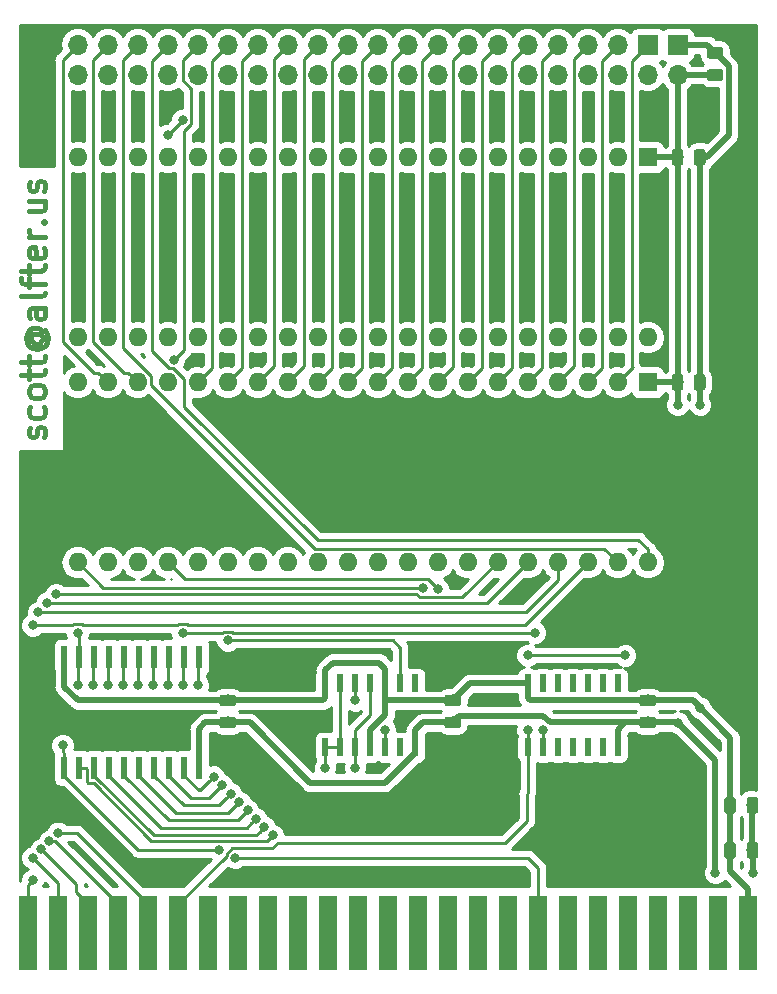
<source format=gtl>
%TF.GenerationSoftware,KiCad,Pcbnew,(5.0.0)*%
%TF.CreationDate,2018-09-17T08:33:24-07:00*%
%TF.ProjectId,6522,363532322E6B696361645F7063620000,0.1*%
%TF.SameCoordinates,PX6b302f8PY7fe6300*%
%TF.FileFunction,Copper,L1,Top,Signal*%
%TF.FilePolarity,Positive*%
%FSLAX46Y46*%
G04 Gerber Fmt 4.6, Leading zero omitted, Abs format (unit mm)*
G04 Created by KiCad (PCBNEW (5.0.0)) date 09/17/18 08:33:24*
%MOMM*%
%LPD*%
G01*
G04 APERTURE LIST*
%ADD10C,0.400000*%
%ADD11R,1.524000X6.350000*%
%ADD12R,1.700000X1.700000*%
%ADD13O,1.700000X1.700000*%
%ADD14R,1.600000X1.600000*%
%ADD15O,1.600000X1.600000*%
%ADD16R,0.600000X1.950000*%
%ADD17R,0.600000X1.500000*%
%ADD18C,0.100000*%
%ADD19C,0.975000*%
%ADD20C,0.800000*%
%ADD21C,0.250000*%
%ADD22C,0.500000*%
%ADD23C,0.254000*%
G04 APERTURE END LIST*
D10*
X2714523Y45784858D02*
X2809761Y45975334D01*
X2809761Y46356286D01*
X2714523Y46546762D01*
X2524047Y46642000D01*
X2428809Y46642000D01*
X2238333Y46546762D01*
X2143095Y46356286D01*
X2143095Y46070572D01*
X2047857Y45880096D01*
X1857380Y45784858D01*
X1762142Y45784858D01*
X1571666Y45880096D01*
X1476428Y46070572D01*
X1476428Y46356286D01*
X1571666Y46546762D01*
X2714523Y48356286D02*
X2809761Y48165810D01*
X2809761Y47784858D01*
X2714523Y47594381D01*
X2619285Y47499143D01*
X2428809Y47403905D01*
X1857380Y47403905D01*
X1666904Y47499143D01*
X1571666Y47594381D01*
X1476428Y47784858D01*
X1476428Y48165810D01*
X1571666Y48356286D01*
X2809761Y49499143D02*
X2714523Y49308667D01*
X2619285Y49213429D01*
X2428809Y49118191D01*
X1857380Y49118191D01*
X1666904Y49213429D01*
X1571666Y49308667D01*
X1476428Y49499143D01*
X1476428Y49784858D01*
X1571666Y49975334D01*
X1666904Y50070572D01*
X1857380Y50165810D01*
X2428809Y50165810D01*
X2619285Y50070572D01*
X2714523Y49975334D01*
X2809761Y49784858D01*
X2809761Y49499143D01*
X1476428Y50737239D02*
X1476428Y51499143D01*
X809761Y51022953D02*
X2524047Y51022953D01*
X2714523Y51118191D01*
X2809761Y51308667D01*
X2809761Y51499143D01*
X1476428Y51880096D02*
X1476428Y52642000D01*
X809761Y52165810D02*
X2524047Y52165810D01*
X2714523Y52261048D01*
X2809761Y52451524D01*
X2809761Y52642000D01*
X1857380Y54546762D02*
X1762142Y54451524D01*
X1666904Y54261048D01*
X1666904Y54070572D01*
X1762142Y53880096D01*
X1857380Y53784858D01*
X2047857Y53689620D01*
X2238333Y53689620D01*
X2428809Y53784858D01*
X2524047Y53880096D01*
X2619285Y54070572D01*
X2619285Y54261048D01*
X2524047Y54451524D01*
X2428809Y54546762D01*
X1666904Y54546762D02*
X2428809Y54546762D01*
X2524047Y54642000D01*
X2524047Y54737239D01*
X2428809Y54927715D01*
X2238333Y55022953D01*
X1762142Y55022953D01*
X1476428Y54832477D01*
X1285952Y54546762D01*
X1190714Y54165810D01*
X1285952Y53784858D01*
X1476428Y53499143D01*
X1762142Y53308667D01*
X2143095Y53213429D01*
X2524047Y53308667D01*
X2809761Y53499143D01*
X3000238Y53784858D01*
X3095476Y54165810D01*
X3000238Y54546762D01*
X2809761Y54832477D01*
X2809761Y56737239D02*
X1762142Y56737239D01*
X1571666Y56642000D01*
X1476428Y56451524D01*
X1476428Y56070572D01*
X1571666Y55880096D01*
X2714523Y56737239D02*
X2809761Y56546762D01*
X2809761Y56070572D01*
X2714523Y55880096D01*
X2524047Y55784858D01*
X2333571Y55784858D01*
X2143095Y55880096D01*
X2047857Y56070572D01*
X2047857Y56546762D01*
X1952619Y56737239D01*
X2809761Y57975334D02*
X2714523Y57784858D01*
X2524047Y57689620D01*
X809761Y57689620D01*
X1476428Y58451524D02*
X1476428Y59213429D01*
X2809761Y58737239D02*
X1095476Y58737239D01*
X905000Y58832477D01*
X809761Y59022953D01*
X809761Y59213429D01*
X1476428Y59594381D02*
X1476428Y60356286D01*
X809761Y59880096D02*
X2524047Y59880096D01*
X2714523Y59975334D01*
X2809761Y60165810D01*
X2809761Y60356286D01*
X2714523Y61784858D02*
X2809761Y61594381D01*
X2809761Y61213429D01*
X2714523Y61022953D01*
X2524047Y60927715D01*
X1762142Y60927715D01*
X1571666Y61022953D01*
X1476428Y61213429D01*
X1476428Y61594381D01*
X1571666Y61784858D01*
X1762142Y61880096D01*
X1952619Y61880096D01*
X2143095Y60927715D01*
X2809761Y62737239D02*
X1476428Y62737239D01*
X1857380Y62737239D02*
X1666904Y62832477D01*
X1571666Y62927715D01*
X1476428Y63118191D01*
X1476428Y63308667D01*
X2619285Y63975334D02*
X2714523Y64070572D01*
X2809761Y63975334D01*
X2714523Y63880096D01*
X2619285Y63975334D01*
X2809761Y63975334D01*
X1476428Y65784858D02*
X2809761Y65784858D01*
X1476428Y64927715D02*
X2524047Y64927715D01*
X2714523Y65022953D01*
X2809761Y65213429D01*
X2809761Y65499143D01*
X2714523Y65689620D01*
X2619285Y65784858D01*
X2714523Y66642000D02*
X2809761Y66832477D01*
X2809761Y67213429D01*
X2714523Y67403905D01*
X2524047Y67499143D01*
X2428809Y67499143D01*
X2238333Y67403905D01*
X2143095Y67213429D01*
X2143095Y66927715D01*
X2047857Y66737239D01*
X1857380Y66642000D01*
X1762142Y66642000D01*
X1571666Y66737239D01*
X1476428Y66927715D01*
X1476428Y67213429D01*
X1571666Y67403905D01*
D11*
X1397000Y3810000D03*
X3937000Y3810000D03*
X6477000Y3810000D03*
X9017000Y3810000D03*
X11557000Y3810000D03*
X14097000Y3810000D03*
X16637000Y3810000D03*
X19177000Y3810000D03*
X21717000Y3810000D03*
X24257000Y3810000D03*
X26797000Y3810000D03*
X29337000Y3810000D03*
X31877000Y3810000D03*
X34417000Y3810000D03*
X36957000Y3810000D03*
X39497000Y3810000D03*
X42037000Y3810000D03*
X44577000Y3810000D03*
X47117000Y3810000D03*
X49657000Y3810000D03*
X52197000Y3810000D03*
X54737000Y3810000D03*
X57277000Y3810000D03*
X59817000Y3810000D03*
X62357000Y3810000D03*
D12*
X53848000Y78994000D03*
D13*
X53848000Y76454000D03*
X51308000Y78994000D03*
X51308000Y76454000D03*
X48768000Y78994000D03*
X48768000Y76454000D03*
X46228000Y78994000D03*
X46228000Y76454000D03*
X43688000Y78994000D03*
X43688000Y76454000D03*
X41148000Y78994000D03*
X41148000Y76454000D03*
X38608000Y78994000D03*
X38608000Y76454000D03*
X36068000Y78994000D03*
X36068000Y76454000D03*
X33528000Y78994000D03*
X33528000Y76454000D03*
X30988000Y78994000D03*
X30988000Y76454000D03*
X28448000Y78994000D03*
X28448000Y76454000D03*
X25908000Y78994000D03*
X25908000Y76454000D03*
X23368000Y78994000D03*
X23368000Y76454000D03*
X20828000Y78994000D03*
X20828000Y76454000D03*
X18288000Y78994000D03*
X18288000Y76454000D03*
X15748000Y78994000D03*
X15748000Y76454000D03*
X13208000Y78994000D03*
X13208000Y76454000D03*
X10668000Y78994000D03*
X10668000Y76454000D03*
X8128000Y78994000D03*
X8128000Y76454000D03*
X5588000Y78994000D03*
X5588000Y76454000D03*
D14*
X53848000Y69469000D03*
D15*
X5588000Y54229000D03*
X51308000Y69469000D03*
X8128000Y54229000D03*
X48768000Y69469000D03*
X10668000Y54229000D03*
X46228000Y69469000D03*
X13208000Y54229000D03*
X43688000Y69469000D03*
X15748000Y54229000D03*
X41148000Y69469000D03*
X18288000Y54229000D03*
X38608000Y69469000D03*
X20828000Y54229000D03*
X36068000Y69469000D03*
X23368000Y54229000D03*
X33528000Y69469000D03*
X25908000Y54229000D03*
X30988000Y69469000D03*
X28448000Y54229000D03*
X28448000Y69469000D03*
X30988000Y54229000D03*
X25908000Y69469000D03*
X33528000Y54229000D03*
X23368000Y69469000D03*
X36068000Y54229000D03*
X20828000Y69469000D03*
X38608000Y54229000D03*
X18288000Y69469000D03*
X41148000Y54229000D03*
X15748000Y69469000D03*
X43688000Y54229000D03*
X13208000Y69469000D03*
X46228000Y54229000D03*
X10668000Y69469000D03*
X48768000Y54229000D03*
X8128000Y69469000D03*
X51308000Y54229000D03*
X5588000Y69469000D03*
X53848000Y54229000D03*
D12*
X56381542Y78977295D03*
D13*
X56381542Y76437295D03*
D15*
X53848000Y35179000D03*
X5588000Y50419000D03*
X51308000Y35179000D03*
X8128000Y50419000D03*
X48768000Y35179000D03*
X10668000Y50419000D03*
X46228000Y35179000D03*
X13208000Y50419000D03*
X43688000Y35179000D03*
X15748000Y50419000D03*
X41148000Y35179000D03*
X18288000Y50419000D03*
X38608000Y35179000D03*
X20828000Y50419000D03*
X36068000Y35179000D03*
X23368000Y50419000D03*
X33528000Y35179000D03*
X25908000Y50419000D03*
X30988000Y35179000D03*
X28448000Y50419000D03*
X28448000Y35179000D03*
X30988000Y50419000D03*
X25908000Y35179000D03*
X33528000Y50419000D03*
X23368000Y35179000D03*
X36068000Y50419000D03*
X20828000Y35179000D03*
X38608000Y50419000D03*
X18288000Y35179000D03*
X41148000Y50419000D03*
X15748000Y35179000D03*
X43688000Y50419000D03*
X13208000Y35179000D03*
X46228000Y50419000D03*
X10668000Y35179000D03*
X48768000Y50419000D03*
X8128000Y35179000D03*
X51308000Y50419000D03*
X5588000Y35179000D03*
D14*
X53848000Y50419000D03*
D16*
X4445000Y17779000D03*
X5715000Y17779000D03*
X6985000Y17779000D03*
X8255000Y17779000D03*
X9525000Y17779000D03*
X10795000Y17779000D03*
X12065000Y17779000D03*
X13335000Y17779000D03*
X14605000Y17779000D03*
X15875000Y17779000D03*
X15875000Y27179000D03*
X14605000Y27179000D03*
X13335000Y27179000D03*
X12065000Y27179000D03*
X10795000Y27179000D03*
X9525000Y27179000D03*
X8255000Y27179000D03*
X6985000Y27179000D03*
X5715000Y27179000D03*
X4445000Y27179000D03*
D17*
X43688000Y19525000D03*
X44958000Y19525000D03*
X46228000Y19525000D03*
X47498000Y19525000D03*
X48768000Y19525000D03*
X50038000Y19525000D03*
X51308000Y19525000D03*
X51308000Y24925000D03*
X50038000Y24925000D03*
X48768000Y24925000D03*
X47498000Y24925000D03*
X46228000Y24925000D03*
X44958000Y24925000D03*
X43688000Y24925000D03*
X26543000Y24925000D03*
X27813000Y24925000D03*
X29083000Y24925000D03*
X30353000Y24925000D03*
X31623000Y24925000D03*
X32893000Y24925000D03*
X34163000Y24925000D03*
X34163000Y19525000D03*
X32893000Y19525000D03*
X31623000Y19525000D03*
X30353000Y19525000D03*
X29083000Y19525000D03*
X27813000Y19525000D03*
X26543000Y19525000D03*
D18*
G36*
X62975642Y11493826D02*
X62999303Y11490316D01*
X63022507Y11484504D01*
X63045029Y11476446D01*
X63066653Y11466218D01*
X63087170Y11453921D01*
X63106383Y11439671D01*
X63124107Y11423607D01*
X63140171Y11405883D01*
X63154421Y11386670D01*
X63166718Y11366153D01*
X63176946Y11344529D01*
X63185004Y11322007D01*
X63190816Y11298803D01*
X63194326Y11275142D01*
X63195500Y11251250D01*
X63195500Y10338750D01*
X63194326Y10314858D01*
X63190816Y10291197D01*
X63185004Y10267993D01*
X63176946Y10245471D01*
X63166718Y10223847D01*
X63154421Y10203330D01*
X63140171Y10184117D01*
X63124107Y10166393D01*
X63106383Y10150329D01*
X63087170Y10136079D01*
X63066653Y10123782D01*
X63045029Y10113554D01*
X63022507Y10105496D01*
X62999303Y10099684D01*
X62975642Y10096174D01*
X62951750Y10095000D01*
X62464250Y10095000D01*
X62440358Y10096174D01*
X62416697Y10099684D01*
X62393493Y10105496D01*
X62370971Y10113554D01*
X62349347Y10123782D01*
X62328830Y10136079D01*
X62309617Y10150329D01*
X62291893Y10166393D01*
X62275829Y10184117D01*
X62261579Y10203330D01*
X62249282Y10223847D01*
X62239054Y10245471D01*
X62230996Y10267993D01*
X62225184Y10291197D01*
X62221674Y10314858D01*
X62220500Y10338750D01*
X62220500Y11251250D01*
X62221674Y11275142D01*
X62225184Y11298803D01*
X62230996Y11322007D01*
X62239054Y11344529D01*
X62249282Y11366153D01*
X62261579Y11386670D01*
X62275829Y11405883D01*
X62291893Y11423607D01*
X62309617Y11439671D01*
X62328830Y11453921D01*
X62349347Y11466218D01*
X62370971Y11476446D01*
X62393493Y11484504D01*
X62416697Y11490316D01*
X62440358Y11493826D01*
X62464250Y11495000D01*
X62951750Y11495000D01*
X62975642Y11493826D01*
X62975642Y11493826D01*
G37*
D19*
X62708000Y10795000D03*
D18*
G36*
X61100642Y11493826D02*
X61124303Y11490316D01*
X61147507Y11484504D01*
X61170029Y11476446D01*
X61191653Y11466218D01*
X61212170Y11453921D01*
X61231383Y11439671D01*
X61249107Y11423607D01*
X61265171Y11405883D01*
X61279421Y11386670D01*
X61291718Y11366153D01*
X61301946Y11344529D01*
X61310004Y11322007D01*
X61315816Y11298803D01*
X61319326Y11275142D01*
X61320500Y11251250D01*
X61320500Y10338750D01*
X61319326Y10314858D01*
X61315816Y10291197D01*
X61310004Y10267993D01*
X61301946Y10245471D01*
X61291718Y10223847D01*
X61279421Y10203330D01*
X61265171Y10184117D01*
X61249107Y10166393D01*
X61231383Y10150329D01*
X61212170Y10136079D01*
X61191653Y10123782D01*
X61170029Y10113554D01*
X61147507Y10105496D01*
X61124303Y10099684D01*
X61100642Y10096174D01*
X61076750Y10095000D01*
X60589250Y10095000D01*
X60565358Y10096174D01*
X60541697Y10099684D01*
X60518493Y10105496D01*
X60495971Y10113554D01*
X60474347Y10123782D01*
X60453830Y10136079D01*
X60434617Y10150329D01*
X60416893Y10166393D01*
X60400829Y10184117D01*
X60386579Y10203330D01*
X60374282Y10223847D01*
X60364054Y10245471D01*
X60355996Y10267993D01*
X60350184Y10291197D01*
X60346674Y10314858D01*
X60345500Y10338750D01*
X60345500Y11251250D01*
X60346674Y11275142D01*
X60350184Y11298803D01*
X60355996Y11322007D01*
X60364054Y11344529D01*
X60374282Y11366153D01*
X60386579Y11386670D01*
X60400829Y11405883D01*
X60416893Y11423607D01*
X60434617Y11439671D01*
X60453830Y11453921D01*
X60474347Y11466218D01*
X60495971Y11476446D01*
X60518493Y11484504D01*
X60541697Y11490316D01*
X60565358Y11493826D01*
X60589250Y11495000D01*
X61076750Y11495000D01*
X61100642Y11493826D01*
X61100642Y11493826D01*
G37*
D19*
X60833000Y10795000D03*
D18*
G36*
X62975642Y15303826D02*
X62999303Y15300316D01*
X63022507Y15294504D01*
X63045029Y15286446D01*
X63066653Y15276218D01*
X63087170Y15263921D01*
X63106383Y15249671D01*
X63124107Y15233607D01*
X63140171Y15215883D01*
X63154421Y15196670D01*
X63166718Y15176153D01*
X63176946Y15154529D01*
X63185004Y15132007D01*
X63190816Y15108803D01*
X63194326Y15085142D01*
X63195500Y15061250D01*
X63195500Y14148750D01*
X63194326Y14124858D01*
X63190816Y14101197D01*
X63185004Y14077993D01*
X63176946Y14055471D01*
X63166718Y14033847D01*
X63154421Y14013330D01*
X63140171Y13994117D01*
X63124107Y13976393D01*
X63106383Y13960329D01*
X63087170Y13946079D01*
X63066653Y13933782D01*
X63045029Y13923554D01*
X63022507Y13915496D01*
X62999303Y13909684D01*
X62975642Y13906174D01*
X62951750Y13905000D01*
X62464250Y13905000D01*
X62440358Y13906174D01*
X62416697Y13909684D01*
X62393493Y13915496D01*
X62370971Y13923554D01*
X62349347Y13933782D01*
X62328830Y13946079D01*
X62309617Y13960329D01*
X62291893Y13976393D01*
X62275829Y13994117D01*
X62261579Y14013330D01*
X62249282Y14033847D01*
X62239054Y14055471D01*
X62230996Y14077993D01*
X62225184Y14101197D01*
X62221674Y14124858D01*
X62220500Y14148750D01*
X62220500Y15061250D01*
X62221674Y15085142D01*
X62225184Y15108803D01*
X62230996Y15132007D01*
X62239054Y15154529D01*
X62249282Y15176153D01*
X62261579Y15196670D01*
X62275829Y15215883D01*
X62291893Y15233607D01*
X62309617Y15249671D01*
X62328830Y15263921D01*
X62349347Y15276218D01*
X62370971Y15286446D01*
X62393493Y15294504D01*
X62416697Y15300316D01*
X62440358Y15303826D01*
X62464250Y15305000D01*
X62951750Y15305000D01*
X62975642Y15303826D01*
X62975642Y15303826D01*
G37*
D19*
X62708000Y14605000D03*
D18*
G36*
X61100642Y15303826D02*
X61124303Y15300316D01*
X61147507Y15294504D01*
X61170029Y15286446D01*
X61191653Y15276218D01*
X61212170Y15263921D01*
X61231383Y15249671D01*
X61249107Y15233607D01*
X61265171Y15215883D01*
X61279421Y15196670D01*
X61291718Y15176153D01*
X61301946Y15154529D01*
X61310004Y15132007D01*
X61315816Y15108803D01*
X61319326Y15085142D01*
X61320500Y15061250D01*
X61320500Y14148750D01*
X61319326Y14124858D01*
X61315816Y14101197D01*
X61310004Y14077993D01*
X61301946Y14055471D01*
X61291718Y14033847D01*
X61279421Y14013330D01*
X61265171Y13994117D01*
X61249107Y13976393D01*
X61231383Y13960329D01*
X61212170Y13946079D01*
X61191653Y13933782D01*
X61170029Y13923554D01*
X61147507Y13915496D01*
X61124303Y13909684D01*
X61100642Y13906174D01*
X61076750Y13905000D01*
X60589250Y13905000D01*
X60565358Y13906174D01*
X60541697Y13909684D01*
X60518493Y13915496D01*
X60495971Y13923554D01*
X60474347Y13933782D01*
X60453830Y13946079D01*
X60434617Y13960329D01*
X60416893Y13976393D01*
X60400829Y13994117D01*
X60386579Y14013330D01*
X60374282Y14033847D01*
X60364054Y14055471D01*
X60355996Y14077993D01*
X60350184Y14101197D01*
X60346674Y14124858D01*
X60345500Y14148750D01*
X60345500Y15061250D01*
X60346674Y15085142D01*
X60350184Y15108803D01*
X60355996Y15132007D01*
X60364054Y15154529D01*
X60374282Y15176153D01*
X60386579Y15196670D01*
X60400829Y15215883D01*
X60416893Y15233607D01*
X60434617Y15249671D01*
X60453830Y15263921D01*
X60474347Y15276218D01*
X60495971Y15286446D01*
X60518493Y15294504D01*
X60541697Y15300316D01*
X60565358Y15303826D01*
X60589250Y15305000D01*
X61076750Y15305000D01*
X61100642Y15303826D01*
X61100642Y15303826D01*
G37*
D19*
X60833000Y14605000D03*
D18*
G36*
X18768142Y23981326D02*
X18791803Y23977816D01*
X18815007Y23972004D01*
X18837529Y23963946D01*
X18859153Y23953718D01*
X18879670Y23941421D01*
X18898883Y23927171D01*
X18916607Y23911107D01*
X18932671Y23893383D01*
X18946921Y23874170D01*
X18959218Y23853653D01*
X18969446Y23832029D01*
X18977504Y23809507D01*
X18983316Y23786303D01*
X18986826Y23762642D01*
X18988000Y23738750D01*
X18988000Y23251250D01*
X18986826Y23227358D01*
X18983316Y23203697D01*
X18977504Y23180493D01*
X18969446Y23157971D01*
X18959218Y23136347D01*
X18946921Y23115830D01*
X18932671Y23096617D01*
X18916607Y23078893D01*
X18898883Y23062829D01*
X18879670Y23048579D01*
X18859153Y23036282D01*
X18837529Y23026054D01*
X18815007Y23017996D01*
X18791803Y23012184D01*
X18768142Y23008674D01*
X18744250Y23007500D01*
X17831750Y23007500D01*
X17807858Y23008674D01*
X17784197Y23012184D01*
X17760993Y23017996D01*
X17738471Y23026054D01*
X17716847Y23036282D01*
X17696330Y23048579D01*
X17677117Y23062829D01*
X17659393Y23078893D01*
X17643329Y23096617D01*
X17629079Y23115830D01*
X17616782Y23136347D01*
X17606554Y23157971D01*
X17598496Y23180493D01*
X17592684Y23203697D01*
X17589174Y23227358D01*
X17588000Y23251250D01*
X17588000Y23738750D01*
X17589174Y23762642D01*
X17592684Y23786303D01*
X17598496Y23809507D01*
X17606554Y23832029D01*
X17616782Y23853653D01*
X17629079Y23874170D01*
X17643329Y23893383D01*
X17659393Y23911107D01*
X17677117Y23927171D01*
X17696330Y23941421D01*
X17716847Y23953718D01*
X17738471Y23963946D01*
X17760993Y23972004D01*
X17784197Y23977816D01*
X17807858Y23981326D01*
X17831750Y23982500D01*
X18744250Y23982500D01*
X18768142Y23981326D01*
X18768142Y23981326D01*
G37*
D19*
X18288000Y23495000D03*
D18*
G36*
X18768142Y22106326D02*
X18791803Y22102816D01*
X18815007Y22097004D01*
X18837529Y22088946D01*
X18859153Y22078718D01*
X18879670Y22066421D01*
X18898883Y22052171D01*
X18916607Y22036107D01*
X18932671Y22018383D01*
X18946921Y21999170D01*
X18959218Y21978653D01*
X18969446Y21957029D01*
X18977504Y21934507D01*
X18983316Y21911303D01*
X18986826Y21887642D01*
X18988000Y21863750D01*
X18988000Y21376250D01*
X18986826Y21352358D01*
X18983316Y21328697D01*
X18977504Y21305493D01*
X18969446Y21282971D01*
X18959218Y21261347D01*
X18946921Y21240830D01*
X18932671Y21221617D01*
X18916607Y21203893D01*
X18898883Y21187829D01*
X18879670Y21173579D01*
X18859153Y21161282D01*
X18837529Y21151054D01*
X18815007Y21142996D01*
X18791803Y21137184D01*
X18768142Y21133674D01*
X18744250Y21132500D01*
X17831750Y21132500D01*
X17807858Y21133674D01*
X17784197Y21137184D01*
X17760993Y21142996D01*
X17738471Y21151054D01*
X17716847Y21161282D01*
X17696330Y21173579D01*
X17677117Y21187829D01*
X17659393Y21203893D01*
X17643329Y21221617D01*
X17629079Y21240830D01*
X17616782Y21261347D01*
X17606554Y21282971D01*
X17598496Y21305493D01*
X17592684Y21328697D01*
X17589174Y21352358D01*
X17588000Y21376250D01*
X17588000Y21863750D01*
X17589174Y21887642D01*
X17592684Y21911303D01*
X17598496Y21934507D01*
X17606554Y21957029D01*
X17616782Y21978653D01*
X17629079Y21999170D01*
X17643329Y22018383D01*
X17659393Y22036107D01*
X17677117Y22052171D01*
X17696330Y22066421D01*
X17716847Y22078718D01*
X17738471Y22088946D01*
X17760993Y22097004D01*
X17784197Y22102816D01*
X17807858Y22106326D01*
X17831750Y22107500D01*
X18744250Y22107500D01*
X18768142Y22106326D01*
X18768142Y22106326D01*
G37*
D19*
X18288000Y21620000D03*
D18*
G36*
X37818142Y22106326D02*
X37841803Y22102816D01*
X37865007Y22097004D01*
X37887529Y22088946D01*
X37909153Y22078718D01*
X37929670Y22066421D01*
X37948883Y22052171D01*
X37966607Y22036107D01*
X37982671Y22018383D01*
X37996921Y21999170D01*
X38009218Y21978653D01*
X38019446Y21957029D01*
X38027504Y21934507D01*
X38033316Y21911303D01*
X38036826Y21887642D01*
X38038000Y21863750D01*
X38038000Y21376250D01*
X38036826Y21352358D01*
X38033316Y21328697D01*
X38027504Y21305493D01*
X38019446Y21282971D01*
X38009218Y21261347D01*
X37996921Y21240830D01*
X37982671Y21221617D01*
X37966607Y21203893D01*
X37948883Y21187829D01*
X37929670Y21173579D01*
X37909153Y21161282D01*
X37887529Y21151054D01*
X37865007Y21142996D01*
X37841803Y21137184D01*
X37818142Y21133674D01*
X37794250Y21132500D01*
X36881750Y21132500D01*
X36857858Y21133674D01*
X36834197Y21137184D01*
X36810993Y21142996D01*
X36788471Y21151054D01*
X36766847Y21161282D01*
X36746330Y21173579D01*
X36727117Y21187829D01*
X36709393Y21203893D01*
X36693329Y21221617D01*
X36679079Y21240830D01*
X36666782Y21261347D01*
X36656554Y21282971D01*
X36648496Y21305493D01*
X36642684Y21328697D01*
X36639174Y21352358D01*
X36638000Y21376250D01*
X36638000Y21863750D01*
X36639174Y21887642D01*
X36642684Y21911303D01*
X36648496Y21934507D01*
X36656554Y21957029D01*
X36666782Y21978653D01*
X36679079Y21999170D01*
X36693329Y22018383D01*
X36709393Y22036107D01*
X36727117Y22052171D01*
X36746330Y22066421D01*
X36766847Y22078718D01*
X36788471Y22088946D01*
X36810993Y22097004D01*
X36834197Y22102816D01*
X36857858Y22106326D01*
X36881750Y22107500D01*
X37794250Y22107500D01*
X37818142Y22106326D01*
X37818142Y22106326D01*
G37*
D19*
X37338000Y21620000D03*
D18*
G36*
X37818142Y23981326D02*
X37841803Y23977816D01*
X37865007Y23972004D01*
X37887529Y23963946D01*
X37909153Y23953718D01*
X37929670Y23941421D01*
X37948883Y23927171D01*
X37966607Y23911107D01*
X37982671Y23893383D01*
X37996921Y23874170D01*
X38009218Y23853653D01*
X38019446Y23832029D01*
X38027504Y23809507D01*
X38033316Y23786303D01*
X38036826Y23762642D01*
X38038000Y23738750D01*
X38038000Y23251250D01*
X38036826Y23227358D01*
X38033316Y23203697D01*
X38027504Y23180493D01*
X38019446Y23157971D01*
X38009218Y23136347D01*
X37996921Y23115830D01*
X37982671Y23096617D01*
X37966607Y23078893D01*
X37948883Y23062829D01*
X37929670Y23048579D01*
X37909153Y23036282D01*
X37887529Y23026054D01*
X37865007Y23017996D01*
X37841803Y23012184D01*
X37818142Y23008674D01*
X37794250Y23007500D01*
X36881750Y23007500D01*
X36857858Y23008674D01*
X36834197Y23012184D01*
X36810993Y23017996D01*
X36788471Y23026054D01*
X36766847Y23036282D01*
X36746330Y23048579D01*
X36727117Y23062829D01*
X36709393Y23078893D01*
X36693329Y23096617D01*
X36679079Y23115830D01*
X36666782Y23136347D01*
X36656554Y23157971D01*
X36648496Y23180493D01*
X36642684Y23203697D01*
X36639174Y23227358D01*
X36638000Y23251250D01*
X36638000Y23738750D01*
X36639174Y23762642D01*
X36642684Y23786303D01*
X36648496Y23809507D01*
X36656554Y23832029D01*
X36666782Y23853653D01*
X36679079Y23874170D01*
X36693329Y23893383D01*
X36709393Y23911107D01*
X36727117Y23927171D01*
X36746330Y23941421D01*
X36766847Y23953718D01*
X36788471Y23963946D01*
X36810993Y23972004D01*
X36834197Y23977816D01*
X36857858Y23981326D01*
X36881750Y23982500D01*
X37794250Y23982500D01*
X37818142Y23981326D01*
X37818142Y23981326D01*
G37*
D19*
X37338000Y23495000D03*
D18*
G36*
X54328142Y23981326D02*
X54351803Y23977816D01*
X54375007Y23972004D01*
X54397529Y23963946D01*
X54419153Y23953718D01*
X54439670Y23941421D01*
X54458883Y23927171D01*
X54476607Y23911107D01*
X54492671Y23893383D01*
X54506921Y23874170D01*
X54519218Y23853653D01*
X54529446Y23832029D01*
X54537504Y23809507D01*
X54543316Y23786303D01*
X54546826Y23762642D01*
X54548000Y23738750D01*
X54548000Y23251250D01*
X54546826Y23227358D01*
X54543316Y23203697D01*
X54537504Y23180493D01*
X54529446Y23157971D01*
X54519218Y23136347D01*
X54506921Y23115830D01*
X54492671Y23096617D01*
X54476607Y23078893D01*
X54458883Y23062829D01*
X54439670Y23048579D01*
X54419153Y23036282D01*
X54397529Y23026054D01*
X54375007Y23017996D01*
X54351803Y23012184D01*
X54328142Y23008674D01*
X54304250Y23007500D01*
X53391750Y23007500D01*
X53367858Y23008674D01*
X53344197Y23012184D01*
X53320993Y23017996D01*
X53298471Y23026054D01*
X53276847Y23036282D01*
X53256330Y23048579D01*
X53237117Y23062829D01*
X53219393Y23078893D01*
X53203329Y23096617D01*
X53189079Y23115830D01*
X53176782Y23136347D01*
X53166554Y23157971D01*
X53158496Y23180493D01*
X53152684Y23203697D01*
X53149174Y23227358D01*
X53148000Y23251250D01*
X53148000Y23738750D01*
X53149174Y23762642D01*
X53152684Y23786303D01*
X53158496Y23809507D01*
X53166554Y23832029D01*
X53176782Y23853653D01*
X53189079Y23874170D01*
X53203329Y23893383D01*
X53219393Y23911107D01*
X53237117Y23927171D01*
X53256330Y23941421D01*
X53276847Y23953718D01*
X53298471Y23963946D01*
X53320993Y23972004D01*
X53344197Y23977816D01*
X53367858Y23981326D01*
X53391750Y23982500D01*
X54304250Y23982500D01*
X54328142Y23981326D01*
X54328142Y23981326D01*
G37*
D19*
X53848000Y23495000D03*
D18*
G36*
X54328142Y22106326D02*
X54351803Y22102816D01*
X54375007Y22097004D01*
X54397529Y22088946D01*
X54419153Y22078718D01*
X54439670Y22066421D01*
X54458883Y22052171D01*
X54476607Y22036107D01*
X54492671Y22018383D01*
X54506921Y21999170D01*
X54519218Y21978653D01*
X54529446Y21957029D01*
X54537504Y21934507D01*
X54543316Y21911303D01*
X54546826Y21887642D01*
X54548000Y21863750D01*
X54548000Y21376250D01*
X54546826Y21352358D01*
X54543316Y21328697D01*
X54537504Y21305493D01*
X54529446Y21282971D01*
X54519218Y21261347D01*
X54506921Y21240830D01*
X54492671Y21221617D01*
X54476607Y21203893D01*
X54458883Y21187829D01*
X54439670Y21173579D01*
X54419153Y21161282D01*
X54397529Y21151054D01*
X54375007Y21142996D01*
X54351803Y21137184D01*
X54328142Y21133674D01*
X54304250Y21132500D01*
X53391750Y21132500D01*
X53367858Y21133674D01*
X53344197Y21137184D01*
X53320993Y21142996D01*
X53298471Y21151054D01*
X53276847Y21161282D01*
X53256330Y21173579D01*
X53237117Y21187829D01*
X53219393Y21203893D01*
X53203329Y21221617D01*
X53189079Y21240830D01*
X53176782Y21261347D01*
X53166554Y21282971D01*
X53158496Y21305493D01*
X53152684Y21328697D01*
X53149174Y21352358D01*
X53148000Y21376250D01*
X53148000Y21863750D01*
X53149174Y21887642D01*
X53152684Y21911303D01*
X53158496Y21934507D01*
X53166554Y21957029D01*
X53176782Y21978653D01*
X53189079Y21999170D01*
X53203329Y22018383D01*
X53219393Y22036107D01*
X53237117Y22052171D01*
X53256330Y22066421D01*
X53276847Y22078718D01*
X53298471Y22088946D01*
X53320993Y22097004D01*
X53344197Y22102816D01*
X53367858Y22106326D01*
X53391750Y22107500D01*
X54304250Y22107500D01*
X54328142Y22106326D01*
X54328142Y22106326D01*
G37*
D19*
X53848000Y21620000D03*
D18*
G36*
X56655642Y51117826D02*
X56679303Y51114316D01*
X56702507Y51108504D01*
X56725029Y51100446D01*
X56746653Y51090218D01*
X56767170Y51077921D01*
X56786383Y51063671D01*
X56804107Y51047607D01*
X56820171Y51029883D01*
X56834421Y51010670D01*
X56846718Y50990153D01*
X56856946Y50968529D01*
X56865004Y50946007D01*
X56870816Y50922803D01*
X56874326Y50899142D01*
X56875500Y50875250D01*
X56875500Y49962750D01*
X56874326Y49938858D01*
X56870816Y49915197D01*
X56865004Y49891993D01*
X56856946Y49869471D01*
X56846718Y49847847D01*
X56834421Y49827330D01*
X56820171Y49808117D01*
X56804107Y49790393D01*
X56786383Y49774329D01*
X56767170Y49760079D01*
X56746653Y49747782D01*
X56725029Y49737554D01*
X56702507Y49729496D01*
X56679303Y49723684D01*
X56655642Y49720174D01*
X56631750Y49719000D01*
X56144250Y49719000D01*
X56120358Y49720174D01*
X56096697Y49723684D01*
X56073493Y49729496D01*
X56050971Y49737554D01*
X56029347Y49747782D01*
X56008830Y49760079D01*
X55989617Y49774329D01*
X55971893Y49790393D01*
X55955829Y49808117D01*
X55941579Y49827330D01*
X55929282Y49847847D01*
X55919054Y49869471D01*
X55910996Y49891993D01*
X55905184Y49915197D01*
X55901674Y49938858D01*
X55900500Y49962750D01*
X55900500Y50875250D01*
X55901674Y50899142D01*
X55905184Y50922803D01*
X55910996Y50946007D01*
X55919054Y50968529D01*
X55929282Y50990153D01*
X55941579Y51010670D01*
X55955829Y51029883D01*
X55971893Y51047607D01*
X55989617Y51063671D01*
X56008830Y51077921D01*
X56029347Y51090218D01*
X56050971Y51100446D01*
X56073493Y51108504D01*
X56096697Y51114316D01*
X56120358Y51117826D01*
X56144250Y51119000D01*
X56631750Y51119000D01*
X56655642Y51117826D01*
X56655642Y51117826D01*
G37*
D19*
X56388000Y50419000D03*
D18*
G36*
X58530642Y51117826D02*
X58554303Y51114316D01*
X58577507Y51108504D01*
X58600029Y51100446D01*
X58621653Y51090218D01*
X58642170Y51077921D01*
X58661383Y51063671D01*
X58679107Y51047607D01*
X58695171Y51029883D01*
X58709421Y51010670D01*
X58721718Y50990153D01*
X58731946Y50968529D01*
X58740004Y50946007D01*
X58745816Y50922803D01*
X58749326Y50899142D01*
X58750500Y50875250D01*
X58750500Y49962750D01*
X58749326Y49938858D01*
X58745816Y49915197D01*
X58740004Y49891993D01*
X58731946Y49869471D01*
X58721718Y49847847D01*
X58709421Y49827330D01*
X58695171Y49808117D01*
X58679107Y49790393D01*
X58661383Y49774329D01*
X58642170Y49760079D01*
X58621653Y49747782D01*
X58600029Y49737554D01*
X58577507Y49729496D01*
X58554303Y49723684D01*
X58530642Y49720174D01*
X58506750Y49719000D01*
X58019250Y49719000D01*
X57995358Y49720174D01*
X57971697Y49723684D01*
X57948493Y49729496D01*
X57925971Y49737554D01*
X57904347Y49747782D01*
X57883830Y49760079D01*
X57864617Y49774329D01*
X57846893Y49790393D01*
X57830829Y49808117D01*
X57816579Y49827330D01*
X57804282Y49847847D01*
X57794054Y49869471D01*
X57785996Y49891993D01*
X57780184Y49915197D01*
X57776674Y49938858D01*
X57775500Y49962750D01*
X57775500Y50875250D01*
X57776674Y50899142D01*
X57780184Y50922803D01*
X57785996Y50946007D01*
X57794054Y50968529D01*
X57804282Y50990153D01*
X57816579Y51010670D01*
X57830829Y51029883D01*
X57846893Y51047607D01*
X57864617Y51063671D01*
X57883830Y51077921D01*
X57904347Y51090218D01*
X57925971Y51100446D01*
X57948493Y51108504D01*
X57971697Y51114316D01*
X57995358Y51117826D01*
X58019250Y51119000D01*
X58506750Y51119000D01*
X58530642Y51117826D01*
X58530642Y51117826D01*
G37*
D19*
X58263000Y50419000D03*
D18*
G36*
X58530642Y70167826D02*
X58554303Y70164316D01*
X58577507Y70158504D01*
X58600029Y70150446D01*
X58621653Y70140218D01*
X58642170Y70127921D01*
X58661383Y70113671D01*
X58679107Y70097607D01*
X58695171Y70079883D01*
X58709421Y70060670D01*
X58721718Y70040153D01*
X58731946Y70018529D01*
X58740004Y69996007D01*
X58745816Y69972803D01*
X58749326Y69949142D01*
X58750500Y69925250D01*
X58750500Y69012750D01*
X58749326Y68988858D01*
X58745816Y68965197D01*
X58740004Y68941993D01*
X58731946Y68919471D01*
X58721718Y68897847D01*
X58709421Y68877330D01*
X58695171Y68858117D01*
X58679107Y68840393D01*
X58661383Y68824329D01*
X58642170Y68810079D01*
X58621653Y68797782D01*
X58600029Y68787554D01*
X58577507Y68779496D01*
X58554303Y68773684D01*
X58530642Y68770174D01*
X58506750Y68769000D01*
X58019250Y68769000D01*
X57995358Y68770174D01*
X57971697Y68773684D01*
X57948493Y68779496D01*
X57925971Y68787554D01*
X57904347Y68797782D01*
X57883830Y68810079D01*
X57864617Y68824329D01*
X57846893Y68840393D01*
X57830829Y68858117D01*
X57816579Y68877330D01*
X57804282Y68897847D01*
X57794054Y68919471D01*
X57785996Y68941993D01*
X57780184Y68965197D01*
X57776674Y68988858D01*
X57775500Y69012750D01*
X57775500Y69925250D01*
X57776674Y69949142D01*
X57780184Y69972803D01*
X57785996Y69996007D01*
X57794054Y70018529D01*
X57804282Y70040153D01*
X57816579Y70060670D01*
X57830829Y70079883D01*
X57846893Y70097607D01*
X57864617Y70113671D01*
X57883830Y70127921D01*
X57904347Y70140218D01*
X57925971Y70150446D01*
X57948493Y70158504D01*
X57971697Y70164316D01*
X57995358Y70167826D01*
X58019250Y70169000D01*
X58506750Y70169000D01*
X58530642Y70167826D01*
X58530642Y70167826D01*
G37*
D19*
X58263000Y69469000D03*
D18*
G36*
X56655642Y70167826D02*
X56679303Y70164316D01*
X56702507Y70158504D01*
X56725029Y70150446D01*
X56746653Y70140218D01*
X56767170Y70127921D01*
X56786383Y70113671D01*
X56804107Y70097607D01*
X56820171Y70079883D01*
X56834421Y70060670D01*
X56846718Y70040153D01*
X56856946Y70018529D01*
X56865004Y69996007D01*
X56870816Y69972803D01*
X56874326Y69949142D01*
X56875500Y69925250D01*
X56875500Y69012750D01*
X56874326Y68988858D01*
X56870816Y68965197D01*
X56865004Y68941993D01*
X56856946Y68919471D01*
X56846718Y68897847D01*
X56834421Y68877330D01*
X56820171Y68858117D01*
X56804107Y68840393D01*
X56786383Y68824329D01*
X56767170Y68810079D01*
X56746653Y68797782D01*
X56725029Y68787554D01*
X56702507Y68779496D01*
X56679303Y68773684D01*
X56655642Y68770174D01*
X56631750Y68769000D01*
X56144250Y68769000D01*
X56120358Y68770174D01*
X56096697Y68773684D01*
X56073493Y68779496D01*
X56050971Y68787554D01*
X56029347Y68797782D01*
X56008830Y68810079D01*
X55989617Y68824329D01*
X55971893Y68840393D01*
X55955829Y68858117D01*
X55941579Y68877330D01*
X55929282Y68897847D01*
X55919054Y68919471D01*
X55910996Y68941993D01*
X55905184Y68965197D01*
X55901674Y68988858D01*
X55900500Y69012750D01*
X55900500Y69925250D01*
X55901674Y69949142D01*
X55905184Y69972803D01*
X55910996Y69996007D01*
X55919054Y70018529D01*
X55929282Y70040153D01*
X55941579Y70060670D01*
X55955829Y70079883D01*
X55971893Y70097607D01*
X55989617Y70113671D01*
X56008830Y70127921D01*
X56029347Y70140218D01*
X56050971Y70150446D01*
X56073493Y70158504D01*
X56096697Y70164316D01*
X56120358Y70167826D01*
X56144250Y70169000D01*
X56631750Y70169000D01*
X56655642Y70167826D01*
X56655642Y70167826D01*
G37*
D19*
X56388000Y69469000D03*
D18*
G36*
X60036684Y78798621D02*
X60060345Y78795111D01*
X60083549Y78789299D01*
X60106071Y78781241D01*
X60127695Y78771013D01*
X60148212Y78758716D01*
X60167425Y78744466D01*
X60185149Y78728402D01*
X60201213Y78710678D01*
X60215463Y78691465D01*
X60227760Y78670948D01*
X60237988Y78649324D01*
X60246046Y78626802D01*
X60251858Y78603598D01*
X60255368Y78579937D01*
X60256542Y78556045D01*
X60256542Y78068545D01*
X60255368Y78044653D01*
X60251858Y78020992D01*
X60246046Y77997788D01*
X60237988Y77975266D01*
X60227760Y77953642D01*
X60215463Y77933125D01*
X60201213Y77913912D01*
X60185149Y77896188D01*
X60167425Y77880124D01*
X60148212Y77865874D01*
X60127695Y77853577D01*
X60106071Y77843349D01*
X60083549Y77835291D01*
X60060345Y77829479D01*
X60036684Y77825969D01*
X60012792Y77824795D01*
X59100292Y77824795D01*
X59076400Y77825969D01*
X59052739Y77829479D01*
X59029535Y77835291D01*
X59007013Y77843349D01*
X58985389Y77853577D01*
X58964872Y77865874D01*
X58945659Y77880124D01*
X58927935Y77896188D01*
X58911871Y77913912D01*
X58897621Y77933125D01*
X58885324Y77953642D01*
X58875096Y77975266D01*
X58867038Y77997788D01*
X58861226Y78020992D01*
X58857716Y78044653D01*
X58856542Y78068545D01*
X58856542Y78556045D01*
X58857716Y78579937D01*
X58861226Y78603598D01*
X58867038Y78626802D01*
X58875096Y78649324D01*
X58885324Y78670948D01*
X58897621Y78691465D01*
X58911871Y78710678D01*
X58927935Y78728402D01*
X58945659Y78744466D01*
X58964872Y78758716D01*
X58985389Y78771013D01*
X59007013Y78781241D01*
X59029535Y78789299D01*
X59052739Y78795111D01*
X59076400Y78798621D01*
X59100292Y78799795D01*
X60012792Y78799795D01*
X60036684Y78798621D01*
X60036684Y78798621D01*
G37*
D19*
X59556542Y78312295D03*
D18*
G36*
X60036684Y76923621D02*
X60060345Y76920111D01*
X60083549Y76914299D01*
X60106071Y76906241D01*
X60127695Y76896013D01*
X60148212Y76883716D01*
X60167425Y76869466D01*
X60185149Y76853402D01*
X60201213Y76835678D01*
X60215463Y76816465D01*
X60227760Y76795948D01*
X60237988Y76774324D01*
X60246046Y76751802D01*
X60251858Y76728598D01*
X60255368Y76704937D01*
X60256542Y76681045D01*
X60256542Y76193545D01*
X60255368Y76169653D01*
X60251858Y76145992D01*
X60246046Y76122788D01*
X60237988Y76100266D01*
X60227760Y76078642D01*
X60215463Y76058125D01*
X60201213Y76038912D01*
X60185149Y76021188D01*
X60167425Y76005124D01*
X60148212Y75990874D01*
X60127695Y75978577D01*
X60106071Y75968349D01*
X60083549Y75960291D01*
X60060345Y75954479D01*
X60036684Y75950969D01*
X60012792Y75949795D01*
X59100292Y75949795D01*
X59076400Y75950969D01*
X59052739Y75954479D01*
X59029535Y75960291D01*
X59007013Y75968349D01*
X58985389Y75978577D01*
X58964872Y75990874D01*
X58945659Y76005124D01*
X58927935Y76021188D01*
X58911871Y76038912D01*
X58897621Y76058125D01*
X58885324Y76078642D01*
X58875096Y76100266D01*
X58867038Y76122788D01*
X58861226Y76145992D01*
X58857716Y76169653D01*
X58856542Y76193545D01*
X58856542Y76681045D01*
X58857716Y76704937D01*
X58861226Y76728598D01*
X58867038Y76751802D01*
X58875096Y76774324D01*
X58885324Y76795948D01*
X58897621Y76816465D01*
X58911871Y76835678D01*
X58927935Y76853402D01*
X58945659Y76869466D01*
X58964872Y76883716D01*
X58985389Y76896013D01*
X59007013Y76906241D01*
X59029535Y76914299D01*
X59052739Y76920111D01*
X59076400Y76923621D01*
X59100292Y76924795D01*
X60012792Y76924795D01*
X60036684Y76923621D01*
X60036684Y76923621D01*
G37*
D19*
X59556542Y76437295D03*
D20*
X13753000Y52324000D03*
X13208000Y71374000D03*
X14478000Y72644000D03*
X58293000Y48514000D03*
X58293000Y22860000D03*
X62738000Y8890000D03*
X59563000Y8890000D03*
X56388000Y48514000D03*
X56388000Y21590000D03*
X17557563Y10847827D03*
X18923000Y10160000D03*
X4318000Y19685000D03*
X43688000Y20955000D03*
X36068000Y32929990D03*
X3755115Y32475010D03*
X3920937Y12277294D03*
X2975885Y31750000D03*
X3201005Y11583233D03*
X2250884Y30952884D03*
X2503010Y10867115D03*
X1778000Y10160000D03*
X1778000Y29845000D03*
X1778000Y8255000D03*
X5588000Y24765000D03*
X5588000Y29210000D03*
X34798000Y33020000D03*
X43688000Y27305000D03*
X51943000Y27305000D03*
X29083000Y17780000D03*
X26543000Y17780000D03*
X15748000Y24765000D03*
X14478000Y24765000D03*
X13208000Y24765000D03*
X11938000Y24765000D03*
X10668000Y24765000D03*
X9398000Y24765000D03*
X8128000Y24765000D03*
X6858000Y24765000D03*
X22098000Y12065000D03*
X21390885Y12772115D03*
X20683770Y13479230D03*
X19976655Y14186345D03*
X19269540Y14893460D03*
X18544530Y15600927D03*
X17819520Y16316871D03*
X17094510Y17037414D03*
X44323000Y29210000D03*
X14478000Y29210000D03*
X44958000Y20955000D03*
X31623000Y20955000D03*
X29083000Y23495000D03*
X18288000Y28575000D03*
D21*
X51308000Y50419000D02*
X52578000Y51689000D01*
X52578000Y77724000D02*
X53848000Y78994000D01*
X52483001Y77629001D02*
X52578000Y77724000D01*
X52483001Y51783999D02*
X52483001Y77629001D01*
X52578000Y51689000D02*
X52483001Y51783999D01*
X49943001Y77629001D02*
X51308000Y78994000D01*
X48768000Y50419000D02*
X49943001Y51594001D01*
X49943001Y51594001D02*
X49943001Y77629001D01*
X47918001Y78144001D02*
X48768000Y78994000D01*
X47592999Y77818999D02*
X47918001Y78144001D01*
X46228000Y50419000D02*
X47592999Y51783999D01*
X47592999Y51783999D02*
X47592999Y77818999D01*
X44863001Y77629001D02*
X46228000Y78994000D01*
X43688000Y50419000D02*
X44863001Y51594001D01*
X44863001Y51594001D02*
X44863001Y77629001D01*
X42838001Y78144001D02*
X43688000Y78994000D01*
X42323001Y77629001D02*
X42838001Y78144001D01*
X41148000Y50419000D02*
X42323001Y51594001D01*
X42323001Y51594001D02*
X42323001Y77629001D01*
X39783001Y77629001D02*
X41148000Y78994000D01*
X38608000Y50419000D02*
X39783001Y51594001D01*
X39783001Y51594001D02*
X39783001Y77629001D01*
X37758001Y78144001D02*
X38608000Y78994000D01*
X37338000Y77724000D02*
X37758001Y78144001D01*
X36068000Y50419000D02*
X37338000Y51689000D01*
X37338000Y51689000D02*
X37338000Y77724000D01*
X34703001Y77629001D02*
X36068000Y78994000D01*
X33528000Y50419000D02*
X34703001Y51594001D01*
X34703001Y51594001D02*
X34703001Y77629001D01*
X32678001Y78144001D02*
X33528000Y78994000D01*
X32163001Y77629001D02*
X32678001Y78144001D01*
X30988000Y50419000D02*
X32163001Y51594001D01*
X32163001Y51594001D02*
X32163001Y77629001D01*
X28448000Y50419000D02*
X29623001Y51594001D01*
X29623001Y77629001D02*
X30988000Y78994000D01*
X29623001Y51594001D02*
X29623001Y77629001D01*
X27598001Y78144001D02*
X28448000Y78994000D01*
X27083001Y77629001D02*
X27598001Y78144001D01*
X25908000Y50419000D02*
X27083001Y51594001D01*
X27083001Y51594001D02*
X27083001Y77629001D01*
X24732999Y77818999D02*
X25908000Y78994000D01*
X23368000Y50419000D02*
X24732999Y51783999D01*
X24732999Y51783999D02*
X24732999Y77818999D01*
X22518001Y78144001D02*
X23368000Y78994000D01*
X22192999Y77818999D02*
X22518001Y78144001D01*
X20828000Y50419000D02*
X22192999Y51783999D01*
X22192999Y51783999D02*
X22192999Y77818999D01*
X19978001Y78144001D02*
X20828000Y78994000D01*
X19463001Y77629001D02*
X19978001Y78144001D01*
X18288000Y50419000D02*
X19463001Y51594001D01*
X19463001Y51594001D02*
X19463001Y77629001D01*
X17438001Y78144001D02*
X18288000Y78994000D01*
X16923001Y77629001D02*
X17438001Y78144001D01*
X15748000Y50419000D02*
X16923001Y51594001D01*
X16923001Y51594001D02*
X16923001Y77629001D01*
X14478000Y77724000D02*
X15748000Y78994000D01*
X14622999Y53193999D02*
X14622999Y71715997D01*
X13753000Y52324000D02*
X14622999Y53193999D01*
X14622999Y71715997D02*
X15203001Y72295999D01*
X15203001Y75278999D02*
X14478000Y76004000D01*
X15203001Y72295999D02*
X15203001Y75278999D01*
X14478000Y76004000D02*
X14478000Y77724000D01*
X25908000Y37084000D02*
X14622999Y48369001D01*
X11938000Y77724000D02*
X13208000Y78994000D01*
X53848000Y35179000D02*
X53848000Y36310370D01*
X53848000Y36310370D02*
X53074370Y37084000D01*
X53074370Y37084000D02*
X25908000Y37084000D01*
X13693003Y51598999D02*
X14622999Y50669003D01*
X14622999Y50669003D02*
X14622999Y48369001D01*
X13298001Y51598999D02*
X13693003Y51598999D01*
X11843001Y53053999D02*
X13298001Y51598999D01*
X11843001Y77629001D02*
X11938000Y77724000D01*
X11843001Y53053999D02*
X11843001Y77629001D01*
X9398000Y77724000D02*
X10668000Y78994000D01*
X50182999Y36304001D02*
X25657997Y36304001D01*
X51308000Y35179000D02*
X50182999Y36304001D01*
X25657997Y36304001D02*
X11793001Y50168997D01*
X11793001Y50168997D02*
X11793001Y50959001D01*
X11793001Y50959001D02*
X9398000Y53354002D01*
X9398000Y53354002D02*
X9398000Y77724000D01*
X8128000Y78994000D02*
X6858000Y77724000D01*
X6858000Y53833998D02*
X6858000Y77724000D01*
X9868001Y51218999D02*
X9472999Y51218999D01*
X9472999Y51218999D02*
X6858000Y53833998D01*
X10668000Y50419000D02*
X9868001Y51218999D01*
X4318000Y77724000D02*
X5588000Y78994000D01*
X4318000Y53833998D02*
X4318000Y77724000D01*
X6932999Y51218999D02*
X4318000Y53833998D01*
X7328001Y51218999D02*
X6932999Y51218999D01*
X8128000Y50419000D02*
X7328001Y51218999D01*
X13208000Y71374000D02*
X14478000Y72644000D01*
D22*
X60833000Y9009000D02*
X60833000Y10795000D01*
X62357000Y1905000D02*
X62357000Y7485000D01*
X62357000Y7485000D02*
X60833000Y9009000D01*
X60833000Y10795000D02*
X60833000Y14605000D01*
X18288000Y23495000D02*
X5588000Y23495000D01*
X4445000Y24638000D02*
X4445000Y27179000D01*
X5588000Y23495000D02*
X4445000Y24638000D01*
X30353000Y19525000D02*
X30353000Y20955000D01*
X30353000Y20955000D02*
X31623000Y22225000D01*
X37338000Y23495000D02*
X31623000Y23495000D01*
X31623000Y22225000D02*
X31623000Y23495000D01*
X31623000Y23495000D02*
X31623000Y24925000D01*
X31623000Y26175000D02*
X31128000Y26670000D01*
X31623000Y24925000D02*
X31623000Y26175000D01*
X31128000Y26670000D02*
X27178000Y26670000D01*
X27178000Y26670000D02*
X26543000Y26035000D01*
X26543000Y26035000D02*
X26543000Y24925000D01*
X26543000Y23675000D02*
X26543000Y24925000D01*
X26363000Y23495000D02*
X26543000Y23675000D01*
X18288000Y23495000D02*
X26363000Y23495000D01*
X43688000Y23675000D02*
X43688000Y24925000D01*
X43868000Y23495000D02*
X43688000Y23675000D01*
X53848000Y23495000D02*
X43868000Y23495000D01*
X38768000Y24925000D02*
X37338000Y23495000D01*
X43688000Y24925000D02*
X38768000Y24925000D01*
X53848000Y23495000D02*
X57658000Y23495000D01*
X57658000Y23495000D02*
X60833000Y20320000D01*
X60833000Y20320000D02*
X60833000Y14605000D01*
X58263000Y50419000D02*
X58263000Y48544000D01*
X58263000Y48544000D02*
X58293000Y48514000D01*
X58891542Y78977295D02*
X59556542Y78312295D01*
X56381542Y78977295D02*
X58891542Y78977295D01*
X58263000Y50419000D02*
X58263000Y69469000D01*
X60112779Y77756058D02*
X59556542Y78312295D01*
X60706552Y71325052D02*
X60706552Y77162285D01*
X60706552Y77162285D02*
X60112779Y77756058D01*
X58850500Y69469000D02*
X60706552Y71325052D01*
X58263000Y69469000D02*
X58850500Y69469000D01*
X62738000Y10765000D02*
X62708000Y10795000D01*
X62738000Y8890000D02*
X62738000Y10765000D01*
X62708000Y14605000D02*
X62708000Y10795000D01*
X18288000Y21620000D02*
X16413000Y21620000D01*
X15875000Y21082000D02*
X15875000Y17779000D01*
X16413000Y21620000D02*
X15875000Y21082000D01*
X37338000Y21620000D02*
X34828000Y21620000D01*
X34163000Y20955000D02*
X34163000Y19525000D01*
X34828000Y21620000D02*
X34163000Y20955000D01*
X34163000Y19075000D02*
X34163000Y19525000D01*
X31598000Y16510000D02*
X34163000Y19075000D01*
X25273000Y16510000D02*
X31598000Y16510000D01*
X18288000Y21620000D02*
X20163000Y21620000D01*
X20163000Y21620000D02*
X25273000Y16510000D01*
X53848000Y21620000D02*
X51973000Y21620000D01*
X51308000Y20955000D02*
X51308000Y19525000D01*
X51973000Y21620000D02*
X51308000Y20955000D01*
X53848000Y21620000D02*
X56358000Y21620000D01*
X56358000Y21620000D02*
X59563000Y18415000D01*
X59563000Y18415000D02*
X59563000Y8890000D01*
X37338000Y21620000D02*
X37894237Y22176237D01*
X37894237Y22176237D02*
X44994767Y22176237D01*
X45551004Y21620000D02*
X51973000Y21620000D01*
X44994767Y22176237D02*
X45551004Y21620000D01*
X56388000Y50419000D02*
X56388000Y48514000D01*
X53848000Y50419000D02*
X56388000Y50419000D01*
X53848000Y69469000D02*
X56388000Y69469000D01*
X56381542Y76437295D02*
X59556542Y76437295D01*
X56388000Y69469000D02*
X56388000Y50419000D01*
X56388000Y76430837D02*
X56381542Y76437295D01*
X56388000Y69469000D02*
X56388000Y76430837D01*
D21*
X4445000Y17104000D02*
X10701173Y10847827D01*
X16991878Y10847827D02*
X17557563Y10847827D01*
X10701173Y10847827D02*
X16991878Y10847827D01*
X4445000Y17779000D02*
X4445000Y17104000D01*
X18923000Y10160000D02*
X43688000Y10160000D01*
X44577000Y9271000D02*
X44577000Y1905000D01*
X43688000Y10160000D02*
X44577000Y9271000D01*
X4445000Y19004000D02*
X4318000Y19131000D01*
X4445000Y17779000D02*
X4445000Y19004000D01*
X4318000Y19131000D02*
X4318000Y19685000D01*
X43688000Y19525000D02*
X43688000Y20955000D01*
X41783000Y11430000D02*
X43597999Y13244999D01*
X22536004Y11430000D02*
X41783000Y11430000D01*
X43688000Y18525000D02*
X43688000Y19525000D01*
X43688000Y15678002D02*
X43688000Y18525000D01*
X14097000Y1905000D02*
X14097000Y6223000D01*
X14097000Y6223000D02*
X18197999Y10323999D01*
X43597999Y15588001D02*
X43688000Y15678002D01*
X22085993Y10979989D02*
X22536004Y11430000D01*
X18669987Y10979989D02*
X22085993Y10979989D01*
X18197999Y10508001D02*
X18669987Y10979989D01*
X43597999Y13244999D02*
X43597999Y15588001D01*
X18197999Y10323999D02*
X18197999Y10508001D01*
X14641998Y33745002D02*
X13208000Y35179000D01*
X36068000Y32929990D02*
X35252988Y33745002D01*
X35252988Y33745002D02*
X14641998Y33745002D01*
X4486622Y12277294D02*
X3920937Y12277294D01*
X11557000Y1905000D02*
X11557000Y6223000D01*
X11557000Y6223000D02*
X5502706Y12277294D01*
X5502706Y12277294D02*
X4486622Y12277294D01*
X38173988Y32204988D02*
X41148000Y35179000D01*
X34540008Y32204988D02*
X38173988Y32204988D01*
X3755115Y32475010D02*
X34269986Y32475010D01*
X34269986Y32475010D02*
X34540008Y32204988D01*
X3656767Y11583233D02*
X3201005Y11583233D01*
X9017000Y1905000D02*
X9017000Y6223000D01*
X9017000Y6223000D02*
X3656767Y11583233D01*
X40259000Y31750000D02*
X43688000Y35179000D01*
X2975885Y31750000D02*
X40259000Y31750000D01*
X6477000Y1905000D02*
X6477000Y6223000D01*
X5465000Y7235000D02*
X5465000Y7905125D01*
X5465000Y7905125D02*
X2903009Y10467116D01*
X6477000Y6223000D02*
X5465000Y7235000D01*
X2903009Y10467116D02*
X2503010Y10867115D01*
X46228000Y33655000D02*
X46228000Y35179000D01*
X2250884Y30952884D02*
X43525884Y30952884D01*
X43525884Y30952884D02*
X46228000Y33655000D01*
X3937000Y8001000D02*
X1778000Y10160000D01*
X3937000Y1905000D02*
X3937000Y8001000D01*
X14916004Y29845000D02*
X43434000Y29845000D01*
X14826002Y29935002D02*
X14916004Y29845000D01*
X14129998Y29935002D02*
X14826002Y29935002D01*
X5149996Y29845000D02*
X5239998Y29935002D01*
X1778000Y29845000D02*
X5149996Y29845000D01*
X43434000Y29845000D02*
X48768000Y35179000D01*
X5239998Y29935002D02*
X5936002Y29935002D01*
X5936002Y29935002D02*
X6026004Y29845000D01*
X6026004Y29845000D02*
X14039996Y29845000D01*
X14039996Y29845000D02*
X14129998Y29935002D01*
X1397000Y1905000D02*
X1397000Y7874000D01*
X1397000Y7874000D02*
X1778000Y8255000D01*
X5588000Y27052000D02*
X5715000Y27179000D01*
X5588000Y24765000D02*
X5588000Y27052000D01*
X5715000Y27179000D02*
X5715000Y29083000D01*
X5715000Y29083000D02*
X5588000Y29210000D01*
X43688000Y27305000D02*
X51943000Y27305000D01*
X7747000Y33020000D02*
X5588000Y35179000D01*
X34798000Y33020000D02*
X7747000Y33020000D01*
X29083000Y19525000D02*
X29083000Y20955000D01*
X30353000Y22225000D02*
X30353000Y24925000D01*
X29083000Y20955000D02*
X30353000Y22225000D01*
X29083000Y17780000D02*
X29083000Y19525000D01*
X27813000Y24925000D02*
X27813000Y19525000D01*
X27813000Y19525000D02*
X26543000Y19525000D01*
X26543000Y17780000D02*
X26543000Y19525000D01*
X15748000Y27052000D02*
X15875000Y27179000D01*
X15748000Y24765000D02*
X15748000Y27052000D01*
X14478000Y27052000D02*
X14605000Y27179000D01*
X14478000Y24765000D02*
X14478000Y27052000D01*
X13208000Y27052000D02*
X13335000Y27179000D01*
X13208000Y24765000D02*
X13208000Y27052000D01*
X11938000Y27052000D02*
X12065000Y27179000D01*
X11938000Y24765000D02*
X11938000Y27052000D01*
X10668000Y27052000D02*
X10795000Y27179000D01*
X10668000Y24765000D02*
X10668000Y27052000D01*
X9398000Y27052000D02*
X9525000Y27179000D01*
X9398000Y24765000D02*
X9398000Y27052000D01*
X8128000Y27052000D02*
X8255000Y27179000D01*
X8128000Y24765000D02*
X8128000Y27052000D01*
X6858000Y27052000D02*
X6985000Y27179000D01*
X6858000Y24765000D02*
X6858000Y27052000D01*
X5715000Y17779000D02*
X6265000Y17779000D01*
X6265000Y17779000D02*
X6359999Y17684001D01*
X6359999Y17684001D02*
X6359999Y16543999D01*
X21647990Y11614990D02*
X21698001Y11665001D01*
X21698001Y11665001D02*
X22098000Y12065000D01*
X11837600Y11614990D02*
X21647990Y11614990D01*
X6973591Y16478999D02*
X11837600Y11614990D01*
X6424999Y16478999D02*
X6973591Y16478999D01*
X6359999Y16543999D02*
X6424999Y16478999D01*
X20990886Y12372116D02*
X21390885Y12772115D01*
X6985000Y17779000D02*
X6985000Y17104000D01*
X6985000Y17104000D02*
X12024000Y12065000D01*
X20683770Y12065000D02*
X20990886Y12372116D01*
X12024000Y12065000D02*
X20683770Y12065000D01*
X19904540Y12700000D02*
X20283771Y13079231D01*
X8255000Y17104000D02*
X12659000Y12700000D01*
X8255000Y17779000D02*
X8255000Y17104000D01*
X12659000Y12700000D02*
X19904540Y12700000D01*
X20283771Y13079231D02*
X20683770Y13479230D01*
X13294000Y13335000D02*
X19125310Y13335000D01*
X19125310Y13335000D02*
X19576656Y13786346D01*
X19576656Y13786346D02*
X19976655Y14186345D01*
X9525000Y17779000D02*
X9525000Y17104000D01*
X9525000Y17104000D02*
X13294000Y13335000D01*
X10795000Y17779000D02*
X10795000Y17104000D01*
X13929000Y13970000D02*
X18346080Y13970000D01*
X18346080Y13970000D02*
X18869541Y14493461D01*
X10795000Y17104000D02*
X13929000Y13970000D01*
X18869541Y14493461D02*
X19269540Y14893460D01*
X18144531Y15200928D02*
X18544530Y15600927D01*
X14564000Y14605000D02*
X17548603Y14605000D01*
X12065000Y17104000D02*
X14564000Y14605000D01*
X12065000Y17779000D02*
X12065000Y17104000D01*
X17548603Y14605000D02*
X18144531Y15200928D01*
X13335000Y17104000D02*
X15199000Y15240000D01*
X15199000Y15240000D02*
X16742649Y15240000D01*
X17419521Y15916872D02*
X17819520Y16316871D01*
X16742649Y15240000D02*
X17419521Y15916872D01*
X13335000Y17779000D02*
X13335000Y17104000D01*
X15932096Y15875000D02*
X16694511Y16637415D01*
X16694511Y16637415D02*
X17094510Y17037414D01*
X15834000Y15875000D02*
X15932096Y15875000D01*
X14605000Y17104000D02*
X15834000Y15875000D01*
X14605000Y17779000D02*
X14605000Y17104000D01*
X44958000Y19525000D02*
X44958000Y20955000D01*
X17849998Y29210000D02*
X15043685Y29210000D01*
X15043685Y29210000D02*
X14478000Y29210000D01*
X17939999Y29300001D02*
X17849998Y29210000D01*
X18636001Y29300001D02*
X17939999Y29300001D01*
X18726002Y29210000D02*
X18636001Y29300001D01*
X44323000Y29210000D02*
X18726002Y29210000D01*
X31623000Y19525000D02*
X31623000Y20955000D01*
X29083000Y23495000D02*
X29083000Y24925000D01*
X18288000Y28575000D02*
X32258000Y28575000D01*
X32258000Y28575000D02*
X32893000Y27940000D01*
X32893000Y27940000D02*
X32893000Y24925000D01*
D23*
G36*
X6418198Y7747000D02*
X6225000Y7747000D01*
X6225000Y7830279D01*
X6239888Y7905126D01*
X6234876Y7930322D01*
X6418198Y7747000D01*
X6418198Y7747000D01*
G37*
X6418198Y7747000D02*
X6225000Y7747000D01*
X6225000Y7830279D01*
X6239888Y7905126D01*
X6234876Y7930322D01*
X6418198Y7747000D01*
G36*
X8958198Y7747000D02*
X8567802Y7747000D01*
X4797507Y11517294D01*
X5187905Y11517294D01*
X8958198Y7747000D01*
X8958198Y7747000D01*
G37*
X8958198Y7747000D02*
X8567802Y7747000D01*
X4797507Y11517294D01*
X5187905Y11517294D01*
X8958198Y7747000D01*
G36*
X3116198Y7747000D02*
X2687856Y7747000D01*
X2813000Y8049126D01*
X2813000Y8050198D01*
X3116198Y7747000D01*
X3116198Y7747000D01*
G37*
X3116198Y7747000D02*
X2687856Y7747000D01*
X2813000Y8049126D01*
X2813000Y8050198D01*
X3116198Y7747000D01*
G36*
X9633423Y49384423D02*
X10108091Y49067260D01*
X10526667Y48984000D01*
X10809333Y48984000D01*
X11227909Y49067260D01*
X11582804Y49304393D01*
X24793392Y36093803D01*
X24638000Y35861242D01*
X24402577Y36213577D01*
X23927909Y36530740D01*
X23509333Y36614000D01*
X23226667Y36614000D01*
X22808091Y36530740D01*
X22333423Y36213577D01*
X22098000Y35861242D01*
X21862577Y36213577D01*
X21387909Y36530740D01*
X20969333Y36614000D01*
X20686667Y36614000D01*
X20268091Y36530740D01*
X19793423Y36213577D01*
X19558000Y35861242D01*
X19322577Y36213577D01*
X18847909Y36530740D01*
X18429333Y36614000D01*
X18146667Y36614000D01*
X17728091Y36530740D01*
X17253423Y36213577D01*
X17018000Y35861242D01*
X16782577Y36213577D01*
X16307909Y36530740D01*
X15889333Y36614000D01*
X15606667Y36614000D01*
X15188091Y36530740D01*
X14713423Y36213577D01*
X14478000Y35861242D01*
X14242577Y36213577D01*
X13767909Y36530740D01*
X13349333Y36614000D01*
X13066667Y36614000D01*
X12648091Y36530740D01*
X12173423Y36213577D01*
X11938000Y35861242D01*
X11702577Y36213577D01*
X11227909Y36530740D01*
X10809333Y36614000D01*
X10526667Y36614000D01*
X10108091Y36530740D01*
X9633423Y36213577D01*
X9398000Y35861242D01*
X9162577Y36213577D01*
X8687909Y36530740D01*
X8269333Y36614000D01*
X7986667Y36614000D01*
X7568091Y36530740D01*
X7093423Y36213577D01*
X6858000Y35861242D01*
X6622577Y36213577D01*
X6147909Y36530740D01*
X5729333Y36614000D01*
X5446667Y36614000D01*
X5028091Y36530740D01*
X4553423Y36213577D01*
X4236260Y35738909D01*
X4124887Y35179000D01*
X4236260Y34619091D01*
X4553423Y34144423D01*
X5028091Y33827260D01*
X5446667Y33744000D01*
X5729333Y33744000D01*
X5911886Y33780312D01*
X6457188Y33235010D01*
X4458826Y33235010D01*
X4341395Y33352441D01*
X3960989Y33510010D01*
X3549241Y33510010D01*
X3168835Y33352441D01*
X2877684Y33061290D01*
X2761839Y32781615D01*
X2389605Y32627431D01*
X2098454Y32336280D01*
X1940885Y31955874D01*
X1940885Y31944754D01*
X1664604Y31830315D01*
X1373453Y31539164D01*
X1215884Y31158758D01*
X1215884Y30747010D01*
X1221035Y30734574D01*
X1191720Y30722431D01*
X900569Y30431280D01*
X743000Y30050874D01*
X743000Y29639126D01*
X900569Y29258720D01*
X1191720Y28967569D01*
X1572126Y28810000D01*
X1983874Y28810000D01*
X2364280Y28967569D01*
X2481711Y29085000D01*
X4553000Y29085000D01*
X4553000Y29004126D01*
X4636955Y28801440D01*
X4145000Y28801440D01*
X3897235Y28752157D01*
X3687191Y28611809D01*
X3546843Y28401765D01*
X3497560Y28154000D01*
X3497560Y26204000D01*
X3546843Y25956235D01*
X3560001Y25936544D01*
X3560000Y24725161D01*
X3542663Y24638000D01*
X3560000Y24550839D01*
X3560000Y24550836D01*
X3611348Y24292691D01*
X3806951Y23999951D01*
X3880847Y23950575D01*
X4900577Y22930844D01*
X4949951Y22856951D01*
X5023844Y22807577D01*
X5023845Y22807576D01*
X5102620Y22754940D01*
X5242690Y22661348D01*
X5500835Y22610000D01*
X5500839Y22610000D01*
X5587999Y22592663D01*
X5675159Y22610000D01*
X17218172Y22610000D01*
X17296744Y22557500D01*
X17218172Y22505000D01*
X16500161Y22505000D01*
X16413000Y22522337D01*
X16325839Y22505000D01*
X16325835Y22505000D01*
X16067690Y22453652D01*
X15774951Y22258049D01*
X15725576Y22184154D01*
X15310847Y21769425D01*
X15236951Y21720049D01*
X15041348Y21427309D01*
X14990000Y21169164D01*
X14990000Y21169161D01*
X14972663Y21082000D01*
X14990000Y20994839D01*
X14990001Y19384533D01*
X14905000Y19401440D01*
X14305000Y19401440D01*
X14057235Y19352157D01*
X13970000Y19293868D01*
X13882765Y19352157D01*
X13635000Y19401440D01*
X13035000Y19401440D01*
X12787235Y19352157D01*
X12700000Y19293868D01*
X12612765Y19352157D01*
X12365000Y19401440D01*
X11765000Y19401440D01*
X11517235Y19352157D01*
X11430000Y19293868D01*
X11342765Y19352157D01*
X11095000Y19401440D01*
X10495000Y19401440D01*
X10247235Y19352157D01*
X10160000Y19293868D01*
X10072765Y19352157D01*
X9825000Y19401440D01*
X9225000Y19401440D01*
X8977235Y19352157D01*
X8890000Y19293868D01*
X8802765Y19352157D01*
X8555000Y19401440D01*
X7955000Y19401440D01*
X7707235Y19352157D01*
X7620000Y19293868D01*
X7532765Y19352157D01*
X7285000Y19401440D01*
X6685000Y19401440D01*
X6437235Y19352157D01*
X6350000Y19293868D01*
X6262765Y19352157D01*
X6015000Y19401440D01*
X5415000Y19401440D01*
X5312365Y19381025D01*
X5353000Y19479126D01*
X5353000Y19890874D01*
X5195431Y20271280D01*
X4904280Y20562431D01*
X4523874Y20720000D01*
X4112126Y20720000D01*
X3731720Y20562431D01*
X3440569Y20271280D01*
X3283000Y19890874D01*
X3283000Y19479126D01*
X3440569Y19098720D01*
X3545297Y18993992D01*
X3497560Y18754000D01*
X3497560Y16804000D01*
X3546843Y16556235D01*
X3687191Y16346191D01*
X3897235Y16205843D01*
X4145000Y16156560D01*
X4317639Y16156560D01*
X10110844Y10363354D01*
X10153244Y10299898D01*
X10216700Y10257498D01*
X10404635Y10131923D01*
X10452778Y10122347D01*
X10626321Y10087827D01*
X10626325Y10087827D01*
X10701173Y10072939D01*
X10776021Y10087827D01*
X16853852Y10087827D01*
X16870438Y10071241D01*
X14546199Y7747000D01*
X11107802Y7747000D01*
X6093037Y12761764D01*
X6050635Y12825223D01*
X5799243Y12993198D01*
X5577558Y13037294D01*
X5577553Y13037294D01*
X5502706Y13052182D01*
X5427859Y13037294D01*
X4624648Y13037294D01*
X4507217Y13154725D01*
X4126811Y13312294D01*
X3715063Y13312294D01*
X3334657Y13154725D01*
X3043506Y12863574D01*
X2930855Y12591609D01*
X2614725Y12460664D01*
X2323574Y12169513D01*
X2195351Y11859954D01*
X1916730Y11744546D01*
X1625579Y11453395D01*
X1507452Y11168211D01*
X1191720Y11037431D01*
X900569Y10746280D01*
X743000Y10365874D01*
X743000Y9954126D01*
X900569Y9573720D01*
X1191720Y9282569D01*
X1372953Y9207500D01*
X1191720Y9132431D01*
X900569Y8841280D01*
X743000Y8460874D01*
X743000Y8263181D01*
X710000Y8213793D01*
X710000Y44568905D01*
X4400000Y44568905D01*
X4400000Y49614037D01*
X4553423Y49384423D01*
X5028091Y49067260D01*
X5446667Y48984000D01*
X5729333Y48984000D01*
X6147909Y49067260D01*
X6622577Y49384423D01*
X6858000Y49736758D01*
X7093423Y49384423D01*
X7568091Y49067260D01*
X7986667Y48984000D01*
X8269333Y48984000D01*
X8687909Y49067260D01*
X9162577Y49384423D01*
X9398000Y49736758D01*
X9633423Y49384423D01*
X9633423Y49384423D01*
G37*
X9633423Y49384423D02*
X10108091Y49067260D01*
X10526667Y48984000D01*
X10809333Y48984000D01*
X11227909Y49067260D01*
X11582804Y49304393D01*
X24793392Y36093803D01*
X24638000Y35861242D01*
X24402577Y36213577D01*
X23927909Y36530740D01*
X23509333Y36614000D01*
X23226667Y36614000D01*
X22808091Y36530740D01*
X22333423Y36213577D01*
X22098000Y35861242D01*
X21862577Y36213577D01*
X21387909Y36530740D01*
X20969333Y36614000D01*
X20686667Y36614000D01*
X20268091Y36530740D01*
X19793423Y36213577D01*
X19558000Y35861242D01*
X19322577Y36213577D01*
X18847909Y36530740D01*
X18429333Y36614000D01*
X18146667Y36614000D01*
X17728091Y36530740D01*
X17253423Y36213577D01*
X17018000Y35861242D01*
X16782577Y36213577D01*
X16307909Y36530740D01*
X15889333Y36614000D01*
X15606667Y36614000D01*
X15188091Y36530740D01*
X14713423Y36213577D01*
X14478000Y35861242D01*
X14242577Y36213577D01*
X13767909Y36530740D01*
X13349333Y36614000D01*
X13066667Y36614000D01*
X12648091Y36530740D01*
X12173423Y36213577D01*
X11938000Y35861242D01*
X11702577Y36213577D01*
X11227909Y36530740D01*
X10809333Y36614000D01*
X10526667Y36614000D01*
X10108091Y36530740D01*
X9633423Y36213577D01*
X9398000Y35861242D01*
X9162577Y36213577D01*
X8687909Y36530740D01*
X8269333Y36614000D01*
X7986667Y36614000D01*
X7568091Y36530740D01*
X7093423Y36213577D01*
X6858000Y35861242D01*
X6622577Y36213577D01*
X6147909Y36530740D01*
X5729333Y36614000D01*
X5446667Y36614000D01*
X5028091Y36530740D01*
X4553423Y36213577D01*
X4236260Y35738909D01*
X4124887Y35179000D01*
X4236260Y34619091D01*
X4553423Y34144423D01*
X5028091Y33827260D01*
X5446667Y33744000D01*
X5729333Y33744000D01*
X5911886Y33780312D01*
X6457188Y33235010D01*
X4458826Y33235010D01*
X4341395Y33352441D01*
X3960989Y33510010D01*
X3549241Y33510010D01*
X3168835Y33352441D01*
X2877684Y33061290D01*
X2761839Y32781615D01*
X2389605Y32627431D01*
X2098454Y32336280D01*
X1940885Y31955874D01*
X1940885Y31944754D01*
X1664604Y31830315D01*
X1373453Y31539164D01*
X1215884Y31158758D01*
X1215884Y30747010D01*
X1221035Y30734574D01*
X1191720Y30722431D01*
X900569Y30431280D01*
X743000Y30050874D01*
X743000Y29639126D01*
X900569Y29258720D01*
X1191720Y28967569D01*
X1572126Y28810000D01*
X1983874Y28810000D01*
X2364280Y28967569D01*
X2481711Y29085000D01*
X4553000Y29085000D01*
X4553000Y29004126D01*
X4636955Y28801440D01*
X4145000Y28801440D01*
X3897235Y28752157D01*
X3687191Y28611809D01*
X3546843Y28401765D01*
X3497560Y28154000D01*
X3497560Y26204000D01*
X3546843Y25956235D01*
X3560001Y25936544D01*
X3560000Y24725161D01*
X3542663Y24638000D01*
X3560000Y24550839D01*
X3560000Y24550836D01*
X3611348Y24292691D01*
X3806951Y23999951D01*
X3880847Y23950575D01*
X4900577Y22930844D01*
X4949951Y22856951D01*
X5023844Y22807577D01*
X5023845Y22807576D01*
X5102620Y22754940D01*
X5242690Y22661348D01*
X5500835Y22610000D01*
X5500839Y22610000D01*
X5587999Y22592663D01*
X5675159Y22610000D01*
X17218172Y22610000D01*
X17296744Y22557500D01*
X17218172Y22505000D01*
X16500161Y22505000D01*
X16413000Y22522337D01*
X16325839Y22505000D01*
X16325835Y22505000D01*
X16067690Y22453652D01*
X15774951Y22258049D01*
X15725576Y22184154D01*
X15310847Y21769425D01*
X15236951Y21720049D01*
X15041348Y21427309D01*
X14990000Y21169164D01*
X14990000Y21169161D01*
X14972663Y21082000D01*
X14990000Y20994839D01*
X14990001Y19384533D01*
X14905000Y19401440D01*
X14305000Y19401440D01*
X14057235Y19352157D01*
X13970000Y19293868D01*
X13882765Y19352157D01*
X13635000Y19401440D01*
X13035000Y19401440D01*
X12787235Y19352157D01*
X12700000Y19293868D01*
X12612765Y19352157D01*
X12365000Y19401440D01*
X11765000Y19401440D01*
X11517235Y19352157D01*
X11430000Y19293868D01*
X11342765Y19352157D01*
X11095000Y19401440D01*
X10495000Y19401440D01*
X10247235Y19352157D01*
X10160000Y19293868D01*
X10072765Y19352157D01*
X9825000Y19401440D01*
X9225000Y19401440D01*
X8977235Y19352157D01*
X8890000Y19293868D01*
X8802765Y19352157D01*
X8555000Y19401440D01*
X7955000Y19401440D01*
X7707235Y19352157D01*
X7620000Y19293868D01*
X7532765Y19352157D01*
X7285000Y19401440D01*
X6685000Y19401440D01*
X6437235Y19352157D01*
X6350000Y19293868D01*
X6262765Y19352157D01*
X6015000Y19401440D01*
X5415000Y19401440D01*
X5312365Y19381025D01*
X5353000Y19479126D01*
X5353000Y19890874D01*
X5195431Y20271280D01*
X4904280Y20562431D01*
X4523874Y20720000D01*
X4112126Y20720000D01*
X3731720Y20562431D01*
X3440569Y20271280D01*
X3283000Y19890874D01*
X3283000Y19479126D01*
X3440569Y19098720D01*
X3545297Y18993992D01*
X3497560Y18754000D01*
X3497560Y16804000D01*
X3546843Y16556235D01*
X3687191Y16346191D01*
X3897235Y16205843D01*
X4145000Y16156560D01*
X4317639Y16156560D01*
X10110844Y10363354D01*
X10153244Y10299898D01*
X10216700Y10257498D01*
X10404635Y10131923D01*
X10452778Y10122347D01*
X10626321Y10087827D01*
X10626325Y10087827D01*
X10701173Y10072939D01*
X10776021Y10087827D01*
X16853852Y10087827D01*
X16870438Y10071241D01*
X14546199Y7747000D01*
X11107802Y7747000D01*
X6093037Y12761764D01*
X6050635Y12825223D01*
X5799243Y12993198D01*
X5577558Y13037294D01*
X5577553Y13037294D01*
X5502706Y13052182D01*
X5427859Y13037294D01*
X4624648Y13037294D01*
X4507217Y13154725D01*
X4126811Y13312294D01*
X3715063Y13312294D01*
X3334657Y13154725D01*
X3043506Y12863574D01*
X2930855Y12591609D01*
X2614725Y12460664D01*
X2323574Y12169513D01*
X2195351Y11859954D01*
X1916730Y11744546D01*
X1625579Y11453395D01*
X1507452Y11168211D01*
X1191720Y11037431D01*
X900569Y10746280D01*
X743000Y10365874D01*
X743000Y9954126D01*
X900569Y9573720D01*
X1191720Y9282569D01*
X1372953Y9207500D01*
X1191720Y9132431D01*
X900569Y8841280D01*
X743000Y8460874D01*
X743000Y8263181D01*
X710000Y8213793D01*
X710000Y44568905D01*
X4400000Y44568905D01*
X4400000Y49614037D01*
X4553423Y49384423D01*
X5028091Y49067260D01*
X5446667Y48984000D01*
X5729333Y48984000D01*
X6147909Y49067260D01*
X6622577Y49384423D01*
X6858000Y49736758D01*
X7093423Y49384423D01*
X7568091Y49067260D01*
X7986667Y48984000D01*
X8269333Y48984000D01*
X8687909Y49067260D01*
X9162577Y49384423D01*
X9398000Y49736758D01*
X9633423Y49384423D01*
G36*
X43817000Y8956198D02*
X43817000Y7747000D01*
X16695802Y7747000D01*
X18284046Y9335243D01*
X18336720Y9282569D01*
X18717126Y9125000D01*
X19128874Y9125000D01*
X19509280Y9282569D01*
X19626711Y9400000D01*
X43373199Y9400000D01*
X43817000Y8956198D01*
X43817000Y8956198D01*
G37*
X43817000Y8956198D02*
X43817000Y7747000D01*
X16695802Y7747000D01*
X18284046Y9335243D01*
X18336720Y9282569D01*
X18717126Y9125000D01*
X19128874Y9125000D01*
X19509280Y9282569D01*
X19626711Y9400000D01*
X43373199Y9400000D01*
X43817000Y8956198D01*
G36*
X53050706Y20552898D02*
X53391750Y20485060D01*
X54304250Y20485060D01*
X54645294Y20552898D01*
X54917828Y20735000D01*
X55779289Y20735000D01*
X55801720Y20712569D01*
X56163853Y20562569D01*
X58678000Y18048421D01*
X58678001Y9458009D01*
X58528000Y9095874D01*
X58528000Y8684126D01*
X58685569Y8303720D01*
X58976720Y8012569D01*
X59357126Y7855000D01*
X59768874Y7855000D01*
X60149280Y8012569D01*
X60363566Y8226855D01*
X60843421Y7747000D01*
X45337000Y7747000D01*
X45337000Y9196153D01*
X45351888Y9271000D01*
X45337000Y9345847D01*
X45337000Y9345852D01*
X45292904Y9567537D01*
X45124929Y9818929D01*
X45061473Y9861329D01*
X44278331Y10644470D01*
X44235929Y10707929D01*
X43984537Y10875904D01*
X43762852Y10920000D01*
X43762847Y10920000D01*
X43688000Y10934888D01*
X43613153Y10920000D01*
X42356272Y10920000D01*
X42373331Y10945530D01*
X44082472Y12654670D01*
X44145928Y12697070D01*
X44313903Y12948462D01*
X44357999Y13170147D01*
X44357999Y13170151D01*
X44372887Y13244998D01*
X44357999Y13319845D01*
X44357999Y15312763D01*
X44403904Y15381465D01*
X44448000Y15603150D01*
X44448000Y15603154D01*
X44462888Y15678002D01*
X44448000Y15752850D01*
X44448000Y18169331D01*
X44658000Y18127560D01*
X45258000Y18127560D01*
X45505765Y18176843D01*
X45584972Y18229768D01*
X45627215Y18212270D01*
X45680235Y18176843D01*
X45742776Y18164403D01*
X45801690Y18140000D01*
X45865459Y18140000D01*
X45928000Y18127560D01*
X46528000Y18127560D01*
X46590541Y18140000D01*
X46654310Y18140000D01*
X46713224Y18164403D01*
X46775765Y18176843D01*
X46828785Y18212270D01*
X46863000Y18226442D01*
X46897215Y18212270D01*
X46950235Y18176843D01*
X47012776Y18164403D01*
X47071690Y18140000D01*
X47135459Y18140000D01*
X47198000Y18127560D01*
X47798000Y18127560D01*
X47860541Y18140000D01*
X47924310Y18140000D01*
X47983224Y18164403D01*
X48045765Y18176843D01*
X48098785Y18212270D01*
X48133000Y18226442D01*
X48167215Y18212270D01*
X48220235Y18176843D01*
X48282776Y18164403D01*
X48341690Y18140000D01*
X48405459Y18140000D01*
X48468000Y18127560D01*
X49068000Y18127560D01*
X49130541Y18140000D01*
X49194310Y18140000D01*
X49253224Y18164403D01*
X49315765Y18176843D01*
X49368785Y18212270D01*
X49403000Y18226442D01*
X49437215Y18212270D01*
X49490235Y18176843D01*
X49552776Y18164403D01*
X49611690Y18140000D01*
X49675459Y18140000D01*
X49738000Y18127560D01*
X50338000Y18127560D01*
X50400541Y18140000D01*
X50464310Y18140000D01*
X50523224Y18164403D01*
X50585765Y18176843D01*
X50638785Y18212270D01*
X50681028Y18229768D01*
X50760235Y18176843D01*
X51008000Y18127560D01*
X51608000Y18127560D01*
X51855765Y18176843D01*
X52065809Y18317191D01*
X52206157Y18527235D01*
X52255440Y18775000D01*
X52255440Y20275000D01*
X52206157Y20522765D01*
X52193000Y20542456D01*
X52193000Y20588422D01*
X52339579Y20735000D01*
X52778172Y20735000D01*
X53050706Y20552898D01*
X53050706Y20552898D01*
G37*
X53050706Y20552898D02*
X53391750Y20485060D01*
X54304250Y20485060D01*
X54645294Y20552898D01*
X54917828Y20735000D01*
X55779289Y20735000D01*
X55801720Y20712569D01*
X56163853Y20562569D01*
X58678000Y18048421D01*
X58678001Y9458009D01*
X58528000Y9095874D01*
X58528000Y8684126D01*
X58685569Y8303720D01*
X58976720Y8012569D01*
X59357126Y7855000D01*
X59768874Y7855000D01*
X60149280Y8012569D01*
X60363566Y8226855D01*
X60843421Y7747000D01*
X45337000Y7747000D01*
X45337000Y9196153D01*
X45351888Y9271000D01*
X45337000Y9345847D01*
X45337000Y9345852D01*
X45292904Y9567537D01*
X45124929Y9818929D01*
X45061473Y9861329D01*
X44278331Y10644470D01*
X44235929Y10707929D01*
X43984537Y10875904D01*
X43762852Y10920000D01*
X43762847Y10920000D01*
X43688000Y10934888D01*
X43613153Y10920000D01*
X42356272Y10920000D01*
X42373331Y10945530D01*
X44082472Y12654670D01*
X44145928Y12697070D01*
X44313903Y12948462D01*
X44357999Y13170147D01*
X44357999Y13170151D01*
X44372887Y13244998D01*
X44357999Y13319845D01*
X44357999Y15312763D01*
X44403904Y15381465D01*
X44448000Y15603150D01*
X44448000Y15603154D01*
X44462888Y15678002D01*
X44448000Y15752850D01*
X44448000Y18169331D01*
X44658000Y18127560D01*
X45258000Y18127560D01*
X45505765Y18176843D01*
X45584972Y18229768D01*
X45627215Y18212270D01*
X45680235Y18176843D01*
X45742776Y18164403D01*
X45801690Y18140000D01*
X45865459Y18140000D01*
X45928000Y18127560D01*
X46528000Y18127560D01*
X46590541Y18140000D01*
X46654310Y18140000D01*
X46713224Y18164403D01*
X46775765Y18176843D01*
X46828785Y18212270D01*
X46863000Y18226442D01*
X46897215Y18212270D01*
X46950235Y18176843D01*
X47012776Y18164403D01*
X47071690Y18140000D01*
X47135459Y18140000D01*
X47198000Y18127560D01*
X47798000Y18127560D01*
X47860541Y18140000D01*
X47924310Y18140000D01*
X47983224Y18164403D01*
X48045765Y18176843D01*
X48098785Y18212270D01*
X48133000Y18226442D01*
X48167215Y18212270D01*
X48220235Y18176843D01*
X48282776Y18164403D01*
X48341690Y18140000D01*
X48405459Y18140000D01*
X48468000Y18127560D01*
X49068000Y18127560D01*
X49130541Y18140000D01*
X49194310Y18140000D01*
X49253224Y18164403D01*
X49315765Y18176843D01*
X49368785Y18212270D01*
X49403000Y18226442D01*
X49437215Y18212270D01*
X49490235Y18176843D01*
X49552776Y18164403D01*
X49611690Y18140000D01*
X49675459Y18140000D01*
X49738000Y18127560D01*
X50338000Y18127560D01*
X50400541Y18140000D01*
X50464310Y18140000D01*
X50523224Y18164403D01*
X50585765Y18176843D01*
X50638785Y18212270D01*
X50681028Y18229768D01*
X50760235Y18176843D01*
X51008000Y18127560D01*
X51608000Y18127560D01*
X51855765Y18176843D01*
X52065809Y18317191D01*
X52206157Y18527235D01*
X52255440Y18775000D01*
X52255440Y20275000D01*
X52206157Y20522765D01*
X52193000Y20542456D01*
X52193000Y20588422D01*
X52339579Y20735000D01*
X52778172Y20735000D01*
X53050706Y20552898D01*
G36*
X61834084Y9708584D02*
X61853000Y9695944D01*
X61853000Y9458008D01*
X61789317Y9304261D01*
X61718000Y9375578D01*
X61718000Y9725172D01*
X61770500Y9803744D01*
X61834084Y9708584D01*
X61834084Y9708584D01*
G37*
X61834084Y9708584D02*
X61853000Y9695944D01*
X61853000Y9458008D01*
X61789317Y9304261D01*
X61718000Y9375578D01*
X61718000Y9725172D01*
X61770500Y9803744D01*
X61834084Y9708584D01*
G36*
X61823000Y13535172D02*
X61823001Y11864829D01*
X61770500Y11786256D01*
X61718000Y11864828D01*
X61718000Y13535172D01*
X61770500Y13613744D01*
X61823000Y13535172D01*
X61823000Y13535172D01*
G37*
X61823000Y13535172D02*
X61823001Y11864829D01*
X61770500Y11786256D01*
X61718000Y11864828D01*
X61718000Y13535172D01*
X61770500Y13613744D01*
X61823000Y13535172D01*
G36*
X42653000Y21160874D02*
X42653000Y20749126D01*
X42775866Y20452499D01*
X42740560Y20275000D01*
X42740560Y18775000D01*
X42789843Y18527235D01*
X42928001Y18320469D01*
X42928000Y15953238D01*
X42882096Y15884538D01*
X42823111Y15588001D01*
X42838000Y15513149D01*
X42837999Y13559801D01*
X41468199Y12190000D01*
X23133000Y12190000D01*
X23133000Y12270874D01*
X22975431Y12651280D01*
X22684280Y12942431D01*
X22390149Y13064264D01*
X22268316Y13358395D01*
X21977165Y13649546D01*
X21683034Y13771379D01*
X21561201Y14065510D01*
X21270050Y14356661D01*
X20975919Y14478494D01*
X20854086Y14772625D01*
X20562935Y15063776D01*
X20268804Y15185609D01*
X20146971Y15479740D01*
X19855820Y15770891D01*
X19540264Y15901598D01*
X19421961Y16187207D01*
X19130810Y16478358D01*
X18819492Y16607310D01*
X18696951Y16903151D01*
X18405800Y17194302D01*
X18096782Y17322301D01*
X17971941Y17623694D01*
X17680790Y17914845D01*
X17300384Y18072414D01*
X16888636Y18072414D01*
X16822440Y18044995D01*
X16822440Y18754000D01*
X16773157Y19001765D01*
X16760000Y19021456D01*
X16760000Y20715422D01*
X16779578Y20735000D01*
X17218172Y20735000D01*
X17490706Y20552898D01*
X17831750Y20485060D01*
X18744250Y20485060D01*
X19085294Y20552898D01*
X19357828Y20735000D01*
X19796422Y20735000D01*
X24585577Y15945844D01*
X24634951Y15871951D01*
X24708844Y15822577D01*
X24708845Y15822576D01*
X24797863Y15763096D01*
X24927690Y15676348D01*
X25185835Y15625000D01*
X25185839Y15625000D01*
X25272999Y15607663D01*
X25360159Y15625000D01*
X31510839Y15625000D01*
X31598000Y15607663D01*
X31685161Y15625000D01*
X31685165Y15625000D01*
X31943310Y15676348D01*
X32236049Y15871951D01*
X32285425Y15945847D01*
X34468167Y18128588D01*
X34710765Y18176843D01*
X34920809Y18317191D01*
X35061157Y18527235D01*
X35110440Y18775000D01*
X35110440Y20275000D01*
X35061157Y20522765D01*
X35048000Y20542456D01*
X35048000Y20588422D01*
X35194579Y20735000D01*
X36268172Y20735000D01*
X36540706Y20552898D01*
X36881750Y20485060D01*
X37794250Y20485060D01*
X38135294Y20552898D01*
X38424416Y20746084D01*
X38617602Y21035206D01*
X38668530Y21291237D01*
X42706998Y21291237D01*
X42653000Y21160874D01*
X42653000Y21160874D01*
G37*
X42653000Y21160874D02*
X42653000Y20749126D01*
X42775866Y20452499D01*
X42740560Y20275000D01*
X42740560Y18775000D01*
X42789843Y18527235D01*
X42928001Y18320469D01*
X42928000Y15953238D01*
X42882096Y15884538D01*
X42823111Y15588001D01*
X42838000Y15513149D01*
X42837999Y13559801D01*
X41468199Y12190000D01*
X23133000Y12190000D01*
X23133000Y12270874D01*
X22975431Y12651280D01*
X22684280Y12942431D01*
X22390149Y13064264D01*
X22268316Y13358395D01*
X21977165Y13649546D01*
X21683034Y13771379D01*
X21561201Y14065510D01*
X21270050Y14356661D01*
X20975919Y14478494D01*
X20854086Y14772625D01*
X20562935Y15063776D01*
X20268804Y15185609D01*
X20146971Y15479740D01*
X19855820Y15770891D01*
X19540264Y15901598D01*
X19421961Y16187207D01*
X19130810Y16478358D01*
X18819492Y16607310D01*
X18696951Y16903151D01*
X18405800Y17194302D01*
X18096782Y17322301D01*
X17971941Y17623694D01*
X17680790Y17914845D01*
X17300384Y18072414D01*
X16888636Y18072414D01*
X16822440Y18044995D01*
X16822440Y18754000D01*
X16773157Y19001765D01*
X16760000Y19021456D01*
X16760000Y20715422D01*
X16779578Y20735000D01*
X17218172Y20735000D01*
X17490706Y20552898D01*
X17831750Y20485060D01*
X18744250Y20485060D01*
X19085294Y20552898D01*
X19357828Y20735000D01*
X19796422Y20735000D01*
X24585577Y15945844D01*
X24634951Y15871951D01*
X24708844Y15822577D01*
X24708845Y15822576D01*
X24797863Y15763096D01*
X24927690Y15676348D01*
X25185835Y15625000D01*
X25185839Y15625000D01*
X25272999Y15607663D01*
X25360159Y15625000D01*
X31510839Y15625000D01*
X31598000Y15607663D01*
X31685161Y15625000D01*
X31685165Y15625000D01*
X31943310Y15676348D01*
X32236049Y15871951D01*
X32285425Y15945847D01*
X34468167Y18128588D01*
X34710765Y18176843D01*
X34920809Y18317191D01*
X35061157Y18527235D01*
X35110440Y18775000D01*
X35110440Y20275000D01*
X35061157Y20522765D01*
X35048000Y20542456D01*
X35048000Y20588422D01*
X35194579Y20735000D01*
X36268172Y20735000D01*
X36540706Y20552898D01*
X36881750Y20485060D01*
X37794250Y20485060D01*
X38135294Y20552898D01*
X38424416Y20746084D01*
X38617602Y21035206D01*
X38668530Y21291237D01*
X42706998Y21291237D01*
X42653000Y21160874D01*
G36*
X63044000Y15934090D02*
X62951750Y15952440D01*
X62464250Y15952440D01*
X62123206Y15884602D01*
X61834084Y15691416D01*
X61770500Y15596256D01*
X61718000Y15674828D01*
X61718000Y20232841D01*
X61735337Y20320001D01*
X61718000Y20407160D01*
X61718000Y20407165D01*
X61666652Y20665310D01*
X61557669Y20828414D01*
X61520424Y20884155D01*
X61520423Y20884156D01*
X61471049Y20958049D01*
X61397156Y21007423D01*
X59320431Y23084147D01*
X59170431Y23446280D01*
X58879280Y23737431D01*
X58517147Y23887431D01*
X58345424Y24059154D01*
X58296049Y24133049D01*
X58003310Y24328652D01*
X57745165Y24380000D01*
X57745161Y24380000D01*
X57658000Y24397337D01*
X57570839Y24380000D01*
X54917828Y24380000D01*
X54645294Y24562102D01*
X54304250Y24629940D01*
X53391750Y24629940D01*
X53050706Y24562102D01*
X52778172Y24380000D01*
X52255440Y24380000D01*
X52255440Y25675000D01*
X52243000Y25737541D01*
X52243000Y25801309D01*
X52218597Y25860222D01*
X52206157Y25922765D01*
X52170729Y25975786D01*
X52146327Y26034698D01*
X52101236Y26079789D01*
X52065809Y26132809D01*
X52012791Y26168235D01*
X51967699Y26213327D01*
X51908785Y26237730D01*
X51860490Y26270000D01*
X52148874Y26270000D01*
X52529280Y26427569D01*
X52820431Y26718720D01*
X52978000Y27099126D01*
X52978000Y27510874D01*
X52820431Y27891280D01*
X52529280Y28182431D01*
X52148874Y28340000D01*
X51737126Y28340000D01*
X51356720Y28182431D01*
X51239289Y28065000D01*
X44391711Y28065000D01*
X44281711Y28175000D01*
X44528874Y28175000D01*
X44909280Y28332569D01*
X45200431Y28623720D01*
X45358000Y29004126D01*
X45358000Y29415874D01*
X45200431Y29796280D01*
X44909280Y30087431D01*
X44797523Y30133722D01*
X48444114Y33780312D01*
X48626667Y33744000D01*
X48909333Y33744000D01*
X49327909Y33827260D01*
X49802577Y34144423D01*
X50038000Y34496758D01*
X50273423Y34144423D01*
X50748091Y33827260D01*
X51166667Y33744000D01*
X51449333Y33744000D01*
X51867909Y33827260D01*
X52342577Y34144423D01*
X52578000Y34496758D01*
X52813423Y34144423D01*
X53288091Y33827260D01*
X53706667Y33744000D01*
X53989333Y33744000D01*
X54407909Y33827260D01*
X54882577Y34144423D01*
X55199740Y34619091D01*
X55311113Y35179000D01*
X55199740Y35738909D01*
X54882577Y36213577D01*
X54605288Y36398855D01*
X54563904Y36606907D01*
X54395929Y36858299D01*
X54332473Y36900699D01*
X53664701Y37568470D01*
X53622299Y37631929D01*
X53370907Y37799904D01*
X53149222Y37844000D01*
X53149217Y37844000D01*
X53074370Y37858888D01*
X52999523Y37844000D01*
X26222803Y37844000D01*
X15382999Y48683802D01*
X15382999Y49028490D01*
X15606667Y48984000D01*
X15889333Y48984000D01*
X16307909Y49067260D01*
X16782577Y49384423D01*
X17018000Y49736758D01*
X17253423Y49384423D01*
X17728091Y49067260D01*
X18146667Y48984000D01*
X18429333Y48984000D01*
X18847909Y49067260D01*
X19322577Y49384423D01*
X19558000Y49736758D01*
X19793423Y49384423D01*
X20268091Y49067260D01*
X20686667Y48984000D01*
X20969333Y48984000D01*
X21387909Y49067260D01*
X21862577Y49384423D01*
X22098000Y49736758D01*
X22333423Y49384423D01*
X22808091Y49067260D01*
X23226667Y48984000D01*
X23509333Y48984000D01*
X23927909Y49067260D01*
X24402577Y49384423D01*
X24638000Y49736758D01*
X24873423Y49384423D01*
X25348091Y49067260D01*
X25766667Y48984000D01*
X26049333Y48984000D01*
X26467909Y49067260D01*
X26942577Y49384423D01*
X27178000Y49736758D01*
X27413423Y49384423D01*
X27888091Y49067260D01*
X28306667Y48984000D01*
X28589333Y48984000D01*
X29007909Y49067260D01*
X29482577Y49384423D01*
X29718000Y49736758D01*
X29953423Y49384423D01*
X30428091Y49067260D01*
X30846667Y48984000D01*
X31129333Y48984000D01*
X31547909Y49067260D01*
X32022577Y49384423D01*
X32258000Y49736758D01*
X32493423Y49384423D01*
X32968091Y49067260D01*
X33386667Y48984000D01*
X33669333Y48984000D01*
X34087909Y49067260D01*
X34562577Y49384423D01*
X34798000Y49736758D01*
X35033423Y49384423D01*
X35508091Y49067260D01*
X35926667Y48984000D01*
X36209333Y48984000D01*
X36627909Y49067260D01*
X37102577Y49384423D01*
X37338000Y49736758D01*
X37573423Y49384423D01*
X38048091Y49067260D01*
X38466667Y48984000D01*
X38749333Y48984000D01*
X39167909Y49067260D01*
X39642577Y49384423D01*
X39878000Y49736758D01*
X40113423Y49384423D01*
X40588091Y49067260D01*
X41006667Y48984000D01*
X41289333Y48984000D01*
X41707909Y49067260D01*
X42182577Y49384423D01*
X42418000Y49736758D01*
X42653423Y49384423D01*
X43128091Y49067260D01*
X43546667Y48984000D01*
X43829333Y48984000D01*
X44247909Y49067260D01*
X44722577Y49384423D01*
X44958000Y49736758D01*
X45193423Y49384423D01*
X45668091Y49067260D01*
X46086667Y48984000D01*
X46369333Y48984000D01*
X46787909Y49067260D01*
X47262577Y49384423D01*
X47498000Y49736758D01*
X47733423Y49384423D01*
X48208091Y49067260D01*
X48626667Y48984000D01*
X48909333Y48984000D01*
X49327909Y49067260D01*
X49802577Y49384423D01*
X50038000Y49736758D01*
X50273423Y49384423D01*
X50748091Y49067260D01*
X51166667Y48984000D01*
X51449333Y48984000D01*
X51867909Y49067260D01*
X52342577Y49384423D01*
X52423215Y49505106D01*
X52449843Y49371235D01*
X52590191Y49161191D01*
X52800235Y49020843D01*
X53048000Y48971560D01*
X54648000Y48971560D01*
X54895765Y49020843D01*
X55105809Y49161191D01*
X55246157Y49371235D01*
X55278533Y49534000D01*
X55379502Y49534000D01*
X55503001Y49349171D01*
X55503001Y49082008D01*
X55353000Y48719874D01*
X55353000Y48308126D01*
X55510569Y47927720D01*
X55801720Y47636569D01*
X56182126Y47479000D01*
X56593874Y47479000D01*
X56974280Y47636569D01*
X57265431Y47927720D01*
X57340500Y48108953D01*
X57415569Y47927720D01*
X57706720Y47636569D01*
X58087126Y47479000D01*
X58498874Y47479000D01*
X58879280Y47636569D01*
X59170431Y47927720D01*
X59328000Y48308126D01*
X59328000Y48719874D01*
X59170431Y49100280D01*
X59148000Y49122711D01*
X59148000Y49349172D01*
X59330102Y49621706D01*
X59397940Y49962750D01*
X59397940Y50875250D01*
X59330102Y51216294D01*
X59148000Y51488828D01*
X59148000Y68399172D01*
X59330102Y68671706D01*
X59342346Y68733261D01*
X59488549Y68830951D01*
X59537925Y68904847D01*
X61270708Y70637629D01*
X61344601Y70687003D01*
X61411899Y70787720D01*
X61540204Y70979742D01*
X61577664Y71168068D01*
X61591552Y71237887D01*
X61591552Y71237891D01*
X61608889Y71325052D01*
X61591552Y71412213D01*
X61591552Y77075124D01*
X61608889Y77162285D01*
X61591552Y77249446D01*
X61591552Y77249450D01*
X61540204Y77507595D01*
X61438685Y77659528D01*
X61393976Y77726440D01*
X61393975Y77726441D01*
X61344601Y77800334D01*
X61270708Y77849708D01*
X60903982Y78216433D01*
X60903982Y78556045D01*
X60836144Y78897089D01*
X60642958Y79186211D01*
X60353836Y79379397D01*
X60012792Y79447235D01*
X59673180Y79447235D01*
X59578967Y79541448D01*
X59529591Y79615344D01*
X59236852Y79810947D01*
X58978707Y79862295D01*
X58978703Y79862295D01*
X58891542Y79879632D01*
X58804381Y79862295D01*
X57872020Y79862295D01*
X57829699Y80075060D01*
X57689351Y80285104D01*
X57479307Y80425452D01*
X57231542Y80474735D01*
X55531542Y80474735D01*
X55283777Y80425452D01*
X55127271Y80320877D01*
X54945765Y80442157D01*
X54698000Y80491440D01*
X52998000Y80491440D01*
X52750235Y80442157D01*
X52540191Y80301809D01*
X52399843Y80091765D01*
X52390816Y80046381D01*
X52378625Y80064625D01*
X51887418Y80392839D01*
X51454256Y80479000D01*
X51161744Y80479000D01*
X50728582Y80392839D01*
X50237375Y80064625D01*
X50038000Y79766239D01*
X49838625Y80064625D01*
X49347418Y80392839D01*
X48914256Y80479000D01*
X48621744Y80479000D01*
X48188582Y80392839D01*
X47697375Y80064625D01*
X47498000Y79766239D01*
X47298625Y80064625D01*
X46807418Y80392839D01*
X46374256Y80479000D01*
X46081744Y80479000D01*
X45648582Y80392839D01*
X45157375Y80064625D01*
X44958000Y79766239D01*
X44758625Y80064625D01*
X44267418Y80392839D01*
X43834256Y80479000D01*
X43541744Y80479000D01*
X43108582Y80392839D01*
X42617375Y80064625D01*
X42418000Y79766239D01*
X42218625Y80064625D01*
X41727418Y80392839D01*
X41294256Y80479000D01*
X41001744Y80479000D01*
X40568582Y80392839D01*
X40077375Y80064625D01*
X39878000Y79766239D01*
X39678625Y80064625D01*
X39187418Y80392839D01*
X38754256Y80479000D01*
X38461744Y80479000D01*
X38028582Y80392839D01*
X37537375Y80064625D01*
X37338000Y79766239D01*
X37138625Y80064625D01*
X36647418Y80392839D01*
X36214256Y80479000D01*
X35921744Y80479000D01*
X35488582Y80392839D01*
X34997375Y80064625D01*
X34798000Y79766239D01*
X34598625Y80064625D01*
X34107418Y80392839D01*
X33674256Y80479000D01*
X33381744Y80479000D01*
X32948582Y80392839D01*
X32457375Y80064625D01*
X32258000Y79766239D01*
X32058625Y80064625D01*
X31567418Y80392839D01*
X31134256Y80479000D01*
X30841744Y80479000D01*
X30408582Y80392839D01*
X29917375Y80064625D01*
X29718000Y79766239D01*
X29518625Y80064625D01*
X29027418Y80392839D01*
X28594256Y80479000D01*
X28301744Y80479000D01*
X27868582Y80392839D01*
X27377375Y80064625D01*
X27178000Y79766239D01*
X26978625Y80064625D01*
X26487418Y80392839D01*
X26054256Y80479000D01*
X25761744Y80479000D01*
X25328582Y80392839D01*
X24837375Y80064625D01*
X24638000Y79766239D01*
X24438625Y80064625D01*
X23947418Y80392839D01*
X23514256Y80479000D01*
X23221744Y80479000D01*
X22788582Y80392839D01*
X22297375Y80064625D01*
X22098000Y79766239D01*
X21898625Y80064625D01*
X21407418Y80392839D01*
X20974256Y80479000D01*
X20681744Y80479000D01*
X20248582Y80392839D01*
X19757375Y80064625D01*
X19558000Y79766239D01*
X19358625Y80064625D01*
X18867418Y80392839D01*
X18434256Y80479000D01*
X18141744Y80479000D01*
X17708582Y80392839D01*
X17217375Y80064625D01*
X17018000Y79766239D01*
X16818625Y80064625D01*
X16327418Y80392839D01*
X15894256Y80479000D01*
X15601744Y80479000D01*
X15168582Y80392839D01*
X14677375Y80064625D01*
X14478000Y79766239D01*
X14278625Y80064625D01*
X13787418Y80392839D01*
X13354256Y80479000D01*
X13061744Y80479000D01*
X12628582Y80392839D01*
X12137375Y80064625D01*
X11938000Y79766239D01*
X11738625Y80064625D01*
X11247418Y80392839D01*
X10814256Y80479000D01*
X10521744Y80479000D01*
X10088582Y80392839D01*
X9597375Y80064625D01*
X9398000Y79766239D01*
X9198625Y80064625D01*
X8707418Y80392839D01*
X8274256Y80479000D01*
X7981744Y80479000D01*
X7548582Y80392839D01*
X7057375Y80064625D01*
X6858000Y79766239D01*
X6658625Y80064625D01*
X6167418Y80392839D01*
X5734256Y80479000D01*
X5441744Y80479000D01*
X5008582Y80392839D01*
X4517375Y80064625D01*
X4189161Y79573418D01*
X4073908Y78994000D01*
X4146791Y78627592D01*
X3833528Y78314329D01*
X3770072Y78271929D01*
X3727672Y78208473D01*
X3727671Y78208472D01*
X3656106Y78101367D01*
X3602097Y78020537D01*
X3562009Y77818999D01*
X3543112Y77724000D01*
X3558001Y77649148D01*
X3558001Y68715095D01*
X710000Y68715095D01*
X710000Y80697000D01*
X63044001Y80697000D01*
X63044000Y15934090D01*
X63044000Y15934090D01*
G37*
X63044000Y15934090D02*
X62951750Y15952440D01*
X62464250Y15952440D01*
X62123206Y15884602D01*
X61834084Y15691416D01*
X61770500Y15596256D01*
X61718000Y15674828D01*
X61718000Y20232841D01*
X61735337Y20320001D01*
X61718000Y20407160D01*
X61718000Y20407165D01*
X61666652Y20665310D01*
X61557669Y20828414D01*
X61520424Y20884155D01*
X61520423Y20884156D01*
X61471049Y20958049D01*
X61397156Y21007423D01*
X59320431Y23084147D01*
X59170431Y23446280D01*
X58879280Y23737431D01*
X58517147Y23887431D01*
X58345424Y24059154D01*
X58296049Y24133049D01*
X58003310Y24328652D01*
X57745165Y24380000D01*
X57745161Y24380000D01*
X57658000Y24397337D01*
X57570839Y24380000D01*
X54917828Y24380000D01*
X54645294Y24562102D01*
X54304250Y24629940D01*
X53391750Y24629940D01*
X53050706Y24562102D01*
X52778172Y24380000D01*
X52255440Y24380000D01*
X52255440Y25675000D01*
X52243000Y25737541D01*
X52243000Y25801309D01*
X52218597Y25860222D01*
X52206157Y25922765D01*
X52170729Y25975786D01*
X52146327Y26034698D01*
X52101236Y26079789D01*
X52065809Y26132809D01*
X52012791Y26168235D01*
X51967699Y26213327D01*
X51908785Y26237730D01*
X51860490Y26270000D01*
X52148874Y26270000D01*
X52529280Y26427569D01*
X52820431Y26718720D01*
X52978000Y27099126D01*
X52978000Y27510874D01*
X52820431Y27891280D01*
X52529280Y28182431D01*
X52148874Y28340000D01*
X51737126Y28340000D01*
X51356720Y28182431D01*
X51239289Y28065000D01*
X44391711Y28065000D01*
X44281711Y28175000D01*
X44528874Y28175000D01*
X44909280Y28332569D01*
X45200431Y28623720D01*
X45358000Y29004126D01*
X45358000Y29415874D01*
X45200431Y29796280D01*
X44909280Y30087431D01*
X44797523Y30133722D01*
X48444114Y33780312D01*
X48626667Y33744000D01*
X48909333Y33744000D01*
X49327909Y33827260D01*
X49802577Y34144423D01*
X50038000Y34496758D01*
X50273423Y34144423D01*
X50748091Y33827260D01*
X51166667Y33744000D01*
X51449333Y33744000D01*
X51867909Y33827260D01*
X52342577Y34144423D01*
X52578000Y34496758D01*
X52813423Y34144423D01*
X53288091Y33827260D01*
X53706667Y33744000D01*
X53989333Y33744000D01*
X54407909Y33827260D01*
X54882577Y34144423D01*
X55199740Y34619091D01*
X55311113Y35179000D01*
X55199740Y35738909D01*
X54882577Y36213577D01*
X54605288Y36398855D01*
X54563904Y36606907D01*
X54395929Y36858299D01*
X54332473Y36900699D01*
X53664701Y37568470D01*
X53622299Y37631929D01*
X53370907Y37799904D01*
X53149222Y37844000D01*
X53149217Y37844000D01*
X53074370Y37858888D01*
X52999523Y37844000D01*
X26222803Y37844000D01*
X15382999Y48683802D01*
X15382999Y49028490D01*
X15606667Y48984000D01*
X15889333Y48984000D01*
X16307909Y49067260D01*
X16782577Y49384423D01*
X17018000Y49736758D01*
X17253423Y49384423D01*
X17728091Y49067260D01*
X18146667Y48984000D01*
X18429333Y48984000D01*
X18847909Y49067260D01*
X19322577Y49384423D01*
X19558000Y49736758D01*
X19793423Y49384423D01*
X20268091Y49067260D01*
X20686667Y48984000D01*
X20969333Y48984000D01*
X21387909Y49067260D01*
X21862577Y49384423D01*
X22098000Y49736758D01*
X22333423Y49384423D01*
X22808091Y49067260D01*
X23226667Y48984000D01*
X23509333Y48984000D01*
X23927909Y49067260D01*
X24402577Y49384423D01*
X24638000Y49736758D01*
X24873423Y49384423D01*
X25348091Y49067260D01*
X25766667Y48984000D01*
X26049333Y48984000D01*
X26467909Y49067260D01*
X26942577Y49384423D01*
X27178000Y49736758D01*
X27413423Y49384423D01*
X27888091Y49067260D01*
X28306667Y48984000D01*
X28589333Y48984000D01*
X29007909Y49067260D01*
X29482577Y49384423D01*
X29718000Y49736758D01*
X29953423Y49384423D01*
X30428091Y49067260D01*
X30846667Y48984000D01*
X31129333Y48984000D01*
X31547909Y49067260D01*
X32022577Y49384423D01*
X32258000Y49736758D01*
X32493423Y49384423D01*
X32968091Y49067260D01*
X33386667Y48984000D01*
X33669333Y48984000D01*
X34087909Y49067260D01*
X34562577Y49384423D01*
X34798000Y49736758D01*
X35033423Y49384423D01*
X35508091Y49067260D01*
X35926667Y48984000D01*
X36209333Y48984000D01*
X36627909Y49067260D01*
X37102577Y49384423D01*
X37338000Y49736758D01*
X37573423Y49384423D01*
X38048091Y49067260D01*
X38466667Y48984000D01*
X38749333Y48984000D01*
X39167909Y49067260D01*
X39642577Y49384423D01*
X39878000Y49736758D01*
X40113423Y49384423D01*
X40588091Y49067260D01*
X41006667Y48984000D01*
X41289333Y48984000D01*
X41707909Y49067260D01*
X42182577Y49384423D01*
X42418000Y49736758D01*
X42653423Y49384423D01*
X43128091Y49067260D01*
X43546667Y48984000D01*
X43829333Y48984000D01*
X44247909Y49067260D01*
X44722577Y49384423D01*
X44958000Y49736758D01*
X45193423Y49384423D01*
X45668091Y49067260D01*
X46086667Y48984000D01*
X46369333Y48984000D01*
X46787909Y49067260D01*
X47262577Y49384423D01*
X47498000Y49736758D01*
X47733423Y49384423D01*
X48208091Y49067260D01*
X48626667Y48984000D01*
X48909333Y48984000D01*
X49327909Y49067260D01*
X49802577Y49384423D01*
X50038000Y49736758D01*
X50273423Y49384423D01*
X50748091Y49067260D01*
X51166667Y48984000D01*
X51449333Y48984000D01*
X51867909Y49067260D01*
X52342577Y49384423D01*
X52423215Y49505106D01*
X52449843Y49371235D01*
X52590191Y49161191D01*
X52800235Y49020843D01*
X53048000Y48971560D01*
X54648000Y48971560D01*
X54895765Y49020843D01*
X55105809Y49161191D01*
X55246157Y49371235D01*
X55278533Y49534000D01*
X55379502Y49534000D01*
X55503001Y49349171D01*
X55503001Y49082008D01*
X55353000Y48719874D01*
X55353000Y48308126D01*
X55510569Y47927720D01*
X55801720Y47636569D01*
X56182126Y47479000D01*
X56593874Y47479000D01*
X56974280Y47636569D01*
X57265431Y47927720D01*
X57340500Y48108953D01*
X57415569Y47927720D01*
X57706720Y47636569D01*
X58087126Y47479000D01*
X58498874Y47479000D01*
X58879280Y47636569D01*
X59170431Y47927720D01*
X59328000Y48308126D01*
X59328000Y48719874D01*
X59170431Y49100280D01*
X59148000Y49122711D01*
X59148000Y49349172D01*
X59330102Y49621706D01*
X59397940Y49962750D01*
X59397940Y50875250D01*
X59330102Y51216294D01*
X59148000Y51488828D01*
X59148000Y68399172D01*
X59330102Y68671706D01*
X59342346Y68733261D01*
X59488549Y68830951D01*
X59537925Y68904847D01*
X61270708Y70637629D01*
X61344601Y70687003D01*
X61411899Y70787720D01*
X61540204Y70979742D01*
X61577664Y71168068D01*
X61591552Y71237887D01*
X61591552Y71237891D01*
X61608889Y71325052D01*
X61591552Y71412213D01*
X61591552Y77075124D01*
X61608889Y77162285D01*
X61591552Y77249446D01*
X61591552Y77249450D01*
X61540204Y77507595D01*
X61438685Y77659528D01*
X61393976Y77726440D01*
X61393975Y77726441D01*
X61344601Y77800334D01*
X61270708Y77849708D01*
X60903982Y78216433D01*
X60903982Y78556045D01*
X60836144Y78897089D01*
X60642958Y79186211D01*
X60353836Y79379397D01*
X60012792Y79447235D01*
X59673180Y79447235D01*
X59578967Y79541448D01*
X59529591Y79615344D01*
X59236852Y79810947D01*
X58978707Y79862295D01*
X58978703Y79862295D01*
X58891542Y79879632D01*
X58804381Y79862295D01*
X57872020Y79862295D01*
X57829699Y80075060D01*
X57689351Y80285104D01*
X57479307Y80425452D01*
X57231542Y80474735D01*
X55531542Y80474735D01*
X55283777Y80425452D01*
X55127271Y80320877D01*
X54945765Y80442157D01*
X54698000Y80491440D01*
X52998000Y80491440D01*
X52750235Y80442157D01*
X52540191Y80301809D01*
X52399843Y80091765D01*
X52390816Y80046381D01*
X52378625Y80064625D01*
X51887418Y80392839D01*
X51454256Y80479000D01*
X51161744Y80479000D01*
X50728582Y80392839D01*
X50237375Y80064625D01*
X50038000Y79766239D01*
X49838625Y80064625D01*
X49347418Y80392839D01*
X48914256Y80479000D01*
X48621744Y80479000D01*
X48188582Y80392839D01*
X47697375Y80064625D01*
X47498000Y79766239D01*
X47298625Y80064625D01*
X46807418Y80392839D01*
X46374256Y80479000D01*
X46081744Y80479000D01*
X45648582Y80392839D01*
X45157375Y80064625D01*
X44958000Y79766239D01*
X44758625Y80064625D01*
X44267418Y80392839D01*
X43834256Y80479000D01*
X43541744Y80479000D01*
X43108582Y80392839D01*
X42617375Y80064625D01*
X42418000Y79766239D01*
X42218625Y80064625D01*
X41727418Y80392839D01*
X41294256Y80479000D01*
X41001744Y80479000D01*
X40568582Y80392839D01*
X40077375Y80064625D01*
X39878000Y79766239D01*
X39678625Y80064625D01*
X39187418Y80392839D01*
X38754256Y80479000D01*
X38461744Y80479000D01*
X38028582Y80392839D01*
X37537375Y80064625D01*
X37338000Y79766239D01*
X37138625Y80064625D01*
X36647418Y80392839D01*
X36214256Y80479000D01*
X35921744Y80479000D01*
X35488582Y80392839D01*
X34997375Y80064625D01*
X34798000Y79766239D01*
X34598625Y80064625D01*
X34107418Y80392839D01*
X33674256Y80479000D01*
X33381744Y80479000D01*
X32948582Y80392839D01*
X32457375Y80064625D01*
X32258000Y79766239D01*
X32058625Y80064625D01*
X31567418Y80392839D01*
X31134256Y80479000D01*
X30841744Y80479000D01*
X30408582Y80392839D01*
X29917375Y80064625D01*
X29718000Y79766239D01*
X29518625Y80064625D01*
X29027418Y80392839D01*
X28594256Y80479000D01*
X28301744Y80479000D01*
X27868582Y80392839D01*
X27377375Y80064625D01*
X27178000Y79766239D01*
X26978625Y80064625D01*
X26487418Y80392839D01*
X26054256Y80479000D01*
X25761744Y80479000D01*
X25328582Y80392839D01*
X24837375Y80064625D01*
X24638000Y79766239D01*
X24438625Y80064625D01*
X23947418Y80392839D01*
X23514256Y80479000D01*
X23221744Y80479000D01*
X22788582Y80392839D01*
X22297375Y80064625D01*
X22098000Y79766239D01*
X21898625Y80064625D01*
X21407418Y80392839D01*
X20974256Y80479000D01*
X20681744Y80479000D01*
X20248582Y80392839D01*
X19757375Y80064625D01*
X19558000Y79766239D01*
X19358625Y80064625D01*
X18867418Y80392839D01*
X18434256Y80479000D01*
X18141744Y80479000D01*
X17708582Y80392839D01*
X17217375Y80064625D01*
X17018000Y79766239D01*
X16818625Y80064625D01*
X16327418Y80392839D01*
X15894256Y80479000D01*
X15601744Y80479000D01*
X15168582Y80392839D01*
X14677375Y80064625D01*
X14478000Y79766239D01*
X14278625Y80064625D01*
X13787418Y80392839D01*
X13354256Y80479000D01*
X13061744Y80479000D01*
X12628582Y80392839D01*
X12137375Y80064625D01*
X11938000Y79766239D01*
X11738625Y80064625D01*
X11247418Y80392839D01*
X10814256Y80479000D01*
X10521744Y80479000D01*
X10088582Y80392839D01*
X9597375Y80064625D01*
X9398000Y79766239D01*
X9198625Y80064625D01*
X8707418Y80392839D01*
X8274256Y80479000D01*
X7981744Y80479000D01*
X7548582Y80392839D01*
X7057375Y80064625D01*
X6858000Y79766239D01*
X6658625Y80064625D01*
X6167418Y80392839D01*
X5734256Y80479000D01*
X5441744Y80479000D01*
X5008582Y80392839D01*
X4517375Y80064625D01*
X4189161Y79573418D01*
X4073908Y78994000D01*
X4146791Y78627592D01*
X3833528Y78314329D01*
X3770072Y78271929D01*
X3727672Y78208473D01*
X3727671Y78208472D01*
X3656106Y78101367D01*
X3602097Y78020537D01*
X3562009Y77818999D01*
X3543112Y77724000D01*
X3558001Y77649148D01*
X3558001Y68715095D01*
X710000Y68715095D01*
X710000Y80697000D01*
X63044001Y80697000D01*
X63044000Y15934090D01*
G36*
X31075235Y18176843D02*
X31323000Y18127560D01*
X31923000Y18127560D01*
X31974157Y18137736D01*
X31231422Y17395000D01*
X30043804Y17395000D01*
X30118000Y17574126D01*
X30118000Y17985874D01*
X30059312Y18127560D01*
X30653000Y18127560D01*
X30900765Y18176843D01*
X30988000Y18235132D01*
X31075235Y18176843D01*
X31075235Y18176843D01*
G37*
X31075235Y18176843D02*
X31323000Y18127560D01*
X31923000Y18127560D01*
X31974157Y18137736D01*
X31231422Y17395000D01*
X30043804Y17395000D01*
X30118000Y17574126D01*
X30118000Y17985874D01*
X30059312Y18127560D01*
X30653000Y18127560D01*
X30900765Y18176843D01*
X30988000Y18235132D01*
X31075235Y18176843D01*
G36*
X28048000Y17985874D02*
X28048000Y17574126D01*
X28122196Y17395000D01*
X27503804Y17395000D01*
X27578000Y17574126D01*
X27578000Y17985874D01*
X27519312Y18127560D01*
X28106688Y18127560D01*
X28048000Y17985874D01*
X28048000Y17985874D01*
G37*
X28048000Y17985874D02*
X28048000Y17574126D01*
X28122196Y17395000D01*
X27503804Y17395000D01*
X27578000Y17574126D01*
X27578000Y17985874D01*
X27519312Y18127560D01*
X28106688Y18127560D01*
X28048000Y17985874D01*
G36*
X27053001Y20880669D02*
X26843000Y20922440D01*
X26243000Y20922440D01*
X25995235Y20873157D01*
X25785191Y20732809D01*
X25644843Y20522765D01*
X25595560Y20275000D01*
X25595560Y18775000D01*
X25644843Y18527235D01*
X25717615Y18418326D01*
X25665569Y18366280D01*
X25508000Y17985874D01*
X25508000Y17574126D01*
X25541621Y17492958D01*
X20850424Y22184154D01*
X20801049Y22258049D01*
X20508310Y22453652D01*
X20250165Y22505000D01*
X20250161Y22505000D01*
X20163000Y22522337D01*
X20075839Y22505000D01*
X19357828Y22505000D01*
X19279256Y22557500D01*
X19357828Y22610000D01*
X26275839Y22610000D01*
X26363000Y22592663D01*
X26450161Y22610000D01*
X26450165Y22610000D01*
X26708310Y22661348D01*
X27001049Y22856951D01*
X27050425Y22930847D01*
X27053000Y22933422D01*
X27053001Y20880669D01*
X27053001Y20880669D01*
G37*
X27053001Y20880669D02*
X26843000Y20922440D01*
X26243000Y20922440D01*
X25995235Y20873157D01*
X25785191Y20732809D01*
X25644843Y20522765D01*
X25595560Y20275000D01*
X25595560Y18775000D01*
X25644843Y18527235D01*
X25717615Y18418326D01*
X25665569Y18366280D01*
X25508000Y17985874D01*
X25508000Y17574126D01*
X25541621Y17492958D01*
X20850424Y22184154D01*
X20801049Y22258049D01*
X20508310Y22453652D01*
X20250165Y22505000D01*
X20250161Y22505000D01*
X20163000Y22522337D01*
X20075839Y22505000D01*
X19357828Y22505000D01*
X19279256Y22557500D01*
X19357828Y22610000D01*
X26275839Y22610000D01*
X26363000Y22592663D01*
X26450161Y22610000D01*
X26450165Y22610000D01*
X26708310Y22661348D01*
X27001049Y22856951D01*
X27050425Y22930847D01*
X27053000Y22933422D01*
X27053001Y20880669D01*
G36*
X57415569Y22273720D02*
X57706720Y21982569D01*
X58068853Y21832569D01*
X59948000Y19953421D01*
X59948000Y19281579D01*
X57415431Y21814147D01*
X57265431Y22176280D01*
X56974280Y22467431D01*
X56630087Y22610000D01*
X57276278Y22610000D01*
X57415569Y22273720D01*
X57415569Y22273720D01*
G37*
X57415569Y22273720D02*
X57706720Y21982569D01*
X58068853Y21832569D01*
X59948000Y19953421D01*
X59948000Y19281579D01*
X57415431Y21814147D01*
X57265431Y22176280D01*
X56974280Y22467431D01*
X56630087Y22610000D01*
X57276278Y22610000D01*
X57415569Y22273720D01*
G36*
X36346744Y22557500D02*
X36268172Y22505000D01*
X34915160Y22505000D01*
X34827999Y22522337D01*
X34740838Y22505000D01*
X34740835Y22505000D01*
X34514604Y22460000D01*
X34482690Y22453652D01*
X34263845Y22307424D01*
X34263844Y22307423D01*
X34189951Y22258049D01*
X34140577Y22184156D01*
X33598847Y21642425D01*
X33524951Y21593049D01*
X33329348Y21300309D01*
X33278000Y21042164D01*
X33278000Y21042161D01*
X33260663Y20955000D01*
X33270194Y20907085D01*
X33193000Y20922440D01*
X32658000Y20922440D01*
X32658000Y21160874D01*
X32500431Y21541280D01*
X32338639Y21703072D01*
X32456652Y21879690D01*
X32508000Y22137835D01*
X32508000Y22137839D01*
X32525337Y22224999D01*
X32508000Y22312159D01*
X32508000Y22610000D01*
X36268172Y22610000D01*
X36346744Y22557500D01*
X36346744Y22557500D01*
G37*
X36346744Y22557500D02*
X36268172Y22505000D01*
X34915160Y22505000D01*
X34827999Y22522337D01*
X34740838Y22505000D01*
X34740835Y22505000D01*
X34514604Y22460000D01*
X34482690Y22453652D01*
X34263845Y22307424D01*
X34263844Y22307423D01*
X34189951Y22258049D01*
X34140577Y22184156D01*
X33598847Y21642425D01*
X33524951Y21593049D01*
X33329348Y21300309D01*
X33278000Y21042164D01*
X33278000Y21042161D01*
X33260663Y20955000D01*
X33270194Y20907085D01*
X33193000Y20922440D01*
X32658000Y20922440D01*
X32658000Y21160874D01*
X32500431Y21541280D01*
X32338639Y21703072D01*
X32456652Y21879690D01*
X32508000Y22137835D01*
X32508000Y22137839D01*
X32525337Y22224999D01*
X32508000Y22312159D01*
X32508000Y22610000D01*
X36268172Y22610000D01*
X36346744Y22557500D01*
G36*
X29593000Y22539802D02*
X28598528Y21545329D01*
X28573000Y21528272D01*
X28573000Y22585973D01*
X28877126Y22460000D01*
X29288874Y22460000D01*
X29593000Y22585973D01*
X29593000Y22539802D01*
X29593000Y22539802D01*
G37*
X29593000Y22539802D02*
X28598528Y21545329D01*
X28573000Y21528272D01*
X28573000Y22585973D01*
X28877126Y22460000D01*
X29288874Y22460000D01*
X29593000Y22585973D01*
X29593000Y22539802D01*
G36*
X52856744Y22557500D02*
X52778172Y22505000D01*
X52060160Y22505000D01*
X51972999Y22522337D01*
X51885838Y22505000D01*
X45917582Y22505000D01*
X45812582Y22610000D01*
X52778172Y22610000D01*
X52856744Y22557500D01*
X52856744Y22557500D01*
G37*
X52856744Y22557500D02*
X52778172Y22505000D01*
X52060160Y22505000D01*
X51972999Y22522337D01*
X51885838Y22505000D01*
X45917582Y22505000D01*
X45812582Y22610000D01*
X52778172Y22610000D01*
X52856744Y22557500D01*
G36*
X55892420Y22505000D02*
X54917828Y22505000D01*
X54839256Y22557500D01*
X54917828Y22610000D01*
X56145913Y22610000D01*
X55892420Y22505000D01*
X55892420Y22505000D01*
G37*
X55892420Y22505000D02*
X54917828Y22505000D01*
X54839256Y22557500D01*
X54917828Y22610000D01*
X56145913Y22610000D01*
X55892420Y22505000D01*
G36*
X42789843Y23927235D02*
X42803000Y23907544D01*
X42803000Y23762161D01*
X42785663Y23675000D01*
X42803000Y23587839D01*
X42803000Y23587836D01*
X42854348Y23329691D01*
X43033724Y23061237D01*
X38647644Y23061237D01*
X38685440Y23251250D01*
X38685440Y23590861D01*
X39134579Y24040000D01*
X42767413Y24040000D01*
X42789843Y23927235D01*
X42789843Y23927235D01*
G37*
X42789843Y23927235D02*
X42803000Y23907544D01*
X42803000Y23762161D01*
X42785663Y23675000D01*
X42803000Y23587839D01*
X42803000Y23587836D01*
X42854348Y23329691D01*
X43033724Y23061237D01*
X38647644Y23061237D01*
X38685440Y23251250D01*
X38685440Y23590861D01*
X39134579Y24040000D01*
X42767413Y24040000D01*
X42789843Y23927235D01*
G36*
X17253000Y28369126D02*
X17410569Y27988720D01*
X17701720Y27697569D01*
X18082126Y27540000D01*
X18493874Y27540000D01*
X18874280Y27697569D01*
X18991711Y27815000D01*
X31943199Y27815000D01*
X32133000Y27625198D01*
X32133000Y26916578D01*
X31815425Y27234153D01*
X31766049Y27308049D01*
X31473310Y27503652D01*
X31215165Y27555000D01*
X31215161Y27555000D01*
X31128000Y27572337D01*
X31040839Y27555000D01*
X27265161Y27555000D01*
X27178000Y27572337D01*
X27090839Y27555000D01*
X27090835Y27555000D01*
X26868998Y27510874D01*
X26832690Y27503652D01*
X26613845Y27357424D01*
X26613844Y27357423D01*
X26539951Y27308049D01*
X26490577Y27234156D01*
X25978846Y26722425D01*
X25904951Y26673049D01*
X25709348Y26380309D01*
X25658000Y26122164D01*
X25658000Y26122161D01*
X25640663Y26035000D01*
X25658000Y25947839D01*
X25658000Y25942456D01*
X25644843Y25922765D01*
X25595560Y25675000D01*
X25595560Y24380000D01*
X19357828Y24380000D01*
X19085294Y24562102D01*
X18744250Y24629940D01*
X17831750Y24629940D01*
X17490706Y24562102D01*
X17218172Y24380000D01*
X16708804Y24380000D01*
X16783000Y24559126D01*
X16783000Y24970874D01*
X16625431Y25351280D01*
X16508000Y25468711D01*
X16508000Y25662796D01*
X16632809Y25746191D01*
X16773157Y25956235D01*
X16822440Y26204000D01*
X16822440Y28154000D01*
X16773157Y28401765D01*
X16740927Y28450000D01*
X17253000Y28450000D01*
X17253000Y28369126D01*
X17253000Y28369126D01*
G37*
X17253000Y28369126D02*
X17410569Y27988720D01*
X17701720Y27697569D01*
X18082126Y27540000D01*
X18493874Y27540000D01*
X18874280Y27697569D01*
X18991711Y27815000D01*
X31943199Y27815000D01*
X32133000Y27625198D01*
X32133000Y26916578D01*
X31815425Y27234153D01*
X31766049Y27308049D01*
X31473310Y27503652D01*
X31215165Y27555000D01*
X31215161Y27555000D01*
X31128000Y27572337D01*
X31040839Y27555000D01*
X27265161Y27555000D01*
X27178000Y27572337D01*
X27090839Y27555000D01*
X27090835Y27555000D01*
X26868998Y27510874D01*
X26832690Y27503652D01*
X26613845Y27357424D01*
X26613844Y27357423D01*
X26539951Y27308049D01*
X26490577Y27234156D01*
X25978846Y26722425D01*
X25904951Y26673049D01*
X25709348Y26380309D01*
X25658000Y26122164D01*
X25658000Y26122161D01*
X25640663Y26035000D01*
X25658000Y25947839D01*
X25658000Y25942456D01*
X25644843Y25922765D01*
X25595560Y25675000D01*
X25595560Y24380000D01*
X19357828Y24380000D01*
X19085294Y24562102D01*
X18744250Y24629940D01*
X17831750Y24629940D01*
X17490706Y24562102D01*
X17218172Y24380000D01*
X16708804Y24380000D01*
X16783000Y24559126D01*
X16783000Y24970874D01*
X16625431Y25351280D01*
X16508000Y25468711D01*
X16508000Y25662796D01*
X16632809Y25746191D01*
X16773157Y25956235D01*
X16822440Y26204000D01*
X16822440Y28154000D01*
X16773157Y28401765D01*
X16740927Y28450000D01*
X17253000Y28450000D01*
X17253000Y28369126D01*
G36*
X43729289Y28340000D02*
X43482126Y28340000D01*
X43101720Y28182431D01*
X42810569Y27891280D01*
X42653000Y27510874D01*
X42653000Y27099126D01*
X42810569Y26718720D01*
X43101720Y26427569D01*
X43366060Y26318076D01*
X43140235Y26273157D01*
X42930191Y26132809D01*
X42789843Y25922765D01*
X42767413Y25810000D01*
X38855159Y25810000D01*
X38767999Y25827337D01*
X38680839Y25810000D01*
X38680835Y25810000D01*
X38422690Y25758652D01*
X38319483Y25689691D01*
X38203845Y25612424D01*
X38203844Y25612423D01*
X38129951Y25563049D01*
X38080577Y25489156D01*
X37221362Y24629940D01*
X36881750Y24629940D01*
X36540706Y24562102D01*
X36268172Y24380000D01*
X35110440Y24380000D01*
X35110440Y25675000D01*
X35061157Y25922765D01*
X34920809Y26132809D01*
X34710765Y26273157D01*
X34463000Y26322440D01*
X33863000Y26322440D01*
X33653000Y26280669D01*
X33653000Y27865152D01*
X33667888Y27940000D01*
X33653000Y28014848D01*
X33653000Y28014852D01*
X33608904Y28236537D01*
X33466272Y28450000D01*
X43619289Y28450000D01*
X43729289Y28340000D01*
X43729289Y28340000D01*
G37*
X43729289Y28340000D02*
X43482126Y28340000D01*
X43101720Y28182431D01*
X42810569Y27891280D01*
X42653000Y27510874D01*
X42653000Y27099126D01*
X42810569Y26718720D01*
X43101720Y26427569D01*
X43366060Y26318076D01*
X43140235Y26273157D01*
X42930191Y26132809D01*
X42789843Y25922765D01*
X42767413Y25810000D01*
X38855159Y25810000D01*
X38767999Y25827337D01*
X38680839Y25810000D01*
X38680835Y25810000D01*
X38422690Y25758652D01*
X38319483Y25689691D01*
X38203845Y25612424D01*
X38203844Y25612423D01*
X38129951Y25563049D01*
X38080577Y25489156D01*
X37221362Y24629940D01*
X36881750Y24629940D01*
X36540706Y24562102D01*
X36268172Y24380000D01*
X35110440Y24380000D01*
X35110440Y25675000D01*
X35061157Y25922765D01*
X34920809Y26132809D01*
X34710765Y26273157D01*
X34463000Y26322440D01*
X33863000Y26322440D01*
X33653000Y26280669D01*
X33653000Y27865152D01*
X33667888Y27940000D01*
X33653000Y28014848D01*
X33653000Y28014852D01*
X33608904Y28236537D01*
X33466272Y28450000D01*
X43619289Y28450000D01*
X43729289Y28340000D01*
G36*
X51356720Y26427569D02*
X51612857Y26321474D01*
X51608000Y26322440D01*
X51008000Y26322440D01*
X50945459Y26310000D01*
X50881690Y26310000D01*
X50822776Y26285597D01*
X50760235Y26273157D01*
X50707215Y26237730D01*
X50673000Y26223558D01*
X50638785Y26237730D01*
X50585765Y26273157D01*
X50523224Y26285597D01*
X50464310Y26310000D01*
X50400541Y26310000D01*
X50338000Y26322440D01*
X49738000Y26322440D01*
X49675459Y26310000D01*
X49611690Y26310000D01*
X49552776Y26285597D01*
X49490235Y26273157D01*
X49437215Y26237730D01*
X49403000Y26223558D01*
X49368785Y26237730D01*
X49315765Y26273157D01*
X49253224Y26285597D01*
X49194310Y26310000D01*
X49130541Y26310000D01*
X49068000Y26322440D01*
X48468000Y26322440D01*
X48405459Y26310000D01*
X48341690Y26310000D01*
X48282776Y26285597D01*
X48220235Y26273157D01*
X48167215Y26237730D01*
X48133000Y26223558D01*
X48098785Y26237730D01*
X48045765Y26273157D01*
X47983224Y26285597D01*
X47924310Y26310000D01*
X47860541Y26310000D01*
X47798000Y26322440D01*
X47198000Y26322440D01*
X47135459Y26310000D01*
X47071690Y26310000D01*
X47012776Y26285597D01*
X46950235Y26273157D01*
X46897215Y26237730D01*
X46863000Y26223558D01*
X46828785Y26237730D01*
X46775765Y26273157D01*
X46713224Y26285597D01*
X46654310Y26310000D01*
X46590541Y26310000D01*
X46528000Y26322440D01*
X45928000Y26322440D01*
X45865459Y26310000D01*
X45801690Y26310000D01*
X45742776Y26285597D01*
X45680235Y26273157D01*
X45627215Y26237730D01*
X45593000Y26223558D01*
X45558785Y26237730D01*
X45505765Y26273157D01*
X45443224Y26285597D01*
X45384310Y26310000D01*
X45320541Y26310000D01*
X45258000Y26322440D01*
X44658000Y26322440D01*
X44595459Y26310000D01*
X44531690Y26310000D01*
X44472776Y26285597D01*
X44410235Y26273157D01*
X44357215Y26237730D01*
X44314972Y26220232D01*
X44235765Y26273157D01*
X44009940Y26318076D01*
X44274280Y26427569D01*
X44391711Y26545000D01*
X51239289Y26545000D01*
X51356720Y26427569D01*
X51356720Y26427569D01*
G37*
X51356720Y26427569D02*
X51612857Y26321474D01*
X51608000Y26322440D01*
X51008000Y26322440D01*
X50945459Y26310000D01*
X50881690Y26310000D01*
X50822776Y26285597D01*
X50760235Y26273157D01*
X50707215Y26237730D01*
X50673000Y26223558D01*
X50638785Y26237730D01*
X50585765Y26273157D01*
X50523224Y26285597D01*
X50464310Y26310000D01*
X50400541Y26310000D01*
X50338000Y26322440D01*
X49738000Y26322440D01*
X49675459Y26310000D01*
X49611690Y26310000D01*
X49552776Y26285597D01*
X49490235Y26273157D01*
X49437215Y26237730D01*
X49403000Y26223558D01*
X49368785Y26237730D01*
X49315765Y26273157D01*
X49253224Y26285597D01*
X49194310Y26310000D01*
X49130541Y26310000D01*
X49068000Y26322440D01*
X48468000Y26322440D01*
X48405459Y26310000D01*
X48341690Y26310000D01*
X48282776Y26285597D01*
X48220235Y26273157D01*
X48167215Y26237730D01*
X48133000Y26223558D01*
X48098785Y26237730D01*
X48045765Y26273157D01*
X47983224Y26285597D01*
X47924310Y26310000D01*
X47860541Y26310000D01*
X47798000Y26322440D01*
X47198000Y26322440D01*
X47135459Y26310000D01*
X47071690Y26310000D01*
X47012776Y26285597D01*
X46950235Y26273157D01*
X46897215Y26237730D01*
X46863000Y26223558D01*
X46828785Y26237730D01*
X46775765Y26273157D01*
X46713224Y26285597D01*
X46654310Y26310000D01*
X46590541Y26310000D01*
X46528000Y26322440D01*
X45928000Y26322440D01*
X45865459Y26310000D01*
X45801690Y26310000D01*
X45742776Y26285597D01*
X45680235Y26273157D01*
X45627215Y26237730D01*
X45593000Y26223558D01*
X45558785Y26237730D01*
X45505765Y26273157D01*
X45443224Y26285597D01*
X45384310Y26310000D01*
X45320541Y26310000D01*
X45258000Y26322440D01*
X44658000Y26322440D01*
X44595459Y26310000D01*
X44531690Y26310000D01*
X44472776Y26285597D01*
X44410235Y26273157D01*
X44357215Y26237730D01*
X44314972Y26220232D01*
X44235765Y26273157D01*
X44009940Y26318076D01*
X44274280Y26427569D01*
X44391711Y26545000D01*
X51239289Y26545000D01*
X51356720Y26427569D01*
G36*
X13443000Y29004126D02*
X13526955Y28801440D01*
X13035000Y28801440D01*
X12787235Y28752157D01*
X12700000Y28693868D01*
X12612765Y28752157D01*
X12365000Y28801440D01*
X11765000Y28801440D01*
X11517235Y28752157D01*
X11430000Y28693868D01*
X11342765Y28752157D01*
X11095000Y28801440D01*
X10495000Y28801440D01*
X10247235Y28752157D01*
X10160000Y28693868D01*
X10072765Y28752157D01*
X9825000Y28801440D01*
X9225000Y28801440D01*
X8977235Y28752157D01*
X8890000Y28693868D01*
X8802765Y28752157D01*
X8555000Y28801440D01*
X7955000Y28801440D01*
X7707235Y28752157D01*
X7620000Y28693868D01*
X7532765Y28752157D01*
X7285000Y28801440D01*
X6685000Y28801440D01*
X6525940Y28769801D01*
X6623000Y29004126D01*
X6623000Y29085000D01*
X13443000Y29085000D01*
X13443000Y29004126D01*
X13443000Y29004126D01*
G37*
X13443000Y29004126D02*
X13526955Y28801440D01*
X13035000Y28801440D01*
X12787235Y28752157D01*
X12700000Y28693868D01*
X12612765Y28752157D01*
X12365000Y28801440D01*
X11765000Y28801440D01*
X11517235Y28752157D01*
X11430000Y28693868D01*
X11342765Y28752157D01*
X11095000Y28801440D01*
X10495000Y28801440D01*
X10247235Y28752157D01*
X10160000Y28693868D01*
X10072765Y28752157D01*
X9825000Y28801440D01*
X9225000Y28801440D01*
X8977235Y28752157D01*
X8890000Y28693868D01*
X8802765Y28752157D01*
X8555000Y28801440D01*
X7955000Y28801440D01*
X7707235Y28752157D01*
X7620000Y28693868D01*
X7532765Y28752157D01*
X7285000Y28801440D01*
X6685000Y28801440D01*
X6525940Y28769801D01*
X6623000Y29004126D01*
X6623000Y29085000D01*
X13443000Y29085000D01*
X13443000Y29004126D01*
G36*
X45193423Y34144423D02*
X45462698Y33964499D01*
X43211083Y31712884D01*
X41296685Y31712884D01*
X43364114Y33780312D01*
X43546667Y33744000D01*
X43829333Y33744000D01*
X44247909Y33827260D01*
X44722577Y34144423D01*
X44958000Y34496758D01*
X45193423Y34144423D01*
X45193423Y34144423D01*
G37*
X45193423Y34144423D02*
X45462698Y33964499D01*
X43211083Y31712884D01*
X41296685Y31712884D01*
X43364114Y33780312D01*
X43546667Y33744000D01*
X43829333Y33744000D01*
X44247909Y33827260D01*
X44722577Y34144423D01*
X44958000Y34496758D01*
X45193423Y34144423D01*
G36*
X41006667Y33744000D02*
X41178198Y33744000D01*
X39944199Y32510000D01*
X39553801Y32510000D01*
X40824114Y33780312D01*
X41006667Y33744000D01*
X41006667Y33744000D01*
G37*
X41006667Y33744000D02*
X41178198Y33744000D01*
X39944199Y32510000D01*
X39553801Y32510000D01*
X40824114Y33780312D01*
X41006667Y33744000D01*
G36*
X37573423Y34144423D02*
X38048091Y33827260D01*
X38466667Y33744000D01*
X38638199Y33744000D01*
X37859187Y32964988D01*
X37103000Y32964988D01*
X37103000Y33135864D01*
X36945431Y33516270D01*
X36654280Y33807421D01*
X36613367Y33824368D01*
X36627909Y33827260D01*
X37102577Y34144423D01*
X37338000Y34496758D01*
X37573423Y34144423D01*
X37573423Y34144423D01*
G37*
X37573423Y34144423D02*
X38048091Y33827260D01*
X38466667Y33744000D01*
X38638199Y33744000D01*
X37859187Y32964988D01*
X37103000Y32964988D01*
X37103000Y33135864D01*
X36945431Y33516270D01*
X36654280Y33807421D01*
X36613367Y33824368D01*
X36627909Y33827260D01*
X37102577Y34144423D01*
X37338000Y34496758D01*
X37573423Y34144423D01*
G36*
X12173423Y34144423D02*
X12648091Y33827260D01*
X12885683Y33780000D01*
X10990317Y33780000D01*
X11227909Y33827260D01*
X11702577Y34144423D01*
X11938000Y34496758D01*
X12173423Y34144423D01*
X12173423Y34144423D01*
G37*
X12173423Y34144423D02*
X12648091Y33827260D01*
X12885683Y33780000D01*
X10990317Y33780000D01*
X11227909Y33827260D01*
X11702577Y34144423D01*
X11938000Y34496758D01*
X12173423Y34144423D01*
G36*
X9633423Y34144423D02*
X10108091Y33827260D01*
X10345683Y33780000D01*
X8450317Y33780000D01*
X8687909Y33827260D01*
X9162577Y34144423D01*
X9398000Y34496758D01*
X9633423Y34144423D01*
X9633423Y34144423D01*
G37*
X9633423Y34144423D02*
X10108091Y33827260D01*
X10345683Y33780000D01*
X8450317Y33780000D01*
X8687909Y33827260D01*
X9162577Y34144423D01*
X9398000Y34496758D01*
X9633423Y34144423D01*
G36*
X13532198Y33780000D02*
X13530317Y33780000D01*
X13531886Y33780312D01*
X13532198Y33780000D01*
X13532198Y33780000D01*
G37*
X13532198Y33780000D02*
X13530317Y33780000D01*
X13531886Y33780312D01*
X13532198Y33780000D01*
G36*
X52847333Y36236235D02*
X52813423Y36213577D01*
X52578000Y35861242D01*
X52342577Y36213577D01*
X52177317Y36324000D01*
X52759569Y36324000D01*
X52847333Y36236235D01*
X52847333Y36236235D01*
G37*
X52847333Y36236235D02*
X52813423Y36213577D01*
X52578000Y35861242D01*
X52342577Y36213577D01*
X52177317Y36324000D01*
X52759569Y36324000D01*
X52847333Y36236235D01*
G36*
X57378001Y49349171D02*
X57378001Y49009582D01*
X57340500Y48919047D01*
X57273000Y49082007D01*
X57273000Y49349172D01*
X57325500Y49427744D01*
X57378001Y49349171D01*
X57378001Y49349171D01*
G37*
X57378001Y49349171D02*
X57378001Y49009582D01*
X57340500Y48919047D01*
X57273000Y49082007D01*
X57273000Y49349172D01*
X57325500Y49427744D01*
X57378001Y49349171D01*
G36*
X5260273Y51816924D02*
X5028091Y51770740D01*
X4553423Y51453577D01*
X4400000Y51223963D01*
X4400000Y52677197D01*
X5260273Y51816924D01*
X5260273Y51816924D01*
G37*
X5260273Y51816924D02*
X5028091Y51770740D01*
X4553423Y51453577D01*
X4400000Y51223963D01*
X4400000Y52677197D01*
X5260273Y51816924D01*
G36*
X55503000Y68399172D02*
X55503001Y51488829D01*
X55379502Y51304000D01*
X55278533Y51304000D01*
X55246157Y51466765D01*
X55105809Y51676809D01*
X54895765Y51817157D01*
X54648000Y51866440D01*
X53317593Y51866440D01*
X53293903Y51985537D01*
X53243001Y52061717D01*
X53243001Y52907388D01*
X53288091Y52877260D01*
X53706667Y52794000D01*
X53989333Y52794000D01*
X54407909Y52877260D01*
X54882577Y53194423D01*
X55199740Y53669091D01*
X55311113Y54229000D01*
X55199740Y54788909D01*
X54882577Y55263577D01*
X54407909Y55580740D01*
X53989333Y55664000D01*
X53706667Y55664000D01*
X53288091Y55580740D01*
X53243001Y55550612D01*
X53243001Y68021560D01*
X54648000Y68021560D01*
X54895765Y68070843D01*
X55105809Y68211191D01*
X55246157Y68421235D01*
X55278533Y68584000D01*
X55379502Y68584000D01*
X55503000Y68399172D01*
X55503000Y68399172D01*
G37*
X55503000Y68399172D02*
X55503001Y51488829D01*
X55379502Y51304000D01*
X55278533Y51304000D01*
X55246157Y51466765D01*
X55105809Y51676809D01*
X54895765Y51817157D01*
X54648000Y51866440D01*
X53317593Y51866440D01*
X53293903Y51985537D01*
X53243001Y52061717D01*
X53243001Y52907388D01*
X53288091Y52877260D01*
X53706667Y52794000D01*
X53989333Y52794000D01*
X54407909Y52877260D01*
X54882577Y53194423D01*
X55199740Y53669091D01*
X55311113Y54229000D01*
X55199740Y54788909D01*
X54882577Y55263577D01*
X54407909Y55580740D01*
X53989333Y55664000D01*
X53706667Y55664000D01*
X53288091Y55580740D01*
X53243001Y55550612D01*
X53243001Y68021560D01*
X54648000Y68021560D01*
X54895765Y68070843D01*
X55105809Y68211191D01*
X55246157Y68421235D01*
X55278533Y68584000D01*
X55379502Y68584000D01*
X55503000Y68399172D01*
G36*
X57378001Y68399171D02*
X57378000Y51488828D01*
X57325500Y51410256D01*
X57273000Y51488828D01*
X57273000Y68399172D01*
X57325500Y68477744D01*
X57378001Y68399171D01*
X57378001Y68399171D01*
G37*
X57378001Y68399171D02*
X57378000Y51488828D01*
X57325500Y51410256D01*
X57273000Y51488828D01*
X57273000Y68399172D01*
X57325500Y68477744D01*
X57378001Y68399171D01*
G36*
X15606667Y52794000D02*
X15889333Y52794000D01*
X16163001Y52848436D01*
X16163001Y51908804D01*
X16071886Y51817688D01*
X15889333Y51854000D01*
X15606667Y51854000D01*
X15188091Y51770740D01*
X14833197Y51533607D01*
X14629757Y51737046D01*
X14630431Y51737720D01*
X14788000Y52118126D01*
X14788000Y52284198D01*
X15107475Y52603672D01*
X15170928Y52646070D01*
X15213326Y52709523D01*
X15213328Y52709525D01*
X15309295Y52853151D01*
X15606667Y52794000D01*
X15606667Y52794000D01*
G37*
X15606667Y52794000D02*
X15889333Y52794000D01*
X16163001Y52848436D01*
X16163001Y51908804D01*
X16071886Y51817688D01*
X15889333Y51854000D01*
X15606667Y51854000D01*
X15188091Y51770740D01*
X14833197Y51533607D01*
X14629757Y51737046D01*
X14630431Y51737720D01*
X14788000Y52118126D01*
X14788000Y52284198D01*
X15107475Y52603672D01*
X15170928Y52646070D01*
X15213326Y52709523D01*
X15213328Y52709525D01*
X15309295Y52853151D01*
X15606667Y52794000D01*
G36*
X35508091Y52877260D02*
X35926667Y52794000D01*
X36209333Y52794000D01*
X36578000Y52867332D01*
X36578000Y52003802D01*
X36391886Y51817688D01*
X36209333Y51854000D01*
X35926667Y51854000D01*
X35508091Y51770740D01*
X35463001Y51740612D01*
X35463001Y52907388D01*
X35508091Y52877260D01*
X35508091Y52877260D01*
G37*
X35508091Y52877260D02*
X35926667Y52794000D01*
X36209333Y52794000D01*
X36578000Y52867332D01*
X36578000Y52003802D01*
X36391886Y51817688D01*
X36209333Y51854000D01*
X35926667Y51854000D01*
X35508091Y51770740D01*
X35463001Y51740612D01*
X35463001Y52907388D01*
X35508091Y52877260D01*
G36*
X30428091Y52877260D02*
X30846667Y52794000D01*
X31129333Y52794000D01*
X31403001Y52848436D01*
X31403001Y51908804D01*
X31311886Y51817688D01*
X31129333Y51854000D01*
X30846667Y51854000D01*
X30428091Y51770740D01*
X30383001Y51740612D01*
X30383001Y52907388D01*
X30428091Y52877260D01*
X30428091Y52877260D01*
G37*
X30428091Y52877260D02*
X30846667Y52794000D01*
X31129333Y52794000D01*
X31403001Y52848436D01*
X31403001Y51908804D01*
X31311886Y51817688D01*
X31129333Y51854000D01*
X30846667Y51854000D01*
X30428091Y51770740D01*
X30383001Y51740612D01*
X30383001Y52907388D01*
X30428091Y52877260D01*
G36*
X32968091Y52877260D02*
X33386667Y52794000D01*
X33669333Y52794000D01*
X33943001Y52848436D01*
X33943001Y51908804D01*
X33851886Y51817688D01*
X33669333Y51854000D01*
X33386667Y51854000D01*
X32968091Y51770740D01*
X32923001Y51740612D01*
X32923001Y52907388D01*
X32968091Y52877260D01*
X32968091Y52877260D01*
G37*
X32968091Y52877260D02*
X33386667Y52794000D01*
X33669333Y52794000D01*
X33943001Y52848436D01*
X33943001Y51908804D01*
X33851886Y51817688D01*
X33669333Y51854000D01*
X33386667Y51854000D01*
X32968091Y51770740D01*
X32923001Y51740612D01*
X32923001Y52907388D01*
X32968091Y52877260D01*
G36*
X27888091Y52877260D02*
X28306667Y52794000D01*
X28589333Y52794000D01*
X28863001Y52848436D01*
X28863001Y51908804D01*
X28771886Y51817688D01*
X28589333Y51854000D01*
X28306667Y51854000D01*
X27888091Y51770740D01*
X27843001Y51740612D01*
X27843001Y52907388D01*
X27888091Y52877260D01*
X27888091Y52877260D01*
G37*
X27888091Y52877260D02*
X28306667Y52794000D01*
X28589333Y52794000D01*
X28863001Y52848436D01*
X28863001Y51908804D01*
X28771886Y51817688D01*
X28589333Y51854000D01*
X28306667Y51854000D01*
X27888091Y51770740D01*
X27843001Y51740612D01*
X27843001Y52907388D01*
X27888091Y52877260D01*
G36*
X21432999Y52098801D02*
X21151886Y51817688D01*
X20969333Y51854000D01*
X20686667Y51854000D01*
X20268091Y51770740D01*
X20223001Y51740612D01*
X20223001Y52907388D01*
X20268091Y52877260D01*
X20686667Y52794000D01*
X20969333Y52794000D01*
X21387909Y52877260D01*
X21432999Y52907388D01*
X21432999Y52098801D01*
X21432999Y52098801D01*
G37*
X21432999Y52098801D02*
X21151886Y51817688D01*
X20969333Y51854000D01*
X20686667Y51854000D01*
X20268091Y51770740D01*
X20223001Y51740612D01*
X20223001Y52907388D01*
X20268091Y52877260D01*
X20686667Y52794000D01*
X20969333Y52794000D01*
X21387909Y52877260D01*
X21432999Y52907388D01*
X21432999Y52098801D01*
G36*
X46832999Y52098801D02*
X46551886Y51817688D01*
X46369333Y51854000D01*
X46086667Y51854000D01*
X45668091Y51770740D01*
X45623001Y51740612D01*
X45623001Y52907388D01*
X45668091Y52877260D01*
X46086667Y52794000D01*
X46369333Y52794000D01*
X46787909Y52877260D01*
X46832999Y52907388D01*
X46832999Y52098801D01*
X46832999Y52098801D01*
G37*
X46832999Y52098801D02*
X46551886Y51817688D01*
X46369333Y51854000D01*
X46086667Y51854000D01*
X45668091Y51770740D01*
X45623001Y51740612D01*
X45623001Y52907388D01*
X45668091Y52877260D01*
X46086667Y52794000D01*
X46369333Y52794000D01*
X46787909Y52877260D01*
X46832999Y52907388D01*
X46832999Y52098801D01*
G36*
X50748091Y52877260D02*
X51166667Y52794000D01*
X51449333Y52794000D01*
X51723001Y52848436D01*
X51723001Y51908803D01*
X51631886Y51817688D01*
X51449333Y51854000D01*
X51166667Y51854000D01*
X50748091Y51770740D01*
X50703001Y51740612D01*
X50703001Y52907388D01*
X50748091Y52877260D01*
X50748091Y52877260D01*
G37*
X50748091Y52877260D02*
X51166667Y52794000D01*
X51449333Y52794000D01*
X51723001Y52848436D01*
X51723001Y51908803D01*
X51631886Y51817688D01*
X51449333Y51854000D01*
X51166667Y51854000D01*
X50748091Y51770740D01*
X50703001Y51740612D01*
X50703001Y52907388D01*
X50748091Y52877260D01*
G36*
X43128091Y52877260D02*
X43546667Y52794000D01*
X43829333Y52794000D01*
X44103001Y52848436D01*
X44103001Y51908804D01*
X44011886Y51817688D01*
X43829333Y51854000D01*
X43546667Y51854000D01*
X43128091Y51770740D01*
X43083001Y51740612D01*
X43083001Y52907388D01*
X43128091Y52877260D01*
X43128091Y52877260D01*
G37*
X43128091Y52877260D02*
X43546667Y52794000D01*
X43829333Y52794000D01*
X44103001Y52848436D01*
X44103001Y51908804D01*
X44011886Y51817688D01*
X43829333Y51854000D01*
X43546667Y51854000D01*
X43128091Y51770740D01*
X43083001Y51740612D01*
X43083001Y52907388D01*
X43128091Y52877260D01*
G36*
X40588091Y52877260D02*
X41006667Y52794000D01*
X41289333Y52794000D01*
X41563001Y52848436D01*
X41563001Y51908804D01*
X41471886Y51817688D01*
X41289333Y51854000D01*
X41006667Y51854000D01*
X40588091Y51770740D01*
X40543001Y51740612D01*
X40543001Y52907388D01*
X40588091Y52877260D01*
X40588091Y52877260D01*
G37*
X40588091Y52877260D02*
X41006667Y52794000D01*
X41289333Y52794000D01*
X41563001Y52848436D01*
X41563001Y51908804D01*
X41471886Y51817688D01*
X41289333Y51854000D01*
X41006667Y51854000D01*
X40588091Y51770740D01*
X40543001Y51740612D01*
X40543001Y52907388D01*
X40588091Y52877260D01*
G36*
X17728091Y52877260D02*
X18146667Y52794000D01*
X18429333Y52794000D01*
X18703001Y52848436D01*
X18703001Y51908804D01*
X18611886Y51817688D01*
X18429333Y51854000D01*
X18146667Y51854000D01*
X17728091Y51770740D01*
X17683001Y51740612D01*
X17683001Y52907388D01*
X17728091Y52877260D01*
X17728091Y52877260D01*
G37*
X17728091Y52877260D02*
X18146667Y52794000D01*
X18429333Y52794000D01*
X18703001Y52848436D01*
X18703001Y51908804D01*
X18611886Y51817688D01*
X18429333Y51854000D01*
X18146667Y51854000D01*
X17728091Y51770740D01*
X17683001Y51740612D01*
X17683001Y52907388D01*
X17728091Y52877260D01*
G36*
X38466667Y52794000D02*
X38749333Y52794000D01*
X39023001Y52848436D01*
X39023001Y51908804D01*
X38931886Y51817688D01*
X38749333Y51854000D01*
X38466667Y51854000D01*
X38098000Y51780668D01*
X38098000Y52867332D01*
X38466667Y52794000D01*
X38466667Y52794000D01*
G37*
X38466667Y52794000D02*
X38749333Y52794000D01*
X39023001Y52848436D01*
X39023001Y51908804D01*
X38931886Y51817688D01*
X38749333Y51854000D01*
X38466667Y51854000D01*
X38098000Y51780668D01*
X38098000Y52867332D01*
X38466667Y52794000D01*
G36*
X26323001Y51908804D02*
X26231886Y51817688D01*
X26049333Y51854000D01*
X25766667Y51854000D01*
X25504342Y51801820D01*
X25492999Y51858845D01*
X25492999Y52848436D01*
X25766667Y52794000D01*
X26049333Y52794000D01*
X26323001Y52848436D01*
X26323001Y51908804D01*
X26323001Y51908804D01*
G37*
X26323001Y51908804D02*
X26231886Y51817688D01*
X26049333Y51854000D01*
X25766667Y51854000D01*
X25504342Y51801820D01*
X25492999Y51858845D01*
X25492999Y52848436D01*
X25766667Y52794000D01*
X26049333Y52794000D01*
X26323001Y52848436D01*
X26323001Y51908804D01*
G36*
X49183001Y51908804D02*
X49091886Y51817688D01*
X48909333Y51854000D01*
X48626667Y51854000D01*
X48364342Y51801820D01*
X48352999Y51858845D01*
X48352999Y52848436D01*
X48626667Y52794000D01*
X48909333Y52794000D01*
X49183001Y52848436D01*
X49183001Y51908804D01*
X49183001Y51908804D01*
G37*
X49183001Y51908804D02*
X49091886Y51817688D01*
X48909333Y51854000D01*
X48626667Y51854000D01*
X48364342Y51801820D01*
X48352999Y51858845D01*
X48352999Y52848436D01*
X48626667Y52794000D01*
X48909333Y52794000D01*
X49183001Y52848436D01*
X49183001Y51908804D01*
G36*
X23972999Y52098801D02*
X23691886Y51817688D01*
X23509333Y51854000D01*
X23226667Y51854000D01*
X22964342Y51801820D01*
X22952999Y51858845D01*
X22952999Y52848436D01*
X23226667Y52794000D01*
X23509333Y52794000D01*
X23927909Y52877260D01*
X23972999Y52907388D01*
X23972999Y52098801D01*
X23972999Y52098801D01*
G37*
X23972999Y52098801D02*
X23691886Y51817688D01*
X23509333Y51854000D01*
X23226667Y51854000D01*
X22964342Y51801820D01*
X22952999Y51858845D01*
X22952999Y52848436D01*
X23226667Y52794000D01*
X23509333Y52794000D01*
X23927909Y52877260D01*
X23972999Y52907388D01*
X23972999Y52098801D01*
G36*
X7798594Y51818602D02*
X7624538Y51934903D01*
X7402853Y51978999D01*
X7402848Y51978999D01*
X7328001Y51993887D01*
X7253154Y51978999D01*
X7247801Y51978999D01*
X6268778Y52958022D01*
X6502804Y53114393D01*
X7798594Y51818602D01*
X7798594Y51818602D01*
G37*
X7798594Y51818602D02*
X7624538Y51934903D01*
X7402853Y51978999D01*
X7402848Y51978999D01*
X7328001Y51993887D01*
X7253154Y51978999D01*
X7247801Y51978999D01*
X6268778Y52958022D01*
X6502804Y53114393D01*
X7798594Y51818602D01*
G36*
X11127097Y52757463D02*
X11243399Y52583405D01*
X10995727Y52831076D01*
X11108012Y52853411D01*
X11127097Y52757463D01*
X11127097Y52757463D01*
G37*
X11127097Y52757463D02*
X11243399Y52583405D01*
X10995727Y52831076D01*
X11108012Y52853411D01*
X11127097Y52757463D01*
G36*
X13862999Y55517203D02*
X13767909Y55580740D01*
X13349333Y55664000D01*
X13066667Y55664000D01*
X12648091Y55580740D01*
X12603001Y55550612D01*
X12603001Y68147388D01*
X12648091Y68117260D01*
X13066667Y68034000D01*
X13349333Y68034000D01*
X13767909Y68117260D01*
X13863000Y68180798D01*
X13862999Y55517203D01*
X13862999Y55517203D01*
G37*
X13862999Y55517203D02*
X13767909Y55580740D01*
X13349333Y55664000D01*
X13066667Y55664000D01*
X12648091Y55580740D01*
X12603001Y55550612D01*
X12603001Y68147388D01*
X12648091Y68117260D01*
X13066667Y68034000D01*
X13349333Y68034000D01*
X13767909Y68117260D01*
X13863000Y68180798D01*
X13862999Y55517203D01*
G36*
X35508091Y68117260D02*
X35926667Y68034000D01*
X36209333Y68034000D01*
X36578001Y68107333D01*
X36578000Y55590667D01*
X36209333Y55664000D01*
X35926667Y55664000D01*
X35508091Y55580740D01*
X35463001Y55550612D01*
X35463001Y68147388D01*
X35508091Y68117260D01*
X35508091Y68117260D01*
G37*
X35508091Y68117260D02*
X35926667Y68034000D01*
X36209333Y68034000D01*
X36578001Y68107333D01*
X36578000Y55590667D01*
X36209333Y55664000D01*
X35926667Y55664000D01*
X35508091Y55580740D01*
X35463001Y55550612D01*
X35463001Y68147388D01*
X35508091Y68117260D01*
G36*
X46832999Y55550612D02*
X46787909Y55580740D01*
X46369333Y55664000D01*
X46086667Y55664000D01*
X45668091Y55580740D01*
X45623001Y55550612D01*
X45623001Y68147388D01*
X45668091Y68117260D01*
X46086667Y68034000D01*
X46369333Y68034000D01*
X46787909Y68117260D01*
X46833000Y68147389D01*
X46832999Y55550612D01*
X46832999Y55550612D01*
G37*
X46832999Y55550612D02*
X46787909Y55580740D01*
X46369333Y55664000D01*
X46086667Y55664000D01*
X45668091Y55580740D01*
X45623001Y55550612D01*
X45623001Y68147388D01*
X45668091Y68117260D01*
X46086667Y68034000D01*
X46369333Y68034000D01*
X46787909Y68117260D01*
X46833000Y68147389D01*
X46832999Y55550612D01*
G36*
X32968091Y68117260D02*
X33386667Y68034000D01*
X33669333Y68034000D01*
X33943002Y68088436D01*
X33943001Y55609564D01*
X33669333Y55664000D01*
X33386667Y55664000D01*
X32968091Y55580740D01*
X32923001Y55550612D01*
X32923001Y68147388D01*
X32968091Y68117260D01*
X32968091Y68117260D01*
G37*
X32968091Y68117260D02*
X33386667Y68034000D01*
X33669333Y68034000D01*
X33943002Y68088436D01*
X33943001Y55609564D01*
X33669333Y55664000D01*
X33386667Y55664000D01*
X32968091Y55580740D01*
X32923001Y55550612D01*
X32923001Y68147388D01*
X32968091Y68117260D01*
G36*
X17728091Y68117260D02*
X18146667Y68034000D01*
X18429333Y68034000D01*
X18703002Y68088436D01*
X18703001Y55609564D01*
X18429333Y55664000D01*
X18146667Y55664000D01*
X17728091Y55580740D01*
X17683001Y55550612D01*
X17683001Y68147388D01*
X17728091Y68117260D01*
X17728091Y68117260D01*
G37*
X17728091Y68117260D02*
X18146667Y68034000D01*
X18429333Y68034000D01*
X18703002Y68088436D01*
X18703001Y55609564D01*
X18429333Y55664000D01*
X18146667Y55664000D01*
X17728091Y55580740D01*
X17683001Y55550612D01*
X17683001Y68147388D01*
X17728091Y68117260D01*
G36*
X50748091Y68117260D02*
X51166667Y68034000D01*
X51449333Y68034000D01*
X51723002Y68088436D01*
X51723001Y55609564D01*
X51449333Y55664000D01*
X51166667Y55664000D01*
X50748091Y55580740D01*
X50703001Y55550612D01*
X50703001Y68147388D01*
X50748091Y68117260D01*
X50748091Y68117260D01*
G37*
X50748091Y68117260D02*
X51166667Y68034000D01*
X51449333Y68034000D01*
X51723002Y68088436D01*
X51723001Y55609564D01*
X51449333Y55664000D01*
X51166667Y55664000D01*
X50748091Y55580740D01*
X50703001Y55550612D01*
X50703001Y68147388D01*
X50748091Y68117260D01*
G36*
X21432999Y55550612D02*
X21387909Y55580740D01*
X20969333Y55664000D01*
X20686667Y55664000D01*
X20268091Y55580740D01*
X20223001Y55550612D01*
X20223001Y68147388D01*
X20268091Y68117260D01*
X20686667Y68034000D01*
X20969333Y68034000D01*
X21387909Y68117260D01*
X21433000Y68147389D01*
X21432999Y55550612D01*
X21432999Y55550612D01*
G37*
X21432999Y55550612D02*
X21387909Y55580740D01*
X20969333Y55664000D01*
X20686667Y55664000D01*
X20268091Y55580740D01*
X20223001Y55550612D01*
X20223001Y68147388D01*
X20268091Y68117260D01*
X20686667Y68034000D01*
X20969333Y68034000D01*
X21387909Y68117260D01*
X21433000Y68147389D01*
X21432999Y55550612D01*
G36*
X43128091Y68117260D02*
X43546667Y68034000D01*
X43829333Y68034000D01*
X44103002Y68088436D01*
X44103001Y55609564D01*
X43829333Y55664000D01*
X43546667Y55664000D01*
X43128091Y55580740D01*
X43083001Y55550612D01*
X43083001Y68147388D01*
X43128091Y68117260D01*
X43128091Y68117260D01*
G37*
X43128091Y68117260D02*
X43546667Y68034000D01*
X43829333Y68034000D01*
X44103002Y68088436D01*
X44103001Y55609564D01*
X43829333Y55664000D01*
X43546667Y55664000D01*
X43128091Y55580740D01*
X43083001Y55550612D01*
X43083001Y68147388D01*
X43128091Y68117260D01*
G36*
X23972999Y55550612D02*
X23927909Y55580740D01*
X23509333Y55664000D01*
X23226667Y55664000D01*
X22952999Y55609564D01*
X22952999Y68088436D01*
X23226667Y68034000D01*
X23509333Y68034000D01*
X23927909Y68117260D01*
X23973000Y68147389D01*
X23972999Y55550612D01*
X23972999Y55550612D01*
G37*
X23972999Y55550612D02*
X23927909Y55580740D01*
X23509333Y55664000D01*
X23226667Y55664000D01*
X22952999Y55609564D01*
X22952999Y68088436D01*
X23226667Y68034000D01*
X23509333Y68034000D01*
X23927909Y68117260D01*
X23973000Y68147389D01*
X23972999Y55550612D01*
G36*
X27888091Y68117260D02*
X28306667Y68034000D01*
X28589333Y68034000D01*
X28863002Y68088436D01*
X28863001Y55609564D01*
X28589333Y55664000D01*
X28306667Y55664000D01*
X27888091Y55580740D01*
X27843001Y55550612D01*
X27843001Y68147388D01*
X27888091Y68117260D01*
X27888091Y68117260D01*
G37*
X27888091Y68117260D02*
X28306667Y68034000D01*
X28589333Y68034000D01*
X28863002Y68088436D01*
X28863001Y55609564D01*
X28589333Y55664000D01*
X28306667Y55664000D01*
X27888091Y55580740D01*
X27843001Y55550612D01*
X27843001Y68147388D01*
X27888091Y68117260D01*
G36*
X30428091Y68117260D02*
X30846667Y68034000D01*
X31129333Y68034000D01*
X31403002Y68088436D01*
X31403001Y55609564D01*
X31129333Y55664000D01*
X30846667Y55664000D01*
X30428091Y55580740D01*
X30383001Y55550612D01*
X30383001Y68147388D01*
X30428091Y68117260D01*
X30428091Y68117260D01*
G37*
X30428091Y68117260D02*
X30846667Y68034000D01*
X31129333Y68034000D01*
X31403002Y68088436D01*
X31403001Y55609564D01*
X31129333Y55664000D01*
X30846667Y55664000D01*
X30428091Y55580740D01*
X30383001Y55550612D01*
X30383001Y68147388D01*
X30428091Y68117260D01*
G36*
X40588091Y68117260D02*
X41006667Y68034000D01*
X41289333Y68034000D01*
X41563002Y68088436D01*
X41563001Y55609564D01*
X41289333Y55664000D01*
X41006667Y55664000D01*
X40588091Y55580740D01*
X40543001Y55550612D01*
X40543001Y68147388D01*
X40588091Y68117260D01*
X40588091Y68117260D01*
G37*
X40588091Y68117260D02*
X41006667Y68034000D01*
X41289333Y68034000D01*
X41563002Y68088436D01*
X41563001Y55609564D01*
X41289333Y55664000D01*
X41006667Y55664000D01*
X40588091Y55580740D01*
X40543001Y55550612D01*
X40543001Y68147388D01*
X40588091Y68117260D01*
G36*
X38466667Y68034000D02*
X38749333Y68034000D01*
X39023002Y68088436D01*
X39023001Y55609564D01*
X38749333Y55664000D01*
X38466667Y55664000D01*
X38098000Y55590668D01*
X38098000Y68107332D01*
X38466667Y68034000D01*
X38466667Y68034000D01*
G37*
X38466667Y68034000D02*
X38749333Y68034000D01*
X39023002Y68088436D01*
X39023001Y55609564D01*
X38749333Y55664000D01*
X38466667Y55664000D01*
X38098000Y55590668D01*
X38098000Y68107332D01*
X38466667Y68034000D01*
G36*
X10526667Y68034000D02*
X10809333Y68034000D01*
X11083002Y68088436D01*
X11083001Y55609564D01*
X10809333Y55664000D01*
X10526667Y55664000D01*
X10158000Y55590668D01*
X10158000Y68107332D01*
X10526667Y68034000D01*
X10526667Y68034000D01*
G37*
X10526667Y68034000D02*
X10809333Y68034000D01*
X11083002Y68088436D01*
X11083001Y55609564D01*
X10809333Y55664000D01*
X10526667Y55664000D01*
X10158000Y55590668D01*
X10158000Y68107332D01*
X10526667Y68034000D01*
G36*
X8638000Y55590668D02*
X8269333Y55664000D01*
X7986667Y55664000D01*
X7618000Y55590668D01*
X7618000Y68107332D01*
X7986667Y68034000D01*
X8269333Y68034000D01*
X8638001Y68107333D01*
X8638000Y55590668D01*
X8638000Y55590668D01*
G37*
X8638000Y55590668D02*
X8269333Y55664000D01*
X7986667Y55664000D01*
X7618000Y55590668D01*
X7618000Y68107332D01*
X7986667Y68034000D01*
X8269333Y68034000D01*
X8638001Y68107333D01*
X8638000Y55590668D01*
G36*
X6098000Y55590668D02*
X5729333Y55664000D01*
X5446667Y55664000D01*
X5078000Y55590668D01*
X5078000Y68107332D01*
X5446667Y68034000D01*
X5729333Y68034000D01*
X6098001Y68107333D01*
X6098000Y55590668D01*
X6098000Y55590668D01*
G37*
X6098000Y55590668D02*
X5729333Y55664000D01*
X5446667Y55664000D01*
X5078000Y55590668D01*
X5078000Y68107332D01*
X5446667Y68034000D01*
X5729333Y68034000D01*
X6098001Y68107333D01*
X6098000Y55590668D01*
G36*
X49183001Y55609564D02*
X48909333Y55664000D01*
X48626667Y55664000D01*
X48352999Y55609564D01*
X48352999Y68088436D01*
X48626667Y68034000D01*
X48909333Y68034000D01*
X49183002Y68088436D01*
X49183001Y55609564D01*
X49183001Y55609564D01*
G37*
X49183001Y55609564D02*
X48909333Y55664000D01*
X48626667Y55664000D01*
X48352999Y55609564D01*
X48352999Y68088436D01*
X48626667Y68034000D01*
X48909333Y68034000D01*
X49183002Y68088436D01*
X49183001Y55609564D01*
G36*
X16163001Y55609564D02*
X15889333Y55664000D01*
X15606667Y55664000D01*
X15382999Y55619510D01*
X15382999Y68078490D01*
X15606667Y68034000D01*
X15889333Y68034000D01*
X16163002Y68088436D01*
X16163001Y55609564D01*
X16163001Y55609564D01*
G37*
X16163001Y55609564D02*
X15889333Y55664000D01*
X15606667Y55664000D01*
X15382999Y55619510D01*
X15382999Y68078490D01*
X15606667Y68034000D01*
X15889333Y68034000D01*
X16163002Y68088436D01*
X16163001Y55609564D01*
G36*
X26323001Y55609564D02*
X26049333Y55664000D01*
X25766667Y55664000D01*
X25492999Y55609564D01*
X25492999Y68088436D01*
X25766667Y68034000D01*
X26049333Y68034000D01*
X26323002Y68088436D01*
X26323001Y55609564D01*
X26323001Y55609564D01*
G37*
X26323001Y55609564D02*
X26049333Y55664000D01*
X25766667Y55664000D01*
X25492999Y55609564D01*
X25492999Y68088436D01*
X25766667Y68034000D01*
X26049333Y68034000D01*
X26323002Y68088436D01*
X26323001Y55609564D01*
G36*
X55310917Y75366670D02*
X55503001Y75238324D01*
X55503000Y70538828D01*
X55379502Y70354000D01*
X55278533Y70354000D01*
X55246157Y70516765D01*
X55105809Y70726809D01*
X54895765Y70867157D01*
X54648000Y70916440D01*
X53243001Y70916440D01*
X53243001Y75072254D01*
X53268582Y75055161D01*
X53701744Y74969000D01*
X53994256Y74969000D01*
X54427418Y75055161D01*
X54918625Y75383375D01*
X55109190Y75668576D01*
X55310917Y75366670D01*
X55310917Y75366670D01*
G37*
X55310917Y75366670D02*
X55503001Y75238324D01*
X55503000Y70538828D01*
X55379502Y70354000D01*
X55278533Y70354000D01*
X55246157Y70516765D01*
X55105809Y70726809D01*
X54895765Y70867157D01*
X54648000Y70916440D01*
X53243001Y70916440D01*
X53243001Y75072254D01*
X53268582Y75055161D01*
X53701744Y74969000D01*
X53994256Y74969000D01*
X54427418Y75055161D01*
X54918625Y75383375D01*
X55109190Y75668576D01*
X55310917Y75366670D01*
G36*
X58759248Y75370193D02*
X59100292Y75302355D01*
X59821553Y75302355D01*
X59821552Y71691631D01*
X58866215Y70736293D01*
X58847794Y70748602D01*
X58506750Y70816440D01*
X58019250Y70816440D01*
X57678206Y70748602D01*
X57389084Y70555416D01*
X57325500Y70460256D01*
X57273000Y70538828D01*
X57273000Y75246954D01*
X57452167Y75366670D01*
X57576198Y75552295D01*
X58486714Y75552295D01*
X58759248Y75370193D01*
X58759248Y75370193D01*
G37*
X58759248Y75370193D02*
X59100292Y75302355D01*
X59821553Y75302355D01*
X59821552Y71691631D01*
X58866215Y70736293D01*
X58847794Y70748602D01*
X58506750Y70816440D01*
X58019250Y70816440D01*
X57678206Y70748602D01*
X57389084Y70555416D01*
X57325500Y70460256D01*
X57273000Y70538828D01*
X57273000Y75246954D01*
X57452167Y75366670D01*
X57576198Y75552295D01*
X58486714Y75552295D01*
X58759248Y75370193D01*
G36*
X21433000Y70790611D02*
X21387909Y70820740D01*
X20969333Y70904000D01*
X20686667Y70904000D01*
X20268091Y70820740D01*
X20223001Y70790612D01*
X20223001Y75072254D01*
X20248582Y75055161D01*
X20681744Y74969000D01*
X20974256Y74969000D01*
X21407418Y75055161D01*
X21433000Y75072254D01*
X21433000Y70790611D01*
X21433000Y70790611D01*
G37*
X21433000Y70790611D02*
X21387909Y70820740D01*
X20969333Y70904000D01*
X20686667Y70904000D01*
X20268091Y70820740D01*
X20223001Y70790612D01*
X20223001Y75072254D01*
X20248582Y75055161D01*
X20681744Y74969000D01*
X20974256Y74969000D01*
X21407418Y75055161D01*
X21433000Y75072254D01*
X21433000Y70790611D01*
G36*
X46833000Y70790611D02*
X46787909Y70820740D01*
X46369333Y70904000D01*
X46086667Y70904000D01*
X45668091Y70820740D01*
X45623001Y70790612D01*
X45623001Y75072254D01*
X45648582Y75055161D01*
X46081744Y74969000D01*
X46374256Y74969000D01*
X46807418Y75055161D01*
X46833000Y75072254D01*
X46833000Y70790611D01*
X46833000Y70790611D01*
G37*
X46833000Y70790611D02*
X46787909Y70820740D01*
X46369333Y70904000D01*
X46086667Y70904000D01*
X45668091Y70820740D01*
X45623001Y70790612D01*
X45623001Y75072254D01*
X45648582Y75055161D01*
X46081744Y74969000D01*
X46374256Y74969000D01*
X46807418Y75055161D01*
X46833000Y75072254D01*
X46833000Y70790611D01*
G36*
X23973000Y70790611D02*
X23927909Y70820740D01*
X23509333Y70904000D01*
X23226667Y70904000D01*
X22952999Y70849564D01*
X22952999Y75022457D01*
X23221744Y74969000D01*
X23514256Y74969000D01*
X23947418Y75055161D01*
X23973000Y75072254D01*
X23973000Y70790611D01*
X23973000Y70790611D01*
G37*
X23973000Y70790611D02*
X23927909Y70820740D01*
X23509333Y70904000D01*
X23226667Y70904000D01*
X22952999Y70849564D01*
X22952999Y75022457D01*
X23221744Y74969000D01*
X23514256Y74969000D01*
X23947418Y75055161D01*
X23973000Y75072254D01*
X23973000Y70790611D01*
G36*
X17708582Y75055161D02*
X18141744Y74969000D01*
X18434256Y74969000D01*
X18703002Y75022457D01*
X18703002Y70849564D01*
X18429333Y70904000D01*
X18146667Y70904000D01*
X17728091Y70820740D01*
X17683001Y70790612D01*
X17683001Y75072254D01*
X17708582Y75055161D01*
X17708582Y75055161D01*
G37*
X17708582Y75055161D02*
X18141744Y74969000D01*
X18434256Y74969000D01*
X18703002Y75022457D01*
X18703002Y70849564D01*
X18429333Y70904000D01*
X18146667Y70904000D01*
X17728091Y70820740D01*
X17683001Y70790612D01*
X17683001Y75072254D01*
X17708582Y75055161D01*
G36*
X50728582Y75055161D02*
X51161744Y74969000D01*
X51454256Y74969000D01*
X51723002Y75022457D01*
X51723002Y70849564D01*
X51449333Y70904000D01*
X51166667Y70904000D01*
X50748091Y70820740D01*
X50703001Y70790612D01*
X50703001Y75072254D01*
X50728582Y75055161D01*
X50728582Y75055161D01*
G37*
X50728582Y75055161D02*
X51161744Y74969000D01*
X51454256Y74969000D01*
X51723002Y75022457D01*
X51723002Y70849564D01*
X51449333Y70904000D01*
X51166667Y70904000D01*
X50748091Y70820740D01*
X50703001Y70790612D01*
X50703001Y75072254D01*
X50728582Y75055161D01*
G36*
X35488582Y75055161D02*
X35921744Y74969000D01*
X36214256Y74969000D01*
X36578001Y75041353D01*
X36578001Y70830667D01*
X36209333Y70904000D01*
X35926667Y70904000D01*
X35508091Y70820740D01*
X35463001Y70790612D01*
X35463001Y75072254D01*
X35488582Y75055161D01*
X35488582Y75055161D01*
G37*
X35488582Y75055161D02*
X35921744Y74969000D01*
X36214256Y74969000D01*
X36578001Y75041353D01*
X36578001Y70830667D01*
X36209333Y70904000D01*
X35926667Y70904000D01*
X35508091Y70820740D01*
X35463001Y70790612D01*
X35463001Y75072254D01*
X35488582Y75055161D01*
G36*
X32948582Y75055161D02*
X33381744Y74969000D01*
X33674256Y74969000D01*
X33943002Y75022457D01*
X33943002Y70849564D01*
X33669333Y70904000D01*
X33386667Y70904000D01*
X32968091Y70820740D01*
X32923001Y70790612D01*
X32923001Y75072254D01*
X32948582Y75055161D01*
X32948582Y75055161D01*
G37*
X32948582Y75055161D02*
X33381744Y74969000D01*
X33674256Y74969000D01*
X33943002Y75022457D01*
X33943002Y70849564D01*
X33669333Y70904000D01*
X33386667Y70904000D01*
X32968091Y70820740D01*
X32923001Y70790612D01*
X32923001Y75072254D01*
X32948582Y75055161D01*
G36*
X43108582Y75055161D02*
X43541744Y74969000D01*
X43834256Y74969000D01*
X44103002Y75022457D01*
X44103002Y70849564D01*
X43829333Y70904000D01*
X43546667Y70904000D01*
X43128091Y70820740D01*
X43083001Y70790612D01*
X43083001Y75072254D01*
X43108582Y75055161D01*
X43108582Y75055161D01*
G37*
X43108582Y75055161D02*
X43541744Y74969000D01*
X43834256Y74969000D01*
X44103002Y75022457D01*
X44103002Y70849564D01*
X43829333Y70904000D01*
X43546667Y70904000D01*
X43128091Y70820740D01*
X43083001Y70790612D01*
X43083001Y75072254D01*
X43108582Y75055161D01*
G36*
X40568582Y75055161D02*
X41001744Y74969000D01*
X41294256Y74969000D01*
X41563002Y75022457D01*
X41563002Y70849564D01*
X41289333Y70904000D01*
X41006667Y70904000D01*
X40588091Y70820740D01*
X40543001Y70790612D01*
X40543001Y75072254D01*
X40568582Y75055161D01*
X40568582Y75055161D01*
G37*
X40568582Y75055161D02*
X41001744Y74969000D01*
X41294256Y74969000D01*
X41563002Y75022457D01*
X41563002Y70849564D01*
X41289333Y70904000D01*
X41006667Y70904000D01*
X40588091Y70820740D01*
X40543001Y70790612D01*
X40543001Y75072254D01*
X40568582Y75055161D01*
G36*
X30408582Y75055161D02*
X30841744Y74969000D01*
X31134256Y74969000D01*
X31403002Y75022457D01*
X31403002Y70849564D01*
X31129333Y70904000D01*
X30846667Y70904000D01*
X30428091Y70820740D01*
X30383001Y70790612D01*
X30383001Y75072254D01*
X30408582Y75055161D01*
X30408582Y75055161D01*
G37*
X30408582Y75055161D02*
X30841744Y74969000D01*
X31134256Y74969000D01*
X31403002Y75022457D01*
X31403002Y70849564D01*
X31129333Y70904000D01*
X30846667Y70904000D01*
X30428091Y70820740D01*
X30383001Y70790612D01*
X30383001Y75072254D01*
X30408582Y75055161D01*
G36*
X27868582Y75055161D02*
X28301744Y74969000D01*
X28594256Y74969000D01*
X28863002Y75022457D01*
X28863002Y70849564D01*
X28589333Y70904000D01*
X28306667Y70904000D01*
X27888091Y70820740D01*
X27843001Y70790612D01*
X27843001Y75072254D01*
X27868582Y75055161D01*
X27868582Y75055161D01*
G37*
X27868582Y75055161D02*
X28301744Y74969000D01*
X28594256Y74969000D01*
X28863002Y75022457D01*
X28863002Y70849564D01*
X28589333Y70904000D01*
X28306667Y70904000D01*
X27888091Y70820740D01*
X27843001Y70790612D01*
X27843001Y75072254D01*
X27868582Y75055161D01*
G36*
X6098001Y70830667D02*
X5729333Y70904000D01*
X5446667Y70904000D01*
X5078000Y70830668D01*
X5078000Y75041353D01*
X5441744Y74969000D01*
X5734256Y74969000D01*
X6098001Y75041353D01*
X6098001Y70830667D01*
X6098001Y70830667D01*
G37*
X6098001Y70830667D02*
X5729333Y70904000D01*
X5446667Y70904000D01*
X5078000Y70830668D01*
X5078000Y75041353D01*
X5441744Y74969000D01*
X5734256Y74969000D01*
X6098001Y75041353D01*
X6098001Y70830667D01*
G36*
X8638001Y70830667D02*
X8269333Y70904000D01*
X7986667Y70904000D01*
X7618000Y70830668D01*
X7618000Y75041353D01*
X7981744Y74969000D01*
X8274256Y74969000D01*
X8638001Y75041353D01*
X8638001Y70830667D01*
X8638001Y70830667D01*
G37*
X8638001Y70830667D02*
X8269333Y70904000D01*
X7986667Y70904000D01*
X7618000Y70830668D01*
X7618000Y75041353D01*
X7981744Y74969000D01*
X8274256Y74969000D01*
X8638001Y75041353D01*
X8638001Y70830667D01*
G36*
X38461744Y74969000D02*
X38754256Y74969000D01*
X39023002Y75022457D01*
X39023002Y70849564D01*
X38749333Y70904000D01*
X38466667Y70904000D01*
X38098000Y70830668D01*
X38098000Y75041353D01*
X38461744Y74969000D01*
X38461744Y74969000D01*
G37*
X38461744Y74969000D02*
X38754256Y74969000D01*
X39023002Y75022457D01*
X39023002Y70849564D01*
X38749333Y70904000D01*
X38466667Y70904000D01*
X38098000Y70830668D01*
X38098000Y75041353D01*
X38461744Y74969000D01*
G36*
X10521744Y74969000D02*
X10814256Y74969000D01*
X11083002Y75022457D01*
X11083002Y70849564D01*
X10809333Y70904000D01*
X10526667Y70904000D01*
X10158000Y70830668D01*
X10158000Y75041353D01*
X10521744Y74969000D01*
X10521744Y74969000D01*
G37*
X10521744Y74969000D02*
X10814256Y74969000D01*
X11083002Y75022457D01*
X11083002Y70849564D01*
X10809333Y70904000D01*
X10526667Y70904000D01*
X10158000Y70830668D01*
X10158000Y75041353D01*
X10521744Y74969000D01*
G36*
X26323002Y70849564D02*
X26049333Y70904000D01*
X25766667Y70904000D01*
X25492999Y70849564D01*
X25492999Y75022457D01*
X25761744Y74969000D01*
X26054256Y74969000D01*
X26323002Y75022457D01*
X26323002Y70849564D01*
X26323002Y70849564D01*
G37*
X26323002Y70849564D02*
X26049333Y70904000D01*
X25766667Y70904000D01*
X25492999Y70849564D01*
X25492999Y75022457D01*
X25761744Y74969000D01*
X26054256Y74969000D01*
X26323002Y75022457D01*
X26323002Y70849564D01*
G36*
X49183002Y70849564D02*
X48909333Y70904000D01*
X48626667Y70904000D01*
X48352999Y70849564D01*
X48352999Y75022457D01*
X48621744Y74969000D01*
X48914256Y74969000D01*
X49183002Y75022457D01*
X49183002Y70849564D01*
X49183002Y70849564D01*
G37*
X49183002Y70849564D02*
X48909333Y70904000D01*
X48626667Y70904000D01*
X48352999Y70849564D01*
X48352999Y75022457D01*
X48621744Y74969000D01*
X48914256Y74969000D01*
X49183002Y75022457D01*
X49183002Y70849564D01*
G36*
X16163002Y70849564D02*
X15889333Y70904000D01*
X15606667Y70904000D01*
X15382999Y70859510D01*
X15382999Y71401196D01*
X15687474Y71705670D01*
X15750930Y71748070D01*
X15793925Y71812417D01*
X15918905Y71999461D01*
X15950744Y72159527D01*
X15963001Y72221147D01*
X15963001Y72221151D01*
X15977889Y72295999D01*
X15963001Y72370847D01*
X15963001Y74982674D01*
X16163002Y75022457D01*
X16163002Y70849564D01*
X16163002Y70849564D01*
G37*
X16163002Y70849564D02*
X15889333Y70904000D01*
X15606667Y70904000D01*
X15382999Y70859510D01*
X15382999Y71401196D01*
X15687474Y71705670D01*
X15750930Y71748070D01*
X15793925Y71812417D01*
X15918905Y71999461D01*
X15950744Y72159527D01*
X15963001Y72221147D01*
X15963001Y72221151D01*
X15977889Y72295999D01*
X15963001Y72370847D01*
X15963001Y74982674D01*
X16163002Y75022457D01*
X16163002Y70849564D01*
G36*
X14443002Y74964196D02*
X14443001Y73679000D01*
X14272126Y73679000D01*
X13891720Y73521431D01*
X13600569Y73230280D01*
X13443000Y72849874D01*
X13443000Y72683802D01*
X13168199Y72409000D01*
X13002126Y72409000D01*
X12621720Y72251431D01*
X12603001Y72232712D01*
X12603001Y75072254D01*
X12628582Y75055161D01*
X13061744Y74969000D01*
X13354256Y74969000D01*
X13787418Y75055161D01*
X14125883Y75281316D01*
X14443002Y74964196D01*
X14443002Y74964196D01*
G37*
X14443002Y74964196D02*
X14443001Y73679000D01*
X14272126Y73679000D01*
X13891720Y73521431D01*
X13600569Y73230280D01*
X13443000Y72849874D01*
X13443000Y72683802D01*
X13168199Y72409000D01*
X13002126Y72409000D01*
X12621720Y72251431D01*
X12603001Y72232712D01*
X12603001Y75072254D01*
X12628582Y75055161D01*
X13061744Y74969000D01*
X13354256Y74969000D01*
X13787418Y75055161D01*
X14125883Y75281316D01*
X14443002Y74964196D01*
G36*
X55283777Y77529138D02*
X55329161Y77520111D01*
X55310917Y77507920D01*
X55120352Y77222719D01*
X54918625Y77524625D01*
X54900381Y77536816D01*
X54945765Y77545843D01*
X55102271Y77650418D01*
X55283777Y77529138D01*
X55283777Y77529138D01*
G37*
X55283777Y77529138D02*
X55329161Y77520111D01*
X55310917Y77507920D01*
X55120352Y77222719D01*
X54918625Y77524625D01*
X54900381Y77536816D01*
X54945765Y77545843D01*
X55102271Y77650418D01*
X55283777Y77529138D01*
G36*
X58209102Y78068545D02*
X58276940Y77727501D01*
X58470126Y77438379D01*
X58565286Y77374795D01*
X58486714Y77322295D01*
X57576198Y77322295D01*
X57452167Y77507920D01*
X57433923Y77520111D01*
X57479307Y77529138D01*
X57689351Y77669486D01*
X57829699Y77879530D01*
X57872020Y78092295D01*
X58209102Y78092295D01*
X58209102Y78068545D01*
X58209102Y78068545D01*
G37*
X58209102Y78068545D02*
X58276940Y77727501D01*
X58470126Y77438379D01*
X58565286Y77374795D01*
X58486714Y77322295D01*
X57576198Y77322295D01*
X57452167Y77507920D01*
X57433923Y77520111D01*
X57479307Y77529138D01*
X57689351Y77669486D01*
X57829699Y77879530D01*
X57872020Y78092295D01*
X58209102Y78092295D01*
X58209102Y78068545D01*
M02*

</source>
